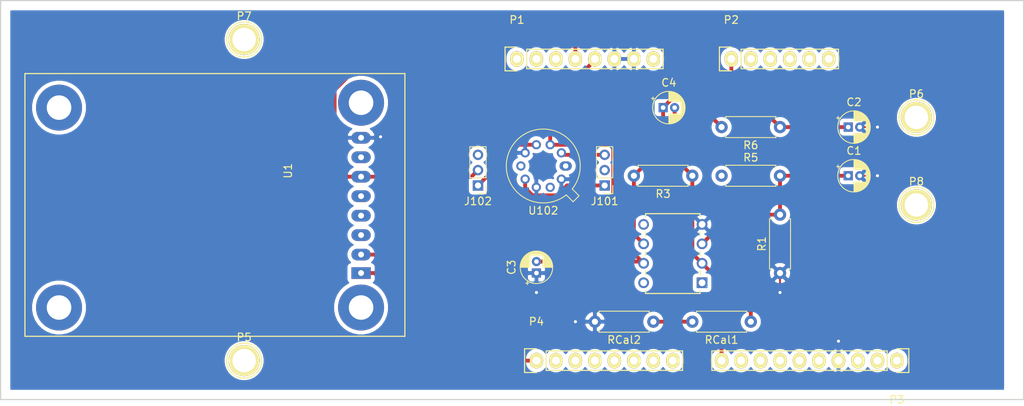
<source format=kicad_pcb>
(kicad_pcb (version 20171130) (host pcbnew "(5.1.5)-3")

  (general
    (thickness 1.6)
    (drawings 4)
    (tracks 77)
    (zones 0)
    (modules 23)
    (nets 54)
  )

  (page A4)
  (layers
    (0 F.Cu signal)
    (31 B.Cu signal)
    (33 F.Adhes user)
    (35 F.Paste user)
    (37 F.SilkS user)
    (38 B.Mask user)
    (39 F.Mask user)
    (40 Dwgs.User user)
    (41 Cmts.User user)
    (42 Eco1.User user)
    (43 Eco2.User user)
    (44 Edge.Cuts user)
    (45 Margin user)
    (46 B.CrtYd user)
    (47 F.CrtYd user)
    (49 F.Fab user)
  )

  (setup
    (last_trace_width 0.25)
    (user_trace_width 0.5)
    (trace_clearance 0.2)
    (zone_clearance 0.508)
    (zone_45_only no)
    (trace_min 0.2)
    (via_size 0.6)
    (via_drill 0.4)
    (via_min_size 0.4)
    (via_min_drill 0.3)
    (uvia_size 0.3)
    (uvia_drill 0.1)
    (uvias_allowed no)
    (uvia_min_size 0.2)
    (uvia_min_drill 0.1)
    (edge_width 0.15)
    (segment_width 0.15)
    (pcb_text_width 0.3)
    (pcb_text_size 1.5 1.5)
    (mod_edge_width 0.15)
    (mod_text_size 1 1)
    (mod_text_width 0.15)
    (pad_size 1.524 1.524)
    (pad_drill 0.762)
    (pad_to_mask_clearance 0)
    (aux_axis_origin 0 0)
    (visible_elements 7FFFFFFF)
    (pcbplotparams
      (layerselection 0x010fc_ffffffff)
      (usegerberextensions false)
      (usegerberattributes false)
      (usegerberadvancedattributes false)
      (creategerberjobfile false)
      (excludeedgelayer true)
      (linewidth 0.100000)
      (plotframeref false)
      (viasonmask false)
      (mode 1)
      (useauxorigin false)
      (hpglpennumber 1)
      (hpglpenspeed 20)
      (hpglpendiameter 15.000000)
      (psnegative false)
      (psa4output false)
      (plotreference true)
      (plotvalue true)
      (plotinvisibletext false)
      (padsonsilk false)
      (subtractmaskfromsilk false)
      (outputformat 1)
      (mirror false)
      (drillshape 1)
      (scaleselection 1)
      (outputdirectory ""))
  )

  (net 0 "")
  (net 1 "Net-(C1-Pad1)")
  (net 2 GND)
  (net 3 /A0)
  (net 4 +5V)
  (net 5 "Net-(C4-Pad2)")
  (net 6 "Net-(C4-Pad1)")
  (net 7 /GazSensorRight_Pin2)
  (net 8 "Net-(J101-Pad2)")
  (net 9 /GazSensorLeft_Pin7)
  (net 10 /GazSensorRight_Pin4)
  (net 11 +3V3)
  (net 12 "Net-(J102-Pad3)")
  (net 13 /Vin)
  (net 14 /Reset)
  (net 15 /IOREF)
  (net 16 "Net-(P1-Pad1)")
  (net 17 /A1)
  (net 18 /A2)
  (net 19 /A3)
  (net 20 "Net-(P2-Pad5)")
  (net 21 "Net-(P2-Pad6)")
  (net 22 "/A5(SCL)")
  (net 23 "/A4(SDA)")
  (net 24 /AREF)
  (net 25 "/13(SCK)")
  (net 26 "/12(MISO)")
  (net 27 "/11(**/MOSI)")
  (net 28 "/10(**/SS)")
  (net 29 "/9(**)")
  (net 30 /8)
  (net 31 /7)
  (net 32 "/6(**)")
  (net 33 "/5(**)")
  (net 34 /4)
  (net 35 "/3(**)")
  (net 36 /2)
  (net 37 "/1(Tx)")
  (net 38 "/0(Rx)")
  (net 39 "Net-(P5-Pad1)")
  (net 40 "Net-(P6-Pad1)")
  (net 41 "Net-(P7-Pad1)")
  (net 42 "Net-(P8-Pad1)")
  (net 43 /GasSensor)
  (net 44 "Net-(RCal1-Pad2)")
  (net 45 "Net-(U1-Pad7)")
  (net 46 "Net-(U1-Pad4)")
  (net 47 "Net-(U1-Pad3)")
  (net 48 "Net-(U2-Pad8)")
  (net 49 "Net-(U2-Pad5)")
  (net 50 "Net-(U2-Pad1)")
  (net 51 "Net-(U102-Pad1)")
  (net 52 "Net-(U102-Pad6)")
  (net 53 /GazSensorLeft_Pin9)

  (net_class Default 这是默认网络类。
    (clearance 0.2)
    (trace_width 0.25)
    (via_dia 0.6)
    (via_drill 0.4)
    (uvia_dia 0.3)
    (uvia_drill 0.1)
    (add_net +3V3)
    (add_net +5V)
    (add_net "/0(Rx)")
    (add_net "/1(Tx)")
    (add_net "/10(**/SS)")
    (add_net "/11(**/MOSI)")
    (add_net "/12(MISO)")
    (add_net "/13(SCK)")
    (add_net /2)
    (add_net "/3(**)")
    (add_net /4)
    (add_net "/5(**)")
    (add_net "/6(**)")
    (add_net /7)
    (add_net /8)
    (add_net "/9(**)")
    (add_net /A0)
    (add_net /A1)
    (add_net /A2)
    (add_net /A3)
    (add_net "/A4(SDA)")
    (add_net "/A5(SCL)")
    (add_net /AREF)
    (add_net /GasSensor)
    (add_net /GazSensorLeft_Pin7)
    (add_net /GazSensorLeft_Pin9)
    (add_net /GazSensorRight_Pin2)
    (add_net /GazSensorRight_Pin4)
    (add_net /IOREF)
    (add_net /Reset)
    (add_net /Vin)
    (add_net GND)
    (add_net "Net-(C1-Pad1)")
    (add_net "Net-(C4-Pad1)")
    (add_net "Net-(C4-Pad2)")
    (add_net "Net-(J101-Pad2)")
    (add_net "Net-(J102-Pad3)")
    (add_net "Net-(P1-Pad1)")
    (add_net "Net-(P2-Pad5)")
    (add_net "Net-(P2-Pad6)")
    (add_net "Net-(P5-Pad1)")
    (add_net "Net-(P6-Pad1)")
    (add_net "Net-(P7-Pad1)")
    (add_net "Net-(P8-Pad1)")
    (add_net "Net-(RCal1-Pad2)")
    (add_net "Net-(U1-Pad3)")
    (add_net "Net-(U1-Pad4)")
    (add_net "Net-(U1-Pad7)")
    (add_net "Net-(U102-Pad1)")
    (add_net "Net-(U102-Pad6)")
    (add_net "Net-(U2-Pad1)")
    (add_net "Net-(U2-Pad5)")
    (add_net "Net-(U2-Pad8)")
  )

  (module Capacitor_THT:CP_Radial_D4.0mm_P1.50mm (layer F.Cu) (tedit 5AE50EF0) (tstamp 5E272EB5)
    (at 231.14 105.41)
    (descr "CP, Radial series, Radial, pin pitch=1.50mm, , diameter=4mm, Electrolytic Capacitor")
    (tags "CP Radial series Radial pin pitch 1.50mm  diameter 4mm Electrolytic Capacitor")
    (path /5DFEEDB2)
    (fp_text reference C1 (at 0.75 -3.25) (layer F.SilkS)
      (effects (font (size 1 1) (thickness 0.15)))
    )
    (fp_text value 100n (at 0.75 3.25) (layer F.Fab)
      (effects (font (size 1 1) (thickness 0.15)))
    )
    (fp_circle (center 0.75 0) (end 2.75 0) (layer F.Fab) (width 0.1))
    (fp_circle (center 0.75 0) (end 2.87 0) (layer F.SilkS) (width 0.12))
    (fp_circle (center 0.75 0) (end 3 0) (layer F.CrtYd) (width 0.05))
    (fp_line (start -0.952554 -0.8675) (end -0.552554 -0.8675) (layer F.Fab) (width 0.1))
    (fp_line (start -0.752554 -1.0675) (end -0.752554 -0.6675) (layer F.Fab) (width 0.1))
    (fp_line (start 0.75 0.84) (end 0.75 2.08) (layer F.SilkS) (width 0.12))
    (fp_line (start 0.75 -2.08) (end 0.75 -0.84) (layer F.SilkS) (width 0.12))
    (fp_line (start 0.79 0.84) (end 0.79 2.08) (layer F.SilkS) (width 0.12))
    (fp_line (start 0.79 -2.08) (end 0.79 -0.84) (layer F.SilkS) (width 0.12))
    (fp_line (start 0.83 0.84) (end 0.83 2.079) (layer F.SilkS) (width 0.12))
    (fp_line (start 0.83 -2.079) (end 0.83 -0.84) (layer F.SilkS) (width 0.12))
    (fp_line (start 0.87 -2.077) (end 0.87 -0.84) (layer F.SilkS) (width 0.12))
    (fp_line (start 0.87 0.84) (end 0.87 2.077) (layer F.SilkS) (width 0.12))
    (fp_line (start 0.91 -2.074) (end 0.91 -0.84) (layer F.SilkS) (width 0.12))
    (fp_line (start 0.91 0.84) (end 0.91 2.074) (layer F.SilkS) (width 0.12))
    (fp_line (start 0.95 -2.071) (end 0.95 -0.84) (layer F.SilkS) (width 0.12))
    (fp_line (start 0.95 0.84) (end 0.95 2.071) (layer F.SilkS) (width 0.12))
    (fp_line (start 0.99 -2.067) (end 0.99 -0.84) (layer F.SilkS) (width 0.12))
    (fp_line (start 0.99 0.84) (end 0.99 2.067) (layer F.SilkS) (width 0.12))
    (fp_line (start 1.03 -2.062) (end 1.03 -0.84) (layer F.SilkS) (width 0.12))
    (fp_line (start 1.03 0.84) (end 1.03 2.062) (layer F.SilkS) (width 0.12))
    (fp_line (start 1.07 -2.056) (end 1.07 -0.84) (layer F.SilkS) (width 0.12))
    (fp_line (start 1.07 0.84) (end 1.07 2.056) (layer F.SilkS) (width 0.12))
    (fp_line (start 1.11 -2.05) (end 1.11 -0.84) (layer F.SilkS) (width 0.12))
    (fp_line (start 1.11 0.84) (end 1.11 2.05) (layer F.SilkS) (width 0.12))
    (fp_line (start 1.15 -2.042) (end 1.15 -0.84) (layer F.SilkS) (width 0.12))
    (fp_line (start 1.15 0.84) (end 1.15 2.042) (layer F.SilkS) (width 0.12))
    (fp_line (start 1.19 -2.034) (end 1.19 -0.84) (layer F.SilkS) (width 0.12))
    (fp_line (start 1.19 0.84) (end 1.19 2.034) (layer F.SilkS) (width 0.12))
    (fp_line (start 1.23 -2.025) (end 1.23 -0.84) (layer F.SilkS) (width 0.12))
    (fp_line (start 1.23 0.84) (end 1.23 2.025) (layer F.SilkS) (width 0.12))
    (fp_line (start 1.27 -2.016) (end 1.27 -0.84) (layer F.SilkS) (width 0.12))
    (fp_line (start 1.27 0.84) (end 1.27 2.016) (layer F.SilkS) (width 0.12))
    (fp_line (start 1.31 -2.005) (end 1.31 -0.84) (layer F.SilkS) (width 0.12))
    (fp_line (start 1.31 0.84) (end 1.31 2.005) (layer F.SilkS) (width 0.12))
    (fp_line (start 1.35 -1.994) (end 1.35 -0.84) (layer F.SilkS) (width 0.12))
    (fp_line (start 1.35 0.84) (end 1.35 1.994) (layer F.SilkS) (width 0.12))
    (fp_line (start 1.39 -1.982) (end 1.39 -0.84) (layer F.SilkS) (width 0.12))
    (fp_line (start 1.39 0.84) (end 1.39 1.982) (layer F.SilkS) (width 0.12))
    (fp_line (start 1.43 -1.968) (end 1.43 -0.84) (layer F.SilkS) (width 0.12))
    (fp_line (start 1.43 0.84) (end 1.43 1.968) (layer F.SilkS) (width 0.12))
    (fp_line (start 1.471 -1.954) (end 1.471 -0.84) (layer F.SilkS) (width 0.12))
    (fp_line (start 1.471 0.84) (end 1.471 1.954) (layer F.SilkS) (width 0.12))
    (fp_line (start 1.511 -1.94) (end 1.511 -0.84) (layer F.SilkS) (width 0.12))
    (fp_line (start 1.511 0.84) (end 1.511 1.94) (layer F.SilkS) (width 0.12))
    (fp_line (start 1.551 -1.924) (end 1.551 -0.84) (layer F.SilkS) (width 0.12))
    (fp_line (start 1.551 0.84) (end 1.551 1.924) (layer F.SilkS) (width 0.12))
    (fp_line (start 1.591 -1.907) (end 1.591 -0.84) (layer F.SilkS) (width 0.12))
    (fp_line (start 1.591 0.84) (end 1.591 1.907) (layer F.SilkS) (width 0.12))
    (fp_line (start 1.631 -1.889) (end 1.631 -0.84) (layer F.SilkS) (width 0.12))
    (fp_line (start 1.631 0.84) (end 1.631 1.889) (layer F.SilkS) (width 0.12))
    (fp_line (start 1.671 -1.87) (end 1.671 -0.84) (layer F.SilkS) (width 0.12))
    (fp_line (start 1.671 0.84) (end 1.671 1.87) (layer F.SilkS) (width 0.12))
    (fp_line (start 1.711 -1.851) (end 1.711 -0.84) (layer F.SilkS) (width 0.12))
    (fp_line (start 1.711 0.84) (end 1.711 1.851) (layer F.SilkS) (width 0.12))
    (fp_line (start 1.751 -1.83) (end 1.751 -0.84) (layer F.SilkS) (width 0.12))
    (fp_line (start 1.751 0.84) (end 1.751 1.83) (layer F.SilkS) (width 0.12))
    (fp_line (start 1.791 -1.808) (end 1.791 -0.84) (layer F.SilkS) (width 0.12))
    (fp_line (start 1.791 0.84) (end 1.791 1.808) (layer F.SilkS) (width 0.12))
    (fp_line (start 1.831 -1.785) (end 1.831 -0.84) (layer F.SilkS) (width 0.12))
    (fp_line (start 1.831 0.84) (end 1.831 1.785) (layer F.SilkS) (width 0.12))
    (fp_line (start 1.871 -1.76) (end 1.871 -0.84) (layer F.SilkS) (width 0.12))
    (fp_line (start 1.871 0.84) (end 1.871 1.76) (layer F.SilkS) (width 0.12))
    (fp_line (start 1.911 -1.735) (end 1.911 -0.84) (layer F.SilkS) (width 0.12))
    (fp_line (start 1.911 0.84) (end 1.911 1.735) (layer F.SilkS) (width 0.12))
    (fp_line (start 1.951 -1.708) (end 1.951 -0.84) (layer F.SilkS) (width 0.12))
    (fp_line (start 1.951 0.84) (end 1.951 1.708) (layer F.SilkS) (width 0.12))
    (fp_line (start 1.991 -1.68) (end 1.991 -0.84) (layer F.SilkS) (width 0.12))
    (fp_line (start 1.991 0.84) (end 1.991 1.68) (layer F.SilkS) (width 0.12))
    (fp_line (start 2.031 -1.65) (end 2.031 -0.84) (layer F.SilkS) (width 0.12))
    (fp_line (start 2.031 0.84) (end 2.031 1.65) (layer F.SilkS) (width 0.12))
    (fp_line (start 2.071 -1.619) (end 2.071 -0.84) (layer F.SilkS) (width 0.12))
    (fp_line (start 2.071 0.84) (end 2.071 1.619) (layer F.SilkS) (width 0.12))
    (fp_line (start 2.111 -1.587) (end 2.111 -0.84) (layer F.SilkS) (width 0.12))
    (fp_line (start 2.111 0.84) (end 2.111 1.587) (layer F.SilkS) (width 0.12))
    (fp_line (start 2.151 -1.552) (end 2.151 -0.84) (layer F.SilkS) (width 0.12))
    (fp_line (start 2.151 0.84) (end 2.151 1.552) (layer F.SilkS) (width 0.12))
    (fp_line (start 2.191 -1.516) (end 2.191 -0.84) (layer F.SilkS) (width 0.12))
    (fp_line (start 2.191 0.84) (end 2.191 1.516) (layer F.SilkS) (width 0.12))
    (fp_line (start 2.231 -1.478) (end 2.231 -0.84) (layer F.SilkS) (width 0.12))
    (fp_line (start 2.231 0.84) (end 2.231 1.478) (layer F.SilkS) (width 0.12))
    (fp_line (start 2.271 -1.438) (end 2.271 -0.84) (layer F.SilkS) (width 0.12))
    (fp_line (start 2.271 0.84) (end 2.271 1.438) (layer F.SilkS) (width 0.12))
    (fp_line (start 2.311 -1.396) (end 2.311 -0.84) (layer F.SilkS) (width 0.12))
    (fp_line (start 2.311 0.84) (end 2.311 1.396) (layer F.SilkS) (width 0.12))
    (fp_line (start 2.351 -1.351) (end 2.351 1.351) (layer F.SilkS) (width 0.12))
    (fp_line (start 2.391 -1.304) (end 2.391 1.304) (layer F.SilkS) (width 0.12))
    (fp_line (start 2.431 -1.254) (end 2.431 1.254) (layer F.SilkS) (width 0.12))
    (fp_line (start 2.471 -1.2) (end 2.471 1.2) (layer F.SilkS) (width 0.12))
    (fp_line (start 2.511 -1.142) (end 2.511 1.142) (layer F.SilkS) (width 0.12))
    (fp_line (start 2.551 -1.08) (end 2.551 1.08) (layer F.SilkS) (width 0.12))
    (fp_line (start 2.591 -1.013) (end 2.591 1.013) (layer F.SilkS) (width 0.12))
    (fp_line (start 2.631 -0.94) (end 2.631 0.94) (layer F.SilkS) (width 0.12))
    (fp_line (start 2.671 -0.859) (end 2.671 0.859) (layer F.SilkS) (width 0.12))
    (fp_line (start 2.711 -0.768) (end 2.711 0.768) (layer F.SilkS) (width 0.12))
    (fp_line (start 2.751 -0.664) (end 2.751 0.664) (layer F.SilkS) (width 0.12))
    (fp_line (start 2.791 -0.537) (end 2.791 0.537) (layer F.SilkS) (width 0.12))
    (fp_line (start 2.831 -0.37) (end 2.831 0.37) (layer F.SilkS) (width 0.12))
    (fp_line (start -1.519801 -1.195) (end -1.119801 -1.195) (layer F.SilkS) (width 0.12))
    (fp_line (start -1.319801 -1.395) (end -1.319801 -0.995) (layer F.SilkS) (width 0.12))
    (fp_text user %R (at 0.75 0) (layer F.Fab)
      (effects (font (size 0.8 0.8) (thickness 0.12)))
    )
    (pad 1 thru_hole rect (at 0 0) (size 1.2 1.2) (drill 0.6) (layers *.Cu *.Mask)
      (net 1 "Net-(C1-Pad1)"))
    (pad 2 thru_hole circle (at 1.5 0) (size 1.2 1.2) (drill 0.6) (layers *.Cu *.Mask)
      (net 2 GND))
    (model ${KISYS3DMOD}/Capacitor_THT.3dshapes/CP_Radial_D4.0mm_P1.50mm.wrl
      (at (xyz 0 0 0))
      (scale (xyz 1 1 1))
      (rotate (xyz 0 0 0))
    )
  )

  (module Capacitor_THT:CP_Radial_D4.0mm_P1.50mm (layer F.Cu) (tedit 5AE50EF0) (tstamp 5E272F20)
    (at 231.14 99.06)
    (descr "CP, Radial series, Radial, pin pitch=1.50mm, , diameter=4mm, Electrolytic Capacitor")
    (tags "CP Radial series Radial pin pitch 1.50mm  diameter 4mm Electrolytic Capacitor")
    (path /5DFEA6F0)
    (fp_text reference C2 (at 0.75 -3.25) (layer F.SilkS)
      (effects (font (size 1 1) (thickness 0.15)))
    )
    (fp_text value 100n (at 0.75 3.25) (layer F.Fab)
      (effects (font (size 1 1) (thickness 0.15)))
    )
    (fp_text user %R (at 0.75 0) (layer F.Fab)
      (effects (font (size 0.8 0.8) (thickness 0.12)))
    )
    (fp_line (start -1.319801 -1.395) (end -1.319801 -0.995) (layer F.SilkS) (width 0.12))
    (fp_line (start -1.519801 -1.195) (end -1.119801 -1.195) (layer F.SilkS) (width 0.12))
    (fp_line (start 2.831 -0.37) (end 2.831 0.37) (layer F.SilkS) (width 0.12))
    (fp_line (start 2.791 -0.537) (end 2.791 0.537) (layer F.SilkS) (width 0.12))
    (fp_line (start 2.751 -0.664) (end 2.751 0.664) (layer F.SilkS) (width 0.12))
    (fp_line (start 2.711 -0.768) (end 2.711 0.768) (layer F.SilkS) (width 0.12))
    (fp_line (start 2.671 -0.859) (end 2.671 0.859) (layer F.SilkS) (width 0.12))
    (fp_line (start 2.631 -0.94) (end 2.631 0.94) (layer F.SilkS) (width 0.12))
    (fp_line (start 2.591 -1.013) (end 2.591 1.013) (layer F.SilkS) (width 0.12))
    (fp_line (start 2.551 -1.08) (end 2.551 1.08) (layer F.SilkS) (width 0.12))
    (fp_line (start 2.511 -1.142) (end 2.511 1.142) (layer F.SilkS) (width 0.12))
    (fp_line (start 2.471 -1.2) (end 2.471 1.2) (layer F.SilkS) (width 0.12))
    (fp_line (start 2.431 -1.254) (end 2.431 1.254) (layer F.SilkS) (width 0.12))
    (fp_line (start 2.391 -1.304) (end 2.391 1.304) (layer F.SilkS) (width 0.12))
    (fp_line (start 2.351 -1.351) (end 2.351 1.351) (layer F.SilkS) (width 0.12))
    (fp_line (start 2.311 0.84) (end 2.311 1.396) (layer F.SilkS) (width 0.12))
    (fp_line (start 2.311 -1.396) (end 2.311 -0.84) (layer F.SilkS) (width 0.12))
    (fp_line (start 2.271 0.84) (end 2.271 1.438) (layer F.SilkS) (width 0.12))
    (fp_line (start 2.271 -1.438) (end 2.271 -0.84) (layer F.SilkS) (width 0.12))
    (fp_line (start 2.231 0.84) (end 2.231 1.478) (layer F.SilkS) (width 0.12))
    (fp_line (start 2.231 -1.478) (end 2.231 -0.84) (layer F.SilkS) (width 0.12))
    (fp_line (start 2.191 0.84) (end 2.191 1.516) (layer F.SilkS) (width 0.12))
    (fp_line (start 2.191 -1.516) (end 2.191 -0.84) (layer F.SilkS) (width 0.12))
    (fp_line (start 2.151 0.84) (end 2.151 1.552) (layer F.SilkS) (width 0.12))
    (fp_line (start 2.151 -1.552) (end 2.151 -0.84) (layer F.SilkS) (width 0.12))
    (fp_line (start 2.111 0.84) (end 2.111 1.587) (layer F.SilkS) (width 0.12))
    (fp_line (start 2.111 -1.587) (end 2.111 -0.84) (layer F.SilkS) (width 0.12))
    (fp_line (start 2.071 0.84) (end 2.071 1.619) (layer F.SilkS) (width 0.12))
    (fp_line (start 2.071 -1.619) (end 2.071 -0.84) (layer F.SilkS) (width 0.12))
    (fp_line (start 2.031 0.84) (end 2.031 1.65) (layer F.SilkS) (width 0.12))
    (fp_line (start 2.031 -1.65) (end 2.031 -0.84) (layer F.SilkS) (width 0.12))
    (fp_line (start 1.991 0.84) (end 1.991 1.68) (layer F.SilkS) (width 0.12))
    (fp_line (start 1.991 -1.68) (end 1.991 -0.84) (layer F.SilkS) (width 0.12))
    (fp_line (start 1.951 0.84) (end 1.951 1.708) (layer F.SilkS) (width 0.12))
    (fp_line (start 1.951 -1.708) (end 1.951 -0.84) (layer F.SilkS) (width 0.12))
    (fp_line (start 1.911 0.84) (end 1.911 1.735) (layer F.SilkS) (width 0.12))
    (fp_line (start 1.911 -1.735) (end 1.911 -0.84) (layer F.SilkS) (width 0.12))
    (fp_line (start 1.871 0.84) (end 1.871 1.76) (layer F.SilkS) (width 0.12))
    (fp_line (start 1.871 -1.76) (end 1.871 -0.84) (layer F.SilkS) (width 0.12))
    (fp_line (start 1.831 0.84) (end 1.831 1.785) (layer F.SilkS) (width 0.12))
    (fp_line (start 1.831 -1.785) (end 1.831 -0.84) (layer F.SilkS) (width 0.12))
    (fp_line (start 1.791 0.84) (end 1.791 1.808) (layer F.SilkS) (width 0.12))
    (fp_line (start 1.791 -1.808) (end 1.791 -0.84) (layer F.SilkS) (width 0.12))
    (fp_line (start 1.751 0.84) (end 1.751 1.83) (layer F.SilkS) (width 0.12))
    (fp_line (start 1.751 -1.83) (end 1.751 -0.84) (layer F.SilkS) (width 0.12))
    (fp_line (start 1.711 0.84) (end 1.711 1.851) (layer F.SilkS) (width 0.12))
    (fp_line (start 1.711 -1.851) (end 1.711 -0.84) (layer F.SilkS) (width 0.12))
    (fp_line (start 1.671 0.84) (end 1.671 1.87) (layer F.SilkS) (width 0.12))
    (fp_line (start 1.671 -1.87) (end 1.671 -0.84) (layer F.SilkS) (width 0.12))
    (fp_line (start 1.631 0.84) (end 1.631 1.889) (layer F.SilkS) (width 0.12))
    (fp_line (start 1.631 -1.889) (end 1.631 -0.84) (layer F.SilkS) (width 0.12))
    (fp_line (start 1.591 0.84) (end 1.591 1.907) (layer F.SilkS) (width 0.12))
    (fp_line (start 1.591 -1.907) (end 1.591 -0.84) (layer F.SilkS) (width 0.12))
    (fp_line (start 1.551 0.84) (end 1.551 1.924) (layer F.SilkS) (width 0.12))
    (fp_line (start 1.551 -1.924) (end 1.551 -0.84) (layer F.SilkS) (width 0.12))
    (fp_line (start 1.511 0.84) (end 1.511 1.94) (layer F.SilkS) (width 0.12))
    (fp_line (start 1.511 -1.94) (end 1.511 -0.84) (layer F.SilkS) (width 0.12))
    (fp_line (start 1.471 0.84) (end 1.471 1.954) (layer F.SilkS) (width 0.12))
    (fp_line (start 1.471 -1.954) (end 1.471 -0.84) (layer F.SilkS) (width 0.12))
    (fp_line (start 1.43 0.84) (end 1.43 1.968) (layer F.SilkS) (width 0.12))
    (fp_line (start 1.43 -1.968) (end 1.43 -0.84) (layer F.SilkS) (width 0.12))
    (fp_line (start 1.39 0.84) (end 1.39 1.982) (layer F.SilkS) (width 0.12))
    (fp_line (start 1.39 -1.982) (end 1.39 -0.84) (layer F.SilkS) (width 0.12))
    (fp_line (start 1.35 0.84) (end 1.35 1.994) (layer F.SilkS) (width 0.12))
    (fp_line (start 1.35 -1.994) (end 1.35 -0.84) (layer F.SilkS) (width 0.12))
    (fp_line (start 1.31 0.84) (end 1.31 2.005) (layer F.SilkS) (width 0.12))
    (fp_line (start 1.31 -2.005) (end 1.31 -0.84) (layer F.SilkS) (width 0.12))
    (fp_line (start 1.27 0.84) (end 1.27 2.016) (layer F.SilkS) (width 0.12))
    (fp_line (start 1.27 -2.016) (end 1.27 -0.84) (layer F.SilkS) (width 0.12))
    (fp_line (start 1.23 0.84) (end 1.23 2.025) (layer F.SilkS) (width 0.12))
    (fp_line (start 1.23 -2.025) (end 1.23 -0.84) (layer F.SilkS) (width 0.12))
    (fp_line (start 1.19 0.84) (end 1.19 2.034) (layer F.SilkS) (width 0.12))
    (fp_line (start 1.19 -2.034) (end 1.19 -0.84) (layer F.SilkS) (width 0.12))
    (fp_line (start 1.15 0.84) (end 1.15 2.042) (layer F.SilkS) (width 0.12))
    (fp_line (start 1.15 -2.042) (end 1.15 -0.84) (layer F.SilkS) (width 0.12))
    (fp_line (start 1.11 0.84) (end 1.11 2.05) (layer F.SilkS) (width 0.12))
    (fp_line (start 1.11 -2.05) (end 1.11 -0.84) (layer F.SilkS) (width 0.12))
    (fp_line (start 1.07 0.84) (end 1.07 2.056) (layer F.SilkS) (width 0.12))
    (fp_line (start 1.07 -2.056) (end 1.07 -0.84) (layer F.SilkS) (width 0.12))
    (fp_line (start 1.03 0.84) (end 1.03 2.062) (layer F.SilkS) (width 0.12))
    (fp_line (start 1.03 -2.062) (end 1.03 -0.84) (layer F.SilkS) (width 0.12))
    (fp_line (start 0.99 0.84) (end 0.99 2.067) (layer F.SilkS) (width 0.12))
    (fp_line (start 0.99 -2.067) (end 0.99 -0.84) (layer F.SilkS) (width 0.12))
    (fp_line (start 0.95 0.84) (end 0.95 2.071) (layer F.SilkS) (width 0.12))
    (fp_line (start 0.95 -2.071) (end 0.95 -0.84) (layer F.SilkS) (width 0.12))
    (fp_line (start 0.91 0.84) (end 0.91 2.074) (layer F.SilkS) (width 0.12))
    (fp_line (start 0.91 -2.074) (end 0.91 -0.84) (layer F.SilkS) (width 0.12))
    (fp_line (start 0.87 0.84) (end 0.87 2.077) (layer F.SilkS) (width 0.12))
    (fp_line (start 0.87 -2.077) (end 0.87 -0.84) (layer F.SilkS) (width 0.12))
    (fp_line (start 0.83 -2.079) (end 0.83 -0.84) (layer F.SilkS) (width 0.12))
    (fp_line (start 0.83 0.84) (end 0.83 2.079) (layer F.SilkS) (width 0.12))
    (fp_line (start 0.79 -2.08) (end 0.79 -0.84) (layer F.SilkS) (width 0.12))
    (fp_line (start 0.79 0.84) (end 0.79 2.08) (layer F.SilkS) (width 0.12))
    (fp_line (start 0.75 -2.08) (end 0.75 -0.84) (layer F.SilkS) (width 0.12))
    (fp_line (start 0.75 0.84) (end 0.75 2.08) (layer F.SilkS) (width 0.12))
    (fp_line (start -0.752554 -1.0675) (end -0.752554 -0.6675) (layer F.Fab) (width 0.1))
    (fp_line (start -0.952554 -0.8675) (end -0.552554 -0.8675) (layer F.Fab) (width 0.1))
    (fp_circle (center 0.75 0) (end 3 0) (layer F.CrtYd) (width 0.05))
    (fp_circle (center 0.75 0) (end 2.87 0) (layer F.SilkS) (width 0.12))
    (fp_circle (center 0.75 0) (end 2.75 0) (layer F.Fab) (width 0.1))
    (pad 2 thru_hole circle (at 1.5 0) (size 1.2 1.2) (drill 0.6) (layers *.Cu *.Mask)
      (net 2 GND))
    (pad 1 thru_hole rect (at 0 0) (size 1.2 1.2) (drill 0.6) (layers *.Cu *.Mask)
      (net 3 /A0))
    (model ${KISYS3DMOD}/Capacitor_THT.3dshapes/CP_Radial_D4.0mm_P1.50mm.wrl
      (at (xyz 0 0 0))
      (scale (xyz 1 1 1))
      (rotate (xyz 0 0 0))
    )
  )

  (module Capacitor_THT:CP_Radial_D4.0mm_P1.50mm (layer F.Cu) (tedit 5AE50EF0) (tstamp 5E272F8B)
    (at 190.5 118.11 90)
    (descr "CP, Radial series, Radial, pin pitch=1.50mm, , diameter=4mm, Electrolytic Capacitor")
    (tags "CP Radial series Radial pin pitch 1.50mm  diameter 4mm Electrolytic Capacitor")
    (path /5DFEBD5B)
    (fp_text reference C3 (at 0.75 -3.25 90) (layer F.SilkS)
      (effects (font (size 1 1) (thickness 0.15)))
    )
    (fp_text value 1u (at 0.75 3.25 90) (layer F.Fab)
      (effects (font (size 1 1) (thickness 0.15)))
    )
    (fp_circle (center 0.75 0) (end 2.75 0) (layer F.Fab) (width 0.1))
    (fp_circle (center 0.75 0) (end 2.87 0) (layer F.SilkS) (width 0.12))
    (fp_circle (center 0.75 0) (end 3 0) (layer F.CrtYd) (width 0.05))
    (fp_line (start -0.952554 -0.8675) (end -0.552554 -0.8675) (layer F.Fab) (width 0.1))
    (fp_line (start -0.752554 -1.0675) (end -0.752554 -0.6675) (layer F.Fab) (width 0.1))
    (fp_line (start 0.75 0.84) (end 0.75 2.08) (layer F.SilkS) (width 0.12))
    (fp_line (start 0.75 -2.08) (end 0.75 -0.84) (layer F.SilkS) (width 0.12))
    (fp_line (start 0.79 0.84) (end 0.79 2.08) (layer F.SilkS) (width 0.12))
    (fp_line (start 0.79 -2.08) (end 0.79 -0.84) (layer F.SilkS) (width 0.12))
    (fp_line (start 0.83 0.84) (end 0.83 2.079) (layer F.SilkS) (width 0.12))
    (fp_line (start 0.83 -2.079) (end 0.83 -0.84) (layer F.SilkS) (width 0.12))
    (fp_line (start 0.87 -2.077) (end 0.87 -0.84) (layer F.SilkS) (width 0.12))
    (fp_line (start 0.87 0.84) (end 0.87 2.077) (layer F.SilkS) (width 0.12))
    (fp_line (start 0.91 -2.074) (end 0.91 -0.84) (layer F.SilkS) (width 0.12))
    (fp_line (start 0.91 0.84) (end 0.91 2.074) (layer F.SilkS) (width 0.12))
    (fp_line (start 0.95 -2.071) (end 0.95 -0.84) (layer F.SilkS) (width 0.12))
    (fp_line (start 0.95 0.84) (end 0.95 2.071) (layer F.SilkS) (width 0.12))
    (fp_line (start 0.99 -2.067) (end 0.99 -0.84) (layer F.SilkS) (width 0.12))
    (fp_line (start 0.99 0.84) (end 0.99 2.067) (layer F.SilkS) (width 0.12))
    (fp_line (start 1.03 -2.062) (end 1.03 -0.84) (layer F.SilkS) (width 0.12))
    (fp_line (start 1.03 0.84) (end 1.03 2.062) (layer F.SilkS) (width 0.12))
    (fp_line (start 1.07 -2.056) (end 1.07 -0.84) (layer F.SilkS) (width 0.12))
    (fp_line (start 1.07 0.84) (end 1.07 2.056) (layer F.SilkS) (width 0.12))
    (fp_line (start 1.11 -2.05) (end 1.11 -0.84) (layer F.SilkS) (width 0.12))
    (fp_line (start 1.11 0.84) (end 1.11 2.05) (layer F.SilkS) (width 0.12))
    (fp_line (start 1.15 -2.042) (end 1.15 -0.84) (layer F.SilkS) (width 0.12))
    (fp_line (start 1.15 0.84) (end 1.15 2.042) (layer F.SilkS) (width 0.12))
    (fp_line (start 1.19 -2.034) (end 1.19 -0.84) (layer F.SilkS) (width 0.12))
    (fp_line (start 1.19 0.84) (end 1.19 2.034) (layer F.SilkS) (width 0.12))
    (fp_line (start 1.23 -2.025) (end 1.23 -0.84) (layer F.SilkS) (width 0.12))
    (fp_line (start 1.23 0.84) (end 1.23 2.025) (layer F.SilkS) (width 0.12))
    (fp_line (start 1.27 -2.016) (end 1.27 -0.84) (layer F.SilkS) (width 0.12))
    (fp_line (start 1.27 0.84) (end 1.27 2.016) (layer F.SilkS) (width 0.12))
    (fp_line (start 1.31 -2.005) (end 1.31 -0.84) (layer F.SilkS) (width 0.12))
    (fp_line (start 1.31 0.84) (end 1.31 2.005) (layer F.SilkS) (width 0.12))
    (fp_line (start 1.35 -1.994) (end 1.35 -0.84) (layer F.SilkS) (width 0.12))
    (fp_line (start 1.35 0.84) (end 1.35 1.994) (layer F.SilkS) (width 0.12))
    (fp_line (start 1.39 -1.982) (end 1.39 -0.84) (layer F.SilkS) (width 0.12))
    (fp_line (start 1.39 0.84) (end 1.39 1.982) (layer F.SilkS) (width 0.12))
    (fp_line (start 1.43 -1.968) (end 1.43 -0.84) (layer F.SilkS) (width 0.12))
    (fp_line (start 1.43 0.84) (end 1.43 1.968) (layer F.SilkS) (width 0.12))
    (fp_line (start 1.471 -1.954) (end 1.471 -0.84) (layer F.SilkS) (width 0.12))
    (fp_line (start 1.471 0.84) (end 1.471 1.954) (layer F.SilkS) (width 0.12))
    (fp_line (start 1.511 -1.94) (end 1.511 -0.84) (layer F.SilkS) (width 0.12))
    (fp_line (start 1.511 0.84) (end 1.511 1.94) (layer F.SilkS) (width 0.12))
    (fp_line (start 1.551 -1.924) (end 1.551 -0.84) (layer F.SilkS) (width 0.12))
    (fp_line (start 1.551 0.84) (end 1.551 1.924) (layer F.SilkS) (width 0.12))
    (fp_line (start 1.591 -1.907) (end 1.591 -0.84) (layer F.SilkS) (width 0.12))
    (fp_line (start 1.591 0.84) (end 1.591 1.907) (layer F.SilkS) (width 0.12))
    (fp_line (start 1.631 -1.889) (end 1.631 -0.84) (layer F.SilkS) (width 0.12))
    (fp_line (start 1.631 0.84) (end 1.631 1.889) (layer F.SilkS) (width 0.12))
    (fp_line (start 1.671 -1.87) (end 1.671 -0.84) (layer F.SilkS) (width 0.12))
    (fp_line (start 1.671 0.84) (end 1.671 1.87) (layer F.SilkS) (width 0.12))
    (fp_line (start 1.711 -1.851) (end 1.711 -0.84) (layer F.SilkS) (width 0.12))
    (fp_line (start 1.711 0.84) (end 1.711 1.851) (layer F.SilkS) (width 0.12))
    (fp_line (start 1.751 -1.83) (end 1.751 -0.84) (layer F.SilkS) (width 0.12))
    (fp_line (start 1.751 0.84) (end 1.751 1.83) (layer F.SilkS) (width 0.12))
    (fp_line (start 1.791 -1.808) (end 1.791 -0.84) (layer F.SilkS) (width 0.12))
    (fp_line (start 1.791 0.84) (end 1.791 1.808) (layer F.SilkS) (width 0.12))
    (fp_line (start 1.831 -1.785) (end 1.831 -0.84) (layer F.SilkS) (width 0.12))
    (fp_line (start 1.831 0.84) (end 1.831 1.785) (layer F.SilkS) (width 0.12))
    (fp_line (start 1.871 -1.76) (end 1.871 -0.84) (layer F.SilkS) (width 0.12))
    (fp_line (start 1.871 0.84) (end 1.871 1.76) (layer F.SilkS) (width 0.12))
    (fp_line (start 1.911 -1.735) (end 1.911 -0.84) (layer F.SilkS) (width 0.12))
    (fp_line (start 1.911 0.84) (end 1.911 1.735) (layer F.SilkS) (width 0.12))
    (fp_line (start 1.951 -1.708) (end 1.951 -0.84) (layer F.SilkS) (width 0.12))
    (fp_line (start 1.951 0.84) (end 1.951 1.708) (layer F.SilkS) (width 0.12))
    (fp_line (start 1.991 -1.68) (end 1.991 -0.84) (layer F.SilkS) (width 0.12))
    (fp_line (start 1.991 0.84) (end 1.991 1.68) (layer F.SilkS) (width 0.12))
    (fp_line (start 2.031 -1.65) (end 2.031 -0.84) (layer F.SilkS) (width 0.12))
    (fp_line (start 2.031 0.84) (end 2.031 1.65) (layer F.SilkS) (width 0.12))
    (fp_line (start 2.071 -1.619) (end 2.071 -0.84) (layer F.SilkS) (width 0.12))
    (fp_line (start 2.071 0.84) (end 2.071 1.619) (layer F.SilkS) (width 0.12))
    (fp_line (start 2.111 -1.587) (end 2.111 -0.84) (layer F.SilkS) (width 0.12))
    (fp_line (start 2.111 0.84) (end 2.111 1.587) (layer F.SilkS) (width 0.12))
    (fp_line (start 2.151 -1.552) (end 2.151 -0.84) (layer F.SilkS) (width 0.12))
    (fp_line (start 2.151 0.84) (end 2.151 1.552) (layer F.SilkS) (width 0.12))
    (fp_line (start 2.191 -1.516) (end 2.191 -0.84) (layer F.SilkS) (width 0.12))
    (fp_line (start 2.191 0.84) (end 2.191 1.516) (layer F.SilkS) (width 0.12))
    (fp_line (start 2.231 -1.478) (end 2.231 -0.84) (layer F.SilkS) (width 0.12))
    (fp_line (start 2.231 0.84) (end 2.231 1.478) (layer F.SilkS) (width 0.12))
    (fp_line (start 2.271 -1.438) (end 2.271 -0.84) (layer F.SilkS) (width 0.12))
    (fp_line (start 2.271 0.84) (end 2.271 1.438) (layer F.SilkS) (width 0.12))
    (fp_line (start 2.311 -1.396) (end 2.311 -0.84) (layer F.SilkS) (width 0.12))
    (fp_line (start 2.311 0.84) (end 2.311 1.396) (layer F.SilkS) (width 0.12))
    (fp_line (start 2.351 -1.351) (end 2.351 1.351) (layer F.SilkS) (width 0.12))
    (fp_line (start 2.391 -1.304) (end 2.391 1.304) (layer F.SilkS) (width 0.12))
    (fp_line (start 2.431 -1.254) (end 2.431 1.254) (layer F.SilkS) (width 0.12))
    (fp_line (start 2.471 -1.2) (end 2.471 1.2) (layer F.SilkS) (width 0.12))
    (fp_line (start 2.511 -1.142) (end 2.511 1.142) (layer F.SilkS) (width 0.12))
    (fp_line (start 2.551 -1.08) (end 2.551 1.08) (layer F.SilkS) (width 0.12))
    (fp_line (start 2.591 -1.013) (end 2.591 1.013) (layer F.SilkS) (width 0.12))
    (fp_line (start 2.631 -0.94) (end 2.631 0.94) (layer F.SilkS) (width 0.12))
    (fp_line (start 2.671 -0.859) (end 2.671 0.859) (layer F.SilkS) (width 0.12))
    (fp_line (start 2.711 -0.768) (end 2.711 0.768) (layer F.SilkS) (width 0.12))
    (fp_line (start 2.751 -0.664) (end 2.751 0.664) (layer F.SilkS) (width 0.12))
    (fp_line (start 2.791 -0.537) (end 2.791 0.537) (layer F.SilkS) (width 0.12))
    (fp_line (start 2.831 -0.37) (end 2.831 0.37) (layer F.SilkS) (width 0.12))
    (fp_line (start -1.519801 -1.195) (end -1.119801 -1.195) (layer F.SilkS) (width 0.12))
    (fp_line (start -1.319801 -1.395) (end -1.319801 -0.995) (layer F.SilkS) (width 0.12))
    (fp_text user %R (at 0.75 0 90) (layer F.Fab)
      (effects (font (size 0.8 0.8) (thickness 0.12)))
    )
    (pad 1 thru_hole rect (at 0 0 90) (size 1.2 1.2) (drill 0.6) (layers *.Cu *.Mask)
      (net 2 GND))
    (pad 2 thru_hole circle (at 1.5 0 90) (size 1.2 1.2) (drill 0.6) (layers *.Cu *.Mask)
      (net 4 +5V))
    (model ${KISYS3DMOD}/Capacitor_THT.3dshapes/CP_Radial_D4.0mm_P1.50mm.wrl
      (at (xyz 0 0 0))
      (scale (xyz 1 1 1))
      (rotate (xyz 0 0 0))
    )
  )

  (module Capacitor_THT:CP_Radial_D4.0mm_P1.50mm (layer F.Cu) (tedit 5AE50EF0) (tstamp 5E272FF6)
    (at 207.01 96.52)
    (descr "CP, Radial series, Radial, pin pitch=1.50mm, , diameter=4mm, Electrolytic Capacitor")
    (tags "CP Radial series Radial pin pitch 1.50mm  diameter 4mm Electrolytic Capacitor")
    (path /5DFEEB29)
    (fp_text reference C4 (at 0.75 -3.25) (layer F.SilkS)
      (effects (font (size 1 1) (thickness 0.15)))
    )
    (fp_text value 1u (at 0.75 3.25) (layer F.Fab)
      (effects (font (size 1 1) (thickness 0.15)))
    )
    (fp_text user %R (at 0.75 0) (layer F.Fab)
      (effects (font (size 0.8 0.8) (thickness 0.12)))
    )
    (fp_line (start -1.319801 -1.395) (end -1.319801 -0.995) (layer F.SilkS) (width 0.12))
    (fp_line (start -1.519801 -1.195) (end -1.119801 -1.195) (layer F.SilkS) (width 0.12))
    (fp_line (start 2.831 -0.37) (end 2.831 0.37) (layer F.SilkS) (width 0.12))
    (fp_line (start 2.791 -0.537) (end 2.791 0.537) (layer F.SilkS) (width 0.12))
    (fp_line (start 2.751 -0.664) (end 2.751 0.664) (layer F.SilkS) (width 0.12))
    (fp_line (start 2.711 -0.768) (end 2.711 0.768) (layer F.SilkS) (width 0.12))
    (fp_line (start 2.671 -0.859) (end 2.671 0.859) (layer F.SilkS) (width 0.12))
    (fp_line (start 2.631 -0.94) (end 2.631 0.94) (layer F.SilkS) (width 0.12))
    (fp_line (start 2.591 -1.013) (end 2.591 1.013) (layer F.SilkS) (width 0.12))
    (fp_line (start 2.551 -1.08) (end 2.551 1.08) (layer F.SilkS) (width 0.12))
    (fp_line (start 2.511 -1.142) (end 2.511 1.142) (layer F.SilkS) (width 0.12))
    (fp_line (start 2.471 -1.2) (end 2.471 1.2) (layer F.SilkS) (width 0.12))
    (fp_line (start 2.431 -1.254) (end 2.431 1.254) (layer F.SilkS) (width 0.12))
    (fp_line (start 2.391 -1.304) (end 2.391 1.304) (layer F.SilkS) (width 0.12))
    (fp_line (start 2.351 -1.351) (end 2.351 1.351) (layer F.SilkS) (width 0.12))
    (fp_line (start 2.311 0.84) (end 2.311 1.396) (layer F.SilkS) (width 0.12))
    (fp_line (start 2.311 -1.396) (end 2.311 -0.84) (layer F.SilkS) (width 0.12))
    (fp_line (start 2.271 0.84) (end 2.271 1.438) (layer F.SilkS) (width 0.12))
    (fp_line (start 2.271 -1.438) (end 2.271 -0.84) (layer F.SilkS) (width 0.12))
    (fp_line (start 2.231 0.84) (end 2.231 1.478) (layer F.SilkS) (width 0.12))
    (fp_line (start 2.231 -1.478) (end 2.231 -0.84) (layer F.SilkS) (width 0.12))
    (fp_line (start 2.191 0.84) (end 2.191 1.516) (layer F.SilkS) (width 0.12))
    (fp_line (start 2.191 -1.516) (end 2.191 -0.84) (layer F.SilkS) (width 0.12))
    (fp_line (start 2.151 0.84) (end 2.151 1.552) (layer F.SilkS) (width 0.12))
    (fp_line (start 2.151 -1.552) (end 2.151 -0.84) (layer F.SilkS) (width 0.12))
    (fp_line (start 2.111 0.84) (end 2.111 1.587) (layer F.SilkS) (width 0.12))
    (fp_line (start 2.111 -1.587) (end 2.111 -0.84) (layer F.SilkS) (width 0.12))
    (fp_line (start 2.071 0.84) (end 2.071 1.619) (layer F.SilkS) (width 0.12))
    (fp_line (start 2.071 -1.619) (end 2.071 -0.84) (layer F.SilkS) (width 0.12))
    (fp_line (start 2.031 0.84) (end 2.031 1.65) (layer F.SilkS) (width 0.12))
    (fp_line (start 2.031 -1.65) (end 2.031 -0.84) (layer F.SilkS) (width 0.12))
    (fp_line (start 1.991 0.84) (end 1.991 1.68) (layer F.SilkS) (width 0.12))
    (fp_line (start 1.991 -1.68) (end 1.991 -0.84) (layer F.SilkS) (width 0.12))
    (fp_line (start 1.951 0.84) (end 1.951 1.708) (layer F.SilkS) (width 0.12))
    (fp_line (start 1.951 -1.708) (end 1.951 -0.84) (layer F.SilkS) (width 0.12))
    (fp_line (start 1.911 0.84) (end 1.911 1.735) (layer F.SilkS) (width 0.12))
    (fp_line (start 1.911 -1.735) (end 1.911 -0.84) (layer F.SilkS) (width 0.12))
    (fp_line (start 1.871 0.84) (end 1.871 1.76) (layer F.SilkS) (width 0.12))
    (fp_line (start 1.871 -1.76) (end 1.871 -0.84) (layer F.SilkS) (width 0.12))
    (fp_line (start 1.831 0.84) (end 1.831 1.785) (layer F.SilkS) (width 0.12))
    (fp_line (start 1.831 -1.785) (end 1.831 -0.84) (layer F.SilkS) (width 0.12))
    (fp_line (start 1.791 0.84) (end 1.791 1.808) (layer F.SilkS) (width 0.12))
    (fp_line (start 1.791 -1.808) (end 1.791 -0.84) (layer F.SilkS) (width 0.12))
    (fp_line (start 1.751 0.84) (end 1.751 1.83) (layer F.SilkS) (width 0.12))
    (fp_line (start 1.751 -1.83) (end 1.751 -0.84) (layer F.SilkS) (width 0.12))
    (fp_line (start 1.711 0.84) (end 1.711 1.851) (layer F.SilkS) (width 0.12))
    (fp_line (start 1.711 -1.851) (end 1.711 -0.84) (layer F.SilkS) (width 0.12))
    (fp_line (start 1.671 0.84) (end 1.671 1.87) (layer F.SilkS) (width 0.12))
    (fp_line (start 1.671 -1.87) (end 1.671 -0.84) (layer F.SilkS) (width 0.12))
    (fp_line (start 1.631 0.84) (end 1.631 1.889) (layer F.SilkS) (width 0.12))
    (fp_line (start 1.631 -1.889) (end 1.631 -0.84) (layer F.SilkS) (width 0.12))
    (fp_line (start 1.591 0.84) (end 1.591 1.907) (layer F.SilkS) (width 0.12))
    (fp_line (start 1.591 -1.907) (end 1.591 -0.84) (layer F.SilkS) (width 0.12))
    (fp_line (start 1.551 0.84) (end 1.551 1.924) (layer F.SilkS) (width 0.12))
    (fp_line (start 1.551 -1.924) (end 1.551 -0.84) (layer F.SilkS) (width 0.12))
    (fp_line (start 1.511 0.84) (end 1.511 1.94) (layer F.SilkS) (width 0.12))
    (fp_line (start 1.511 -1.94) (end 1.511 -0.84) (layer F.SilkS) (width 0.12))
    (fp_line (start 1.471 0.84) (end 1.471 1.954) (layer F.SilkS) (width 0.12))
    (fp_line (start 1.471 -1.954) (end 1.471 -0.84) (layer F.SilkS) (width 0.12))
    (fp_line (start 1.43 0.84) (end 1.43 1.968) (layer F.SilkS) (width 0.12))
    (fp_line (start 1.43 -1.968) (end 1.43 -0.84) (layer F.SilkS) (width 0.12))
    (fp_line (start 1.39 0.84) (end 1.39 1.982) (layer F.SilkS) (width 0.12))
    (fp_line (start 1.39 -1.982) (end 1.39 -0.84) (layer F.SilkS) (width 0.12))
    (fp_line (start 1.35 0.84) (end 1.35 1.994) (layer F.SilkS) (width 0.12))
    (fp_line (start 1.35 -1.994) (end 1.35 -0.84) (layer F.SilkS) (width 0.12))
    (fp_line (start 1.31 0.84) (end 1.31 2.005) (layer F.SilkS) (width 0.12))
    (fp_line (start 1.31 -2.005) (end 1.31 -0.84) (layer F.SilkS) (width 0.12))
    (fp_line (start 1.27 0.84) (end 1.27 2.016) (layer F.SilkS) (width 0.12))
    (fp_line (start 1.27 -2.016) (end 1.27 -0.84) (layer F.SilkS) (width 0.12))
    (fp_line (start 1.23 0.84) (end 1.23 2.025) (layer F.SilkS) (width 0.12))
    (fp_line (start 1.23 -2.025) (end 1.23 -0.84) (layer F.SilkS) (width 0.12))
    (fp_line (start 1.19 0.84) (end 1.19 2.034) (layer F.SilkS) (width 0.12))
    (fp_line (start 1.19 -2.034) (end 1.19 -0.84) (layer F.SilkS) (width 0.12))
    (fp_line (start 1.15 0.84) (end 1.15 2.042) (layer F.SilkS) (width 0.12))
    (fp_line (start 1.15 -2.042) (end 1.15 -0.84) (layer F.SilkS) (width 0.12))
    (fp_line (start 1.11 0.84) (end 1.11 2.05) (layer F.SilkS) (width 0.12))
    (fp_line (start 1.11 -2.05) (end 1.11 -0.84) (layer F.SilkS) (width 0.12))
    (fp_line (start 1.07 0.84) (end 1.07 2.056) (layer F.SilkS) (width 0.12))
    (fp_line (start 1.07 -2.056) (end 1.07 -0.84) (layer F.SilkS) (width 0.12))
    (fp_line (start 1.03 0.84) (end 1.03 2.062) (layer F.SilkS) (width 0.12))
    (fp_line (start 1.03 -2.062) (end 1.03 -0.84) (layer F.SilkS) (width 0.12))
    (fp_line (start 0.99 0.84) (end 0.99 2.067) (layer F.SilkS) (width 0.12))
    (fp_line (start 0.99 -2.067) (end 0.99 -0.84) (layer F.SilkS) (width 0.12))
    (fp_line (start 0.95 0.84) (end 0.95 2.071) (layer F.SilkS) (width 0.12))
    (fp_line (start 0.95 -2.071) (end 0.95 -0.84) (layer F.SilkS) (width 0.12))
    (fp_line (start 0.91 0.84) (end 0.91 2.074) (layer F.SilkS) (width 0.12))
    (fp_line (start 0.91 -2.074) (end 0.91 -0.84) (layer F.SilkS) (width 0.12))
    (fp_line (start 0.87 0.84) (end 0.87 2.077) (layer F.SilkS) (width 0.12))
    (fp_line (start 0.87 -2.077) (end 0.87 -0.84) (layer F.SilkS) (width 0.12))
    (fp_line (start 0.83 -2.079) (end 0.83 -0.84) (layer F.SilkS) (width 0.12))
    (fp_line (start 0.83 0.84) (end 0.83 2.079) (layer F.SilkS) (width 0.12))
    (fp_line (start 0.79 -2.08) (end 0.79 -0.84) (layer F.SilkS) (width 0.12))
    (fp_line (start 0.79 0.84) (end 0.79 2.08) (layer F.SilkS) (width 0.12))
    (fp_line (start 0.75 -2.08) (end 0.75 -0.84) (layer F.SilkS) (width 0.12))
    (fp_line (start 0.75 0.84) (end 0.75 2.08) (layer F.SilkS) (width 0.12))
    (fp_line (start -0.752554 -1.0675) (end -0.752554 -0.6675) (layer F.Fab) (width 0.1))
    (fp_line (start -0.952554 -0.8675) (end -0.552554 -0.8675) (layer F.Fab) (width 0.1))
    (fp_circle (center 0.75 0) (end 3 0) (layer F.CrtYd) (width 0.05))
    (fp_circle (center 0.75 0) (end 2.87 0) (layer F.SilkS) (width 0.12))
    (fp_circle (center 0.75 0) (end 2.75 0) (layer F.Fab) (width 0.1))
    (pad 2 thru_hole circle (at 1.5 0) (size 1.2 1.2) (drill 0.6) (layers *.Cu *.Mask)
      (net 5 "Net-(C4-Pad2)"))
    (pad 1 thru_hole rect (at 0 0) (size 1.2 1.2) (drill 0.6) (layers *.Cu *.Mask)
      (net 6 "Net-(C4-Pad1)"))
    (model ${KISYS3DMOD}/Capacitor_THT.3dshapes/CP_Radial_D4.0mm_P1.50mm.wrl
      (at (xyz 0 0 0))
      (scale (xyz 1 1 1))
      (rotate (xyz 0 0 0))
    )
  )

  (module Connector_PinHeader_2.00mm:PinHeader_1x03_P2.00mm_Vertical (layer F.Cu) (tedit 59FED667) (tstamp 5E27300D)
    (at 199.39 106.68 180)
    (descr "Through hole straight pin header, 1x03, 2.00mm pitch, single row")
    (tags "Through hole pin header THT 1x03 2.00mm single row")
    (path /5E294E71)
    (fp_text reference J101 (at 0 -2.06) (layer F.SilkS)
      (effects (font (size 1 1) (thickness 0.15)))
    )
    (fp_text value Conn_01x03 (at 0 6.06) (layer F.Fab)
      (effects (font (size 1 1) (thickness 0.15)))
    )
    (fp_text user %R (at 0 2 90) (layer F.Fab)
      (effects (font (size 1 1) (thickness 0.15)))
    )
    (fp_line (start 1.5 -1.5) (end -1.5 -1.5) (layer F.CrtYd) (width 0.05))
    (fp_line (start 1.5 5.5) (end 1.5 -1.5) (layer F.CrtYd) (width 0.05))
    (fp_line (start -1.5 5.5) (end 1.5 5.5) (layer F.CrtYd) (width 0.05))
    (fp_line (start -1.5 -1.5) (end -1.5 5.5) (layer F.CrtYd) (width 0.05))
    (fp_line (start -1.06 -1.06) (end 0 -1.06) (layer F.SilkS) (width 0.12))
    (fp_line (start -1.06 0) (end -1.06 -1.06) (layer F.SilkS) (width 0.12))
    (fp_line (start -1.06 1) (end 1.06 1) (layer F.SilkS) (width 0.12))
    (fp_line (start 1.06 1) (end 1.06 5.06) (layer F.SilkS) (width 0.12))
    (fp_line (start -1.06 1) (end -1.06 5.06) (layer F.SilkS) (width 0.12))
    (fp_line (start -1.06 5.06) (end 1.06 5.06) (layer F.SilkS) (width 0.12))
    (fp_line (start -1 -0.5) (end -0.5 -1) (layer F.Fab) (width 0.1))
    (fp_line (start -1 5) (end -1 -0.5) (layer F.Fab) (width 0.1))
    (fp_line (start 1 5) (end -1 5) (layer F.Fab) (width 0.1))
    (fp_line (start 1 -1) (end 1 5) (layer F.Fab) (width 0.1))
    (fp_line (start -0.5 -1) (end 1 -1) (layer F.Fab) (width 0.1))
    (pad 3 thru_hole oval (at 0 4 180) (size 1.35 1.35) (drill 0.8) (layers *.Cu *.Mask)
      (net 7 /GazSensorRight_Pin2))
    (pad 2 thru_hole oval (at 0 2 180) (size 1.35 1.35) (drill 0.8) (layers *.Cu *.Mask)
      (net 8 "Net-(J101-Pad2)"))
    (pad 1 thru_hole rect (at 0 0 180) (size 1.35 1.35) (drill 0.8) (layers *.Cu *.Mask)
      (net 9 /GazSensorLeft_Pin7))
    (model ${KISYS3DMOD}/Connector_PinHeader_2.00mm.3dshapes/PinHeader_1x03_P2.00mm_Vertical.wrl
      (at (xyz 0 0 0))
      (scale (xyz 1 1 1))
      (rotate (xyz 0 0 0))
    )
  )

  (module Connector_PinHeader_2.00mm:PinHeader_1x03_P2.00mm_Vertical (layer F.Cu) (tedit 59FED667) (tstamp 5E273024)
    (at 182.88 106.68 180)
    (descr "Through hole straight pin header, 1x03, 2.00mm pitch, single row")
    (tags "Through hole pin header THT 1x03 2.00mm single row")
    (path /5E24510F)
    (fp_text reference J102 (at 0 -2.06) (layer F.SilkS)
      (effects (font (size 1 1) (thickness 0.15)))
    )
    (fp_text value Conn_01x03 (at 0 6.06) (layer F.Fab)
      (effects (font (size 1 1) (thickness 0.15)))
    )
    (fp_line (start -0.5 -1) (end 1 -1) (layer F.Fab) (width 0.1))
    (fp_line (start 1 -1) (end 1 5) (layer F.Fab) (width 0.1))
    (fp_line (start 1 5) (end -1 5) (layer F.Fab) (width 0.1))
    (fp_line (start -1 5) (end -1 -0.5) (layer F.Fab) (width 0.1))
    (fp_line (start -1 -0.5) (end -0.5 -1) (layer F.Fab) (width 0.1))
    (fp_line (start -1.06 5.06) (end 1.06 5.06) (layer F.SilkS) (width 0.12))
    (fp_line (start -1.06 1) (end -1.06 5.06) (layer F.SilkS) (width 0.12))
    (fp_line (start 1.06 1) (end 1.06 5.06) (layer F.SilkS) (width 0.12))
    (fp_line (start -1.06 1) (end 1.06 1) (layer F.SilkS) (width 0.12))
    (fp_line (start -1.06 0) (end -1.06 -1.06) (layer F.SilkS) (width 0.12))
    (fp_line (start -1.06 -1.06) (end 0 -1.06) (layer F.SilkS) (width 0.12))
    (fp_line (start -1.5 -1.5) (end -1.5 5.5) (layer F.CrtYd) (width 0.05))
    (fp_line (start -1.5 5.5) (end 1.5 5.5) (layer F.CrtYd) (width 0.05))
    (fp_line (start 1.5 5.5) (end 1.5 -1.5) (layer F.CrtYd) (width 0.05))
    (fp_line (start 1.5 -1.5) (end -1.5 -1.5) (layer F.CrtYd) (width 0.05))
    (fp_text user %R (at 0 2 90) (layer F.Fab)
      (effects (font (size 1 1) (thickness 0.15)))
    )
    (pad 1 thru_hole rect (at 0 0 180) (size 1.35 1.35) (drill 0.8) (layers *.Cu *.Mask)
      (net 10 /GazSensorRight_Pin4))
    (pad 2 thru_hole oval (at 0 2 180) (size 1.35 1.35) (drill 0.8) (layers *.Cu *.Mask)
      (net 11 +3V3))
    (pad 3 thru_hole oval (at 0 4 180) (size 1.35 1.35) (drill 0.8) (layers *.Cu *.Mask)
      (net 12 "Net-(J102-Pad3)"))
    (model ${KISYS3DMOD}/Connector_PinHeader_2.00mm.3dshapes/PinHeader_1x03_P2.00mm_Vertical.wrl
      (at (xyz 0 0 0))
      (scale (xyz 1 1 1))
      (rotate (xyz 0 0 0))
    )
  )

  (module Socket_Arduino_Uno:Socket_Strip_Arduino_1x08 (layer F.Cu) (tedit 551AF8B3) (tstamp 5E27303B)
    (at 187.96 90.17)
    (descr "Through hole socket strip")
    (tags "socket strip")
    (path /56D70129)
    (fp_text reference P1 (at 0 -5.1) (layer F.SilkS)
      (effects (font (size 1 1) (thickness 0.15)))
    )
    (fp_text value Power (at 0 -3.1) (layer F.Fab)
      (effects (font (size 1 1) (thickness 0.15)))
    )
    (fp_line (start -1.55 -1.55) (end -1.55 1.55) (layer F.SilkS) (width 0.15))
    (fp_line (start 0 -1.55) (end -1.55 -1.55) (layer F.SilkS) (width 0.15))
    (fp_line (start 1.27 1.27) (end 1.27 -1.27) (layer F.SilkS) (width 0.15))
    (fp_line (start -1.55 1.55) (end 0 1.55) (layer F.SilkS) (width 0.15))
    (fp_line (start 19.05 -1.27) (end 1.27 -1.27) (layer F.SilkS) (width 0.15))
    (fp_line (start 19.05 1.27) (end 19.05 -1.27) (layer F.SilkS) (width 0.15))
    (fp_line (start 1.27 1.27) (end 19.05 1.27) (layer F.SilkS) (width 0.15))
    (fp_line (start -1.75 1.75) (end 19.55 1.75) (layer F.CrtYd) (width 0.05))
    (fp_line (start -1.75 -1.75) (end 19.55 -1.75) (layer F.CrtYd) (width 0.05))
    (fp_line (start 19.55 -1.75) (end 19.55 1.75) (layer F.CrtYd) (width 0.05))
    (fp_line (start -1.75 -1.75) (end -1.75 1.75) (layer F.CrtYd) (width 0.05))
    (pad 8 thru_hole oval (at 17.78 0) (size 1.7272 2.032) (drill 1.016) (layers *.Cu *.Mask F.SilkS)
      (net 13 /Vin))
    (pad 7 thru_hole oval (at 15.24 0) (size 1.7272 2.032) (drill 1.016) (layers *.Cu *.Mask F.SilkS)
      (net 2 GND))
    (pad 6 thru_hole oval (at 12.7 0) (size 1.7272 2.032) (drill 1.016) (layers *.Cu *.Mask F.SilkS)
      (net 2 GND))
    (pad 5 thru_hole oval (at 10.16 0) (size 1.7272 2.032) (drill 1.016) (layers *.Cu *.Mask F.SilkS)
      (net 4 +5V))
    (pad 4 thru_hole oval (at 7.62 0) (size 1.7272 2.032) (drill 1.016) (layers *.Cu *.Mask F.SilkS)
      (net 11 +3V3))
    (pad 3 thru_hole oval (at 5.08 0) (size 1.7272 2.032) (drill 1.016) (layers *.Cu *.Mask F.SilkS)
      (net 14 /Reset))
    (pad 2 thru_hole oval (at 2.54 0) (size 1.7272 2.032) (drill 1.016) (layers *.Cu *.Mask F.SilkS)
      (net 15 /IOREF))
    (pad 1 thru_hole oval (at 0 0) (size 1.7272 2.032) (drill 1.016) (layers *.Cu *.Mask F.SilkS)
      (net 16 "Net-(P1-Pad1)"))
    (model ${KIPRJMOD}/Socket_Arduino_Uno.3dshapes/Socket_header_Arduino_1x08.wrl
      (offset (xyz 8.889999866485596 0 0))
      (scale (xyz 1 1 1))
      (rotate (xyz 0 0 180))
    )
  )

  (module Socket_Arduino_Uno:Socket_Strip_Arduino_1x06 (layer F.Cu) (tedit 551AF7D9) (tstamp 5E273050)
    (at 215.9 90.17)
    (descr "Through hole socket strip")
    (tags "socket strip")
    (path /56D70DD8)
    (fp_text reference P2 (at 0 -5.1) (layer F.SilkS)
      (effects (font (size 1 1) (thickness 0.15)))
    )
    (fp_text value Analog (at 0 -3.1) (layer F.Fab)
      (effects (font (size 1 1) (thickness 0.15)))
    )
    (fp_line (start -1.75 -1.75) (end -1.75 1.75) (layer F.CrtYd) (width 0.05))
    (fp_line (start 14.45 -1.75) (end 14.45 1.75) (layer F.CrtYd) (width 0.05))
    (fp_line (start -1.75 -1.75) (end 14.45 -1.75) (layer F.CrtYd) (width 0.05))
    (fp_line (start -1.75 1.75) (end 14.45 1.75) (layer F.CrtYd) (width 0.05))
    (fp_line (start 1.27 1.27) (end 13.97 1.27) (layer F.SilkS) (width 0.15))
    (fp_line (start 13.97 1.27) (end 13.97 -1.27) (layer F.SilkS) (width 0.15))
    (fp_line (start 13.97 -1.27) (end 1.27 -1.27) (layer F.SilkS) (width 0.15))
    (fp_line (start -1.55 1.55) (end 0 1.55) (layer F.SilkS) (width 0.15))
    (fp_line (start 1.27 1.27) (end 1.27 -1.27) (layer F.SilkS) (width 0.15))
    (fp_line (start 0 -1.55) (end -1.55 -1.55) (layer F.SilkS) (width 0.15))
    (fp_line (start -1.55 -1.55) (end -1.55 1.55) (layer F.SilkS) (width 0.15))
    (pad 1 thru_hole oval (at 0 0) (size 1.7272 2.032) (drill 1.016) (layers *.Cu *.Mask F.SilkS)
      (net 3 /A0))
    (pad 2 thru_hole oval (at 2.54 0) (size 1.7272 2.032) (drill 1.016) (layers *.Cu *.Mask F.SilkS)
      (net 17 /A1))
    (pad 3 thru_hole oval (at 5.08 0) (size 1.7272 2.032) (drill 1.016) (layers *.Cu *.Mask F.SilkS)
      (net 18 /A2))
    (pad 4 thru_hole oval (at 7.62 0) (size 1.7272 2.032) (drill 1.016) (layers *.Cu *.Mask F.SilkS)
      (net 19 /A3))
    (pad 5 thru_hole oval (at 10.16 0) (size 1.7272 2.032) (drill 1.016) (layers *.Cu *.Mask F.SilkS)
      (net 20 "Net-(P2-Pad5)"))
    (pad 6 thru_hole oval (at 12.7 0) (size 1.7272 2.032) (drill 1.016) (layers *.Cu *.Mask F.SilkS)
      (net 21 "Net-(P2-Pad6)"))
    (model ${KIPRJMOD}/Socket_Arduino_Uno.3dshapes/Socket_header_Arduino_1x06.wrl
      (offset (xyz 6.349999904632568 0 0))
      (scale (xyz 1 1 1))
      (rotate (xyz 0 0 180))
    )
  )

  (module Socket_Arduino_Uno:Socket_Strip_Arduino_1x10 (layer F.Cu) (tedit 551AF8D9) (tstamp 5E273069)
    (at 237.49 129.54 180)
    (descr "Through hole socket strip")
    (tags "socket strip")
    (path /56D721E0)
    (fp_text reference P3 (at 0 -5.1) (layer F.SilkS)
      (effects (font (size 1 1) (thickness 0.15)))
    )
    (fp_text value Digital (at 0 -3.1) (layer F.Fab)
      (effects (font (size 1 1) (thickness 0.15)))
    )
    (fp_line (start -1.75 -1.75) (end -1.75 1.75) (layer F.CrtYd) (width 0.05))
    (fp_line (start 24.65 -1.75) (end 24.65 1.75) (layer F.CrtYd) (width 0.05))
    (fp_line (start -1.75 -1.75) (end 24.65 -1.75) (layer F.CrtYd) (width 0.05))
    (fp_line (start -1.75 1.75) (end 24.65 1.75) (layer F.CrtYd) (width 0.05))
    (fp_line (start 1.27 1.27) (end 24.13 1.27) (layer F.SilkS) (width 0.15))
    (fp_line (start 24.13 1.27) (end 24.13 -1.27) (layer F.SilkS) (width 0.15))
    (fp_line (start 24.13 -1.27) (end 1.27 -1.27) (layer F.SilkS) (width 0.15))
    (fp_line (start -1.55 1.55) (end 0 1.55) (layer F.SilkS) (width 0.15))
    (fp_line (start 1.27 1.27) (end 1.27 -1.27) (layer F.SilkS) (width 0.15))
    (fp_line (start 0 -1.55) (end -1.55 -1.55) (layer F.SilkS) (width 0.15))
    (fp_line (start -1.55 -1.55) (end -1.55 1.55) (layer F.SilkS) (width 0.15))
    (pad 1 thru_hole oval (at 0 0 180) (size 1.7272 2.032) (drill 1.016) (layers *.Cu *.Mask F.SilkS)
      (net 22 "/A5(SCL)"))
    (pad 2 thru_hole oval (at 2.54 0 180) (size 1.7272 2.032) (drill 1.016) (layers *.Cu *.Mask F.SilkS)
      (net 23 "/A4(SDA)"))
    (pad 3 thru_hole oval (at 5.08 0 180) (size 1.7272 2.032) (drill 1.016) (layers *.Cu *.Mask F.SilkS)
      (net 24 /AREF))
    (pad 4 thru_hole oval (at 7.62 0 180) (size 1.7272 2.032) (drill 1.016) (layers *.Cu *.Mask F.SilkS)
      (net 2 GND))
    (pad 5 thru_hole oval (at 10.16 0 180) (size 1.7272 2.032) (drill 1.016) (layers *.Cu *.Mask F.SilkS)
      (net 25 "/13(SCK)"))
    (pad 6 thru_hole oval (at 12.7 0 180) (size 1.7272 2.032) (drill 1.016) (layers *.Cu *.Mask F.SilkS)
      (net 26 "/12(MISO)"))
    (pad 7 thru_hole oval (at 15.24 0 180) (size 1.7272 2.032) (drill 1.016) (layers *.Cu *.Mask F.SilkS)
      (net 27 "/11(**/MOSI)"))
    (pad 8 thru_hole oval (at 17.78 0 180) (size 1.7272 2.032) (drill 1.016) (layers *.Cu *.Mask F.SilkS)
      (net 28 "/10(**/SS)"))
    (pad 9 thru_hole oval (at 20.32 0 180) (size 1.7272 2.032) (drill 1.016) (layers *.Cu *.Mask F.SilkS)
      (net 29 "/9(**)"))
    (pad 10 thru_hole oval (at 22.86 0 180) (size 1.7272 2.032) (drill 1.016) (layers *.Cu *.Mask F.SilkS)
      (net 30 /8))
    (model ${KIPRJMOD}/Socket_Arduino_Uno.3dshapes/Socket_header_Arduino_1x10.wrl
      (offset (xyz 11.42999982833862 0 0))
      (scale (xyz 1 1 1))
      (rotate (xyz 0 0 180))
    )
  )

  (module Socket_Arduino_Uno:Socket_Strip_Arduino_1x08 (layer F.Cu) (tedit 551AF8B3) (tstamp 5E273080)
    (at 190.5 129.54)
    (descr "Through hole socket strip")
    (tags "socket strip")
    (path /56D7164F)
    (fp_text reference P4 (at 0 -5.1) (layer F.SilkS)
      (effects (font (size 1 1) (thickness 0.15)))
    )
    (fp_text value Digital (at 0 -3.1) (layer F.Fab)
      (effects (font (size 1 1) (thickness 0.15)))
    )
    (fp_line (start -1.75 -1.75) (end -1.75 1.75) (layer F.CrtYd) (width 0.05))
    (fp_line (start 19.55 -1.75) (end 19.55 1.75) (layer F.CrtYd) (width 0.05))
    (fp_line (start -1.75 -1.75) (end 19.55 -1.75) (layer F.CrtYd) (width 0.05))
    (fp_line (start -1.75 1.75) (end 19.55 1.75) (layer F.CrtYd) (width 0.05))
    (fp_line (start 1.27 1.27) (end 19.05 1.27) (layer F.SilkS) (width 0.15))
    (fp_line (start 19.05 1.27) (end 19.05 -1.27) (layer F.SilkS) (width 0.15))
    (fp_line (start 19.05 -1.27) (end 1.27 -1.27) (layer F.SilkS) (width 0.15))
    (fp_line (start -1.55 1.55) (end 0 1.55) (layer F.SilkS) (width 0.15))
    (fp_line (start 1.27 1.27) (end 1.27 -1.27) (layer F.SilkS) (width 0.15))
    (fp_line (start 0 -1.55) (end -1.55 -1.55) (layer F.SilkS) (width 0.15))
    (fp_line (start -1.55 -1.55) (end -1.55 1.55) (layer F.SilkS) (width 0.15))
    (pad 1 thru_hole oval (at 0 0) (size 1.7272 2.032) (drill 1.016) (layers *.Cu *.Mask F.SilkS)
      (net 31 /7))
    (pad 2 thru_hole oval (at 2.54 0) (size 1.7272 2.032) (drill 1.016) (layers *.Cu *.Mask F.SilkS)
      (net 32 "/6(**)"))
    (pad 3 thru_hole oval (at 5.08 0) (size 1.7272 2.032) (drill 1.016) (layers *.Cu *.Mask F.SilkS)
      (net 33 "/5(**)"))
    (pad 4 thru_hole oval (at 7.62 0) (size 1.7272 2.032) (drill 1.016) (layers *.Cu *.Mask F.SilkS)
      (net 34 /4))
    (pad 5 thru_hole oval (at 10.16 0) (size 1.7272 2.032) (drill 1.016) (layers *.Cu *.Mask F.SilkS)
      (net 35 "/3(**)"))
    (pad 6 thru_hole oval (at 12.7 0) (size 1.7272 2.032) (drill 1.016) (layers *.Cu *.Mask F.SilkS)
      (net 36 /2))
    (pad 7 thru_hole oval (at 15.24 0) (size 1.7272 2.032) (drill 1.016) (layers *.Cu *.Mask F.SilkS)
      (net 37 "/1(Tx)"))
    (pad 8 thru_hole oval (at 17.78 0) (size 1.7272 2.032) (drill 1.016) (layers *.Cu *.Mask F.SilkS)
      (net 38 "/0(Rx)"))
    (model ${KIPRJMOD}/Socket_Arduino_Uno.3dshapes/Socket_header_Arduino_1x08.wrl
      (offset (xyz 8.889999866485596 0 0))
      (scale (xyz 1 1 1))
      (rotate (xyz 0 0 180))
    )
  )

  (module Socket_Arduino_Uno:Arduino_1pin (layer F.Cu) (tedit 0) (tstamp 5E273086)
    (at 152.4 129.54)
    (descr "module 1 pin (ou trou mecanique de percage)")
    (tags DEV)
    (path /56D71177)
    (fp_text reference P5 (at 0 -3.048) (layer F.SilkS)
      (effects (font (size 1 1) (thickness 0.15)))
    )
    (fp_text value CONN_01X01 (at 0 2.794) (layer F.Fab)
      (effects (font (size 1 1) (thickness 0.15)))
    )
    (fp_circle (center 0 0) (end 0 -2.286) (layer F.SilkS) (width 0.15))
    (pad 1 thru_hole circle (at 0 0) (size 4.064 4.064) (drill 3.048) (layers *.Cu *.Mask F.SilkS)
      (net 39 "Net-(P5-Pad1)"))
  )

  (module Socket_Arduino_Uno:Arduino_1pin (layer F.Cu) (tedit 0) (tstamp 5E27308C)
    (at 240.03 97.79)
    (descr "module 1 pin (ou trou mecanique de percage)")
    (tags DEV)
    (path /56D71274)
    (fp_text reference P6 (at 0 -3.048) (layer F.SilkS)
      (effects (font (size 1 1) (thickness 0.15)))
    )
    (fp_text value CONN_01X01 (at 0 2.794) (layer F.Fab)
      (effects (font (size 1 1) (thickness 0.15)))
    )
    (fp_circle (center 0 0) (end 0 -2.286) (layer F.SilkS) (width 0.15))
    (pad 1 thru_hole circle (at 0 0) (size 4.064 4.064) (drill 3.048) (layers *.Cu *.Mask F.SilkS)
      (net 40 "Net-(P6-Pad1)"))
  )

  (module Socket_Arduino_Uno:Arduino_1pin (layer F.Cu) (tedit 0) (tstamp 5E273092)
    (at 152.4 87.63)
    (descr "module 1 pin (ou trou mecanique de percage)")
    (tags DEV)
    (path /56D712A8)
    (fp_text reference P7 (at 0 -3.048) (layer F.SilkS)
      (effects (font (size 1 1) (thickness 0.15)))
    )
    (fp_text value CONN_01X01 (at 0 2.794) (layer F.Fab)
      (effects (font (size 1 1) (thickness 0.15)))
    )
    (fp_circle (center 0 0) (end 0 -2.286) (layer F.SilkS) (width 0.15))
    (pad 1 thru_hole circle (at 0 0) (size 4.064 4.064) (drill 3.048) (layers *.Cu *.Mask F.SilkS)
      (net 41 "Net-(P7-Pad1)"))
  )

  (module Socket_Arduino_Uno:Arduino_1pin (layer F.Cu) (tedit 0) (tstamp 5E273098)
    (at 240.03 109.22)
    (descr "module 1 pin (ou trou mecanique de percage)")
    (tags DEV)
    (path /56D712DB)
    (fp_text reference P8 (at 0 -3.048) (layer F.SilkS)
      (effects (font (size 1 1) (thickness 0.15)))
    )
    (fp_text value CONN_01X01 (at 0 2.794) (layer F.Fab)
      (effects (font (size 1 1) (thickness 0.15)))
    )
    (fp_circle (center 0 0) (end 0 -2.286) (layer F.SilkS) (width 0.15))
    (pad 1 thru_hole circle (at 0 0) (size 4.064 4.064) (drill 3.048) (layers *.Cu *.Mask F.SilkS)
      (net 42 "Net-(P8-Pad1)"))
  )

  (module Resistor_THT:R_Axial_DIN0207_L6.3mm_D2.5mm_P7.62mm_Horizontal (layer F.Cu) (tedit 5AE5139B) (tstamp 5E2730AF)
    (at 222.25 118.11 90)
    (descr "Resistor, Axial_DIN0207 series, Axial, Horizontal, pin pitch=7.62mm, 0.25W = 1/4W, length*diameter=6.3*2.5mm^2, http://cdn-reichelt.de/documents/datenblatt/B400/1_4W%23YAG.pdf")
    (tags "Resistor Axial_DIN0207 series Axial Horizontal pin pitch 7.62mm 0.25W = 1/4W length 6.3mm diameter 2.5mm")
    (path /5DFEEE3A)
    (fp_text reference R1 (at 3.81 -2.37 90) (layer F.SilkS)
      (effects (font (size 1 1) (thickness 0.15)))
    )
    (fp_text value 100k (at 3.81 2.37 90) (layer F.Fab)
      (effects (font (size 1 1) (thickness 0.15)))
    )
    (fp_text user %R (at 3.81 0 90) (layer F.Fab)
      (effects (font (size 1 1) (thickness 0.15)))
    )
    (fp_line (start 8.67 -1.5) (end -1.05 -1.5) (layer F.CrtYd) (width 0.05))
    (fp_line (start 8.67 1.5) (end 8.67 -1.5) (layer F.CrtYd) (width 0.05))
    (fp_line (start -1.05 1.5) (end 8.67 1.5) (layer F.CrtYd) (width 0.05))
    (fp_line (start -1.05 -1.5) (end -1.05 1.5) (layer F.CrtYd) (width 0.05))
    (fp_line (start 7.08 1.37) (end 7.08 1.04) (layer F.SilkS) (width 0.12))
    (fp_line (start 0.54 1.37) (end 7.08 1.37) (layer F.SilkS) (width 0.12))
    (fp_line (start 0.54 1.04) (end 0.54 1.37) (layer F.SilkS) (width 0.12))
    (fp_line (start 7.08 -1.37) (end 7.08 -1.04) (layer F.SilkS) (width 0.12))
    (fp_line (start 0.54 -1.37) (end 7.08 -1.37) (layer F.SilkS) (width 0.12))
    (fp_line (start 0.54 -1.04) (end 0.54 -1.37) (layer F.SilkS) (width 0.12))
    (fp_line (start 7.62 0) (end 6.96 0) (layer F.Fab) (width 0.1))
    (fp_line (start 0 0) (end 0.66 0) (layer F.Fab) (width 0.1))
    (fp_line (start 6.96 -1.25) (end 0.66 -1.25) (layer F.Fab) (width 0.1))
    (fp_line (start 6.96 1.25) (end 6.96 -1.25) (layer F.Fab) (width 0.1))
    (fp_line (start 0.66 1.25) (end 6.96 1.25) (layer F.Fab) (width 0.1))
    (fp_line (start 0.66 -1.25) (end 0.66 1.25) (layer F.Fab) (width 0.1))
    (pad 2 thru_hole oval (at 7.62 0 90) (size 1.6 1.6) (drill 0.8) (layers *.Cu *.Mask)
      (net 1 "Net-(C1-Pad1)"))
    (pad 1 thru_hole circle (at 0 0 90) (size 1.6 1.6) (drill 0.8) (layers *.Cu *.Mask)
      (net 2 GND))
    (model ${KISYS3DMOD}/Resistor_THT.3dshapes/R_Axial_DIN0207_L6.3mm_D2.5mm_P7.62mm_Horizontal.wrl
      (at (xyz 0 0 0))
      (scale (xyz 1 1 1))
      (rotate (xyz 0 0 0))
    )
  )

  (module Resistor_THT:R_Axial_DIN0207_L6.3mm_D2.5mm_P7.62mm_Horizontal (layer F.Cu) (tedit 5AE5139B) (tstamp 5E2730C6)
    (at 210.82 105.41 180)
    (descr "Resistor, Axial_DIN0207 series, Axial, Horizontal, pin pitch=7.62mm, 0.25W = 1/4W, length*diameter=6.3*2.5mm^2, http://cdn-reichelt.de/documents/datenblatt/B400/1_4W%23YAG.pdf")
    (tags "Resistor Axial_DIN0207 series Axial Horizontal pin pitch 7.62mm 0.25W = 1/4W length 6.3mm diameter 2.5mm")
    (path /5DFEBCFB)
    (fp_text reference R3 (at 3.81 -2.37) (layer F.SilkS)
      (effects (font (size 1 1) (thickness 0.15)))
    )
    (fp_text value 100k (at 3.81 2.37) (layer F.Fab)
      (effects (font (size 1 1) (thickness 0.15)))
    )
    (fp_line (start 0.66 -1.25) (end 0.66 1.25) (layer F.Fab) (width 0.1))
    (fp_line (start 0.66 1.25) (end 6.96 1.25) (layer F.Fab) (width 0.1))
    (fp_line (start 6.96 1.25) (end 6.96 -1.25) (layer F.Fab) (width 0.1))
    (fp_line (start 6.96 -1.25) (end 0.66 -1.25) (layer F.Fab) (width 0.1))
    (fp_line (start 0 0) (end 0.66 0) (layer F.Fab) (width 0.1))
    (fp_line (start 7.62 0) (end 6.96 0) (layer F.Fab) (width 0.1))
    (fp_line (start 0.54 -1.04) (end 0.54 -1.37) (layer F.SilkS) (width 0.12))
    (fp_line (start 0.54 -1.37) (end 7.08 -1.37) (layer F.SilkS) (width 0.12))
    (fp_line (start 7.08 -1.37) (end 7.08 -1.04) (layer F.SilkS) (width 0.12))
    (fp_line (start 0.54 1.04) (end 0.54 1.37) (layer F.SilkS) (width 0.12))
    (fp_line (start 0.54 1.37) (end 7.08 1.37) (layer F.SilkS) (width 0.12))
    (fp_line (start 7.08 1.37) (end 7.08 1.04) (layer F.SilkS) (width 0.12))
    (fp_line (start -1.05 -1.5) (end -1.05 1.5) (layer F.CrtYd) (width 0.05))
    (fp_line (start -1.05 1.5) (end 8.67 1.5) (layer F.CrtYd) (width 0.05))
    (fp_line (start 8.67 1.5) (end 8.67 -1.5) (layer F.CrtYd) (width 0.05))
    (fp_line (start 8.67 -1.5) (end -1.05 -1.5) (layer F.CrtYd) (width 0.05))
    (fp_text user %R (at 3.81 0) (layer F.Fab)
      (effects (font (size 1 1) (thickness 0.15)))
    )
    (pad 1 thru_hole circle (at 0 0 180) (size 1.6 1.6) (drill 0.8) (layers *.Cu *.Mask)
      (net 5 "Net-(C4-Pad2)"))
    (pad 2 thru_hole oval (at 7.62 0 180) (size 1.6 1.6) (drill 0.8) (layers *.Cu *.Mask)
      (net 6 "Net-(C4-Pad1)"))
    (model ${KISYS3DMOD}/Resistor_THT.3dshapes/R_Axial_DIN0207_L6.3mm_D2.5mm_P7.62mm_Horizontal.wrl
      (at (xyz 0 0 0))
      (scale (xyz 1 1 1))
      (rotate (xyz 0 0 0))
    )
  )

  (module Resistor_THT:R_Axial_DIN0207_L6.3mm_D2.5mm_P7.62mm_Horizontal (layer F.Cu) (tedit 5AE5139B) (tstamp 5E2730DD)
    (at 214.63 105.41)
    (descr "Resistor, Axial_DIN0207 series, Axial, Horizontal, pin pitch=7.62mm, 0.25W = 1/4W, length*diameter=6.3*2.5mm^2, http://cdn-reichelt.de/documents/datenblatt/B400/1_4W%23YAG.pdf")
    (tags "Resistor Axial_DIN0207 series Axial Horizontal pin pitch 7.62mm 0.25W = 1/4W length 6.3mm diameter 2.5mm")
    (path /5DFEF287)
    (fp_text reference R5 (at 3.81 -2.37) (layer F.SilkS)
      (effects (font (size 1 1) (thickness 0.15)))
    )
    (fp_text value 10k (at 3.81 2.37) (layer F.Fab)
      (effects (font (size 1 1) (thickness 0.15)))
    )
    (fp_line (start 0.66 -1.25) (end 0.66 1.25) (layer F.Fab) (width 0.1))
    (fp_line (start 0.66 1.25) (end 6.96 1.25) (layer F.Fab) (width 0.1))
    (fp_line (start 6.96 1.25) (end 6.96 -1.25) (layer F.Fab) (width 0.1))
    (fp_line (start 6.96 -1.25) (end 0.66 -1.25) (layer F.Fab) (width 0.1))
    (fp_line (start 0 0) (end 0.66 0) (layer F.Fab) (width 0.1))
    (fp_line (start 7.62 0) (end 6.96 0) (layer F.Fab) (width 0.1))
    (fp_line (start 0.54 -1.04) (end 0.54 -1.37) (layer F.SilkS) (width 0.12))
    (fp_line (start 0.54 -1.37) (end 7.08 -1.37) (layer F.SilkS) (width 0.12))
    (fp_line (start 7.08 -1.37) (end 7.08 -1.04) (layer F.SilkS) (width 0.12))
    (fp_line (start 0.54 1.04) (end 0.54 1.37) (layer F.SilkS) (width 0.12))
    (fp_line (start 0.54 1.37) (end 7.08 1.37) (layer F.SilkS) (width 0.12))
    (fp_line (start 7.08 1.37) (end 7.08 1.04) (layer F.SilkS) (width 0.12))
    (fp_line (start -1.05 -1.5) (end -1.05 1.5) (layer F.CrtYd) (width 0.05))
    (fp_line (start -1.05 1.5) (end 8.67 1.5) (layer F.CrtYd) (width 0.05))
    (fp_line (start 8.67 1.5) (end 8.67 -1.5) (layer F.CrtYd) (width 0.05))
    (fp_line (start 8.67 -1.5) (end -1.05 -1.5) (layer F.CrtYd) (width 0.05))
    (fp_text user %R (at 3.81 0) (layer F.Fab)
      (effects (font (size 1 1) (thickness 0.15)))
    )
    (pad 1 thru_hole circle (at 0 0) (size 1.6 1.6) (drill 0.8) (layers *.Cu *.Mask)
      (net 43 /GasSensor))
    (pad 2 thru_hole oval (at 7.62 0) (size 1.6 1.6) (drill 0.8) (layers *.Cu *.Mask)
      (net 1 "Net-(C1-Pad1)"))
    (model ${KISYS3DMOD}/Resistor_THT.3dshapes/R_Axial_DIN0207_L6.3mm_D2.5mm_P7.62mm_Horizontal.wrl
      (at (xyz 0 0 0))
      (scale (xyz 1 1 1))
      (rotate (xyz 0 0 0))
    )
  )

  (module Resistor_THT:R_Axial_DIN0207_L6.3mm_D2.5mm_P7.62mm_Horizontal (layer F.Cu) (tedit 5AE5139B) (tstamp 5E2730F4)
    (at 222.25 99.06 180)
    (descr "Resistor, Axial_DIN0207 series, Axial, Horizontal, pin pitch=7.62mm, 0.25W = 1/4W, length*diameter=6.3*2.5mm^2, http://cdn-reichelt.de/documents/datenblatt/B400/1_4W%23YAG.pdf")
    (tags "Resistor Axial_DIN0207 series Axial Horizontal pin pitch 7.62mm 0.25W = 1/4W length 6.3mm diameter 2.5mm")
    (path /5DFE9CDA)
    (fp_text reference R6 (at 3.81 -2.37) (layer F.SilkS)
      (effects (font (size 1 1) (thickness 0.15)))
    )
    (fp_text value 1k (at 3.81 2.37) (layer F.Fab)
      (effects (font (size 1 1) (thickness 0.15)))
    )
    (fp_text user %R (at 3.81 0) (layer F.Fab)
      (effects (font (size 1 1) (thickness 0.15)))
    )
    (fp_line (start 8.67 -1.5) (end -1.05 -1.5) (layer F.CrtYd) (width 0.05))
    (fp_line (start 8.67 1.5) (end 8.67 -1.5) (layer F.CrtYd) (width 0.05))
    (fp_line (start -1.05 1.5) (end 8.67 1.5) (layer F.CrtYd) (width 0.05))
    (fp_line (start -1.05 -1.5) (end -1.05 1.5) (layer F.CrtYd) (width 0.05))
    (fp_line (start 7.08 1.37) (end 7.08 1.04) (layer F.SilkS) (width 0.12))
    (fp_line (start 0.54 1.37) (end 7.08 1.37) (layer F.SilkS) (width 0.12))
    (fp_line (start 0.54 1.04) (end 0.54 1.37) (layer F.SilkS) (width 0.12))
    (fp_line (start 7.08 -1.37) (end 7.08 -1.04) (layer F.SilkS) (width 0.12))
    (fp_line (start 0.54 -1.37) (end 7.08 -1.37) (layer F.SilkS) (width 0.12))
    (fp_line (start 0.54 -1.04) (end 0.54 -1.37) (layer F.SilkS) (width 0.12))
    (fp_line (start 7.62 0) (end 6.96 0) (layer F.Fab) (width 0.1))
    (fp_line (start 0 0) (end 0.66 0) (layer F.Fab) (width 0.1))
    (fp_line (start 6.96 -1.25) (end 0.66 -1.25) (layer F.Fab) (width 0.1))
    (fp_line (start 6.96 1.25) (end 6.96 -1.25) (layer F.Fab) (width 0.1))
    (fp_line (start 0.66 1.25) (end 6.96 1.25) (layer F.Fab) (width 0.1))
    (fp_line (start 0.66 -1.25) (end 0.66 1.25) (layer F.Fab) (width 0.1))
    (pad 2 thru_hole oval (at 7.62 0 180) (size 1.6 1.6) (drill 0.8) (layers *.Cu *.Mask)
      (net 6 "Net-(C4-Pad1)"))
    (pad 1 thru_hole circle (at 0 0 180) (size 1.6 1.6) (drill 0.8) (layers *.Cu *.Mask)
      (net 3 /A0))
    (model ${KISYS3DMOD}/Resistor_THT.3dshapes/R_Axial_DIN0207_L6.3mm_D2.5mm_P7.62mm_Horizontal.wrl
      (at (xyz 0 0 0))
      (scale (xyz 1 1 1))
      (rotate (xyz 0 0 0))
    )
  )

  (module Resistor_THT:R_Axial_DIN0207_L6.3mm_D2.5mm_P7.62mm_Horizontal (layer F.Cu) (tedit 5AE5139B) (tstamp 5E276A7B)
    (at 218.44 124.46 180)
    (descr "Resistor, Axial_DIN0207 series, Axial, Horizontal, pin pitch=7.62mm, 0.25W = 1/4W, length*diameter=6.3*2.5mm^2, http://cdn-reichelt.de/documents/datenblatt/B400/1_4W%23YAG.pdf")
    (tags "Resistor Axial_DIN0207 series Axial Horizontal pin pitch 7.62mm 0.25W = 1/4W length 6.3mm diameter 2.5mm")
    (path /5DFEECEC)
    (fp_text reference RCal1 (at 3.81 -2.37) (layer F.SilkS)
      (effects (font (size 1 1) (thickness 0.15)))
    )
    (fp_text value R (at 3.81 2.37) (layer F.Fab)
      (effects (font (size 1 1) (thickness 0.15)))
    )
    (fp_text user %R (at 3.81 0) (layer F.Fab)
      (effects (font (size 1 1) (thickness 0.15)))
    )
    (fp_line (start 8.67 -1.5) (end -1.05 -1.5) (layer F.CrtYd) (width 0.05))
    (fp_line (start 8.67 1.5) (end 8.67 -1.5) (layer F.CrtYd) (width 0.05))
    (fp_line (start -1.05 1.5) (end 8.67 1.5) (layer F.CrtYd) (width 0.05))
    (fp_line (start -1.05 -1.5) (end -1.05 1.5) (layer F.CrtYd) (width 0.05))
    (fp_line (start 7.08 1.37) (end 7.08 1.04) (layer F.SilkS) (width 0.12))
    (fp_line (start 0.54 1.37) (end 7.08 1.37) (layer F.SilkS) (width 0.12))
    (fp_line (start 0.54 1.04) (end 0.54 1.37) (layer F.SilkS) (width 0.12))
    (fp_line (start 7.08 -1.37) (end 7.08 -1.04) (layer F.SilkS) (width 0.12))
    (fp_line (start 0.54 -1.37) (end 7.08 -1.37) (layer F.SilkS) (width 0.12))
    (fp_line (start 0.54 -1.04) (end 0.54 -1.37) (layer F.SilkS) (width 0.12))
    (fp_line (start 7.62 0) (end 6.96 0) (layer F.Fab) (width 0.1))
    (fp_line (start 0 0) (end 0.66 0) (layer F.Fab) (width 0.1))
    (fp_line (start 6.96 -1.25) (end 0.66 -1.25) (layer F.Fab) (width 0.1))
    (fp_line (start 6.96 1.25) (end 6.96 -1.25) (layer F.Fab) (width 0.1))
    (fp_line (start 0.66 1.25) (end 6.96 1.25) (layer F.Fab) (width 0.1))
    (fp_line (start 0.66 -1.25) (end 0.66 1.25) (layer F.Fab) (width 0.1))
    (pad 2 thru_hole oval (at 7.62 0 180) (size 1.6 1.6) (drill 0.8) (layers *.Cu *.Mask)
      (net 44 "Net-(RCal1-Pad2)"))
    (pad 1 thru_hole circle (at 0 0 180) (size 1.6 1.6) (drill 0.8) (layers *.Cu *.Mask)
      (net 5 "Net-(C4-Pad2)"))
    (model ${KISYS3DMOD}/Resistor_THT.3dshapes/R_Axial_DIN0207_L6.3mm_D2.5mm_P7.62mm_Horizontal.wrl
      (at (xyz 0 0 0))
      (scale (xyz 1 1 1))
      (rotate (xyz 0 0 0))
    )
  )

  (module Resistor_THT:R_Axial_DIN0207_L6.3mm_D2.5mm_P7.62mm_Horizontal (layer F.Cu) (tedit 5AE5139B) (tstamp 5E273D54)
    (at 205.74 124.46 180)
    (descr "Resistor, Axial_DIN0207 series, Axial, Horizontal, pin pitch=7.62mm, 0.25W = 1/4W, length*diameter=6.3*2.5mm^2, http://cdn-reichelt.de/documents/datenblatt/B400/1_4W%23YAG.pdf")
    (tags "Resistor Axial_DIN0207 series Axial Horizontal pin pitch 7.62mm 0.25W = 1/4W length 6.3mm diameter 2.5mm")
    (path /5E07BF0B)
    (fp_text reference RCal2 (at 3.81 -2.37) (layer F.SilkS)
      (effects (font (size 1 1) (thickness 0.15)))
    )
    (fp_text value R (at 3.81 2.37) (layer F.Fab)
      (effects (font (size 1 1) (thickness 0.15)))
    )
    (fp_line (start 0.66 -1.25) (end 0.66 1.25) (layer F.Fab) (width 0.1))
    (fp_line (start 0.66 1.25) (end 6.96 1.25) (layer F.Fab) (width 0.1))
    (fp_line (start 6.96 1.25) (end 6.96 -1.25) (layer F.Fab) (width 0.1))
    (fp_line (start 6.96 -1.25) (end 0.66 -1.25) (layer F.Fab) (width 0.1))
    (fp_line (start 0 0) (end 0.66 0) (layer F.Fab) (width 0.1))
    (fp_line (start 7.62 0) (end 6.96 0) (layer F.Fab) (width 0.1))
    (fp_line (start 0.54 -1.04) (end 0.54 -1.37) (layer F.SilkS) (width 0.12))
    (fp_line (start 0.54 -1.37) (end 7.08 -1.37) (layer F.SilkS) (width 0.12))
    (fp_line (start 7.08 -1.37) (end 7.08 -1.04) (layer F.SilkS) (width 0.12))
    (fp_line (start 0.54 1.04) (end 0.54 1.37) (layer F.SilkS) (width 0.12))
    (fp_line (start 0.54 1.37) (end 7.08 1.37) (layer F.SilkS) (width 0.12))
    (fp_line (start 7.08 1.37) (end 7.08 1.04) (layer F.SilkS) (width 0.12))
    (fp_line (start -1.05 -1.5) (end -1.05 1.5) (layer F.CrtYd) (width 0.05))
    (fp_line (start -1.05 1.5) (end 8.67 1.5) (layer F.CrtYd) (width 0.05))
    (fp_line (start 8.67 1.5) (end 8.67 -1.5) (layer F.CrtYd) (width 0.05))
    (fp_line (start 8.67 -1.5) (end -1.05 -1.5) (layer F.CrtYd) (width 0.05))
    (fp_text user %R (at 3.81 -0.135001) (layer F.Fab)
      (effects (font (size 1 1) (thickness 0.15)))
    )
    (pad 1 thru_hole circle (at 0 0 180) (size 1.6 1.6) (drill 0.8) (layers *.Cu *.Mask)
      (net 44 "Net-(RCal1-Pad2)"))
    (pad 2 thru_hole oval (at 7.62 0 180) (size 1.6 1.6) (drill 0.8) (layers *.Cu *.Mask)
      (net 2 GND))
    (model ${KISYS3DMOD}/Resistor_THT.3dshapes/R_Axial_DIN0207_L6.3mm_D2.5mm_P7.62mm_Horizontal.wrl
      (at (xyz 0 0 0))
      (scale (xyz 1 1 1))
      (rotate (xyz 0 0 0))
    )
  )

  (module MyComponents:RN2483_Breakout (layer F.Cu) (tedit 5E1A0740) (tstamp 5E273E11)
    (at 167.64 118.11 90)
    (path /5E274A3E)
    (fp_text reference U1 (at 13.335 -9.525 90) (layer F.SilkS)
      (effects (font (size 1 1) (thickness 0.15)))
    )
    (fp_text value RN2483_Breakout (at 10.795 3.175 90) (layer F.Fab)
      (effects (font (size 1 1) (thickness 0.15)))
    )
    (fp_line (start -8.255 -43.815) (end -8.255 5.715) (layer F.SilkS) (width 0.15))
    (fp_line (start 26.035 -43.815) (end -8.255 -43.815) (layer F.SilkS) (width 0.15))
    (fp_line (start 26.035 5.715) (end 26.035 -43.815) (layer F.SilkS) (width 0.15))
    (fp_line (start -8.255 5.715) (end 26.035 5.715) (layer F.SilkS) (width 0.15))
    (pad "" np_thru_hole circle (at 21.59 -39.37 90) (size 6 6) (drill 3.2) (layers *.Cu *.Mask))
    (pad "" np_thru_hole circle (at -4.5 -39.37 90) (size 6 6) (drill 3.2) (layers *.Cu *.Mask))
    (pad "" np_thru_hole circle (at 22.225 0 90) (size 6 6) (drill 3.2) (layers *.Cu *.Mask))
    (pad "" np_thru_hole circle (at -4.5 0 90) (size 6 6) (drill 3.2) (layers *.Cu *.Mask))
    (pad 8 thru_hole oval (at 17.653 0 90) (size 1.524 2.524) (drill 0.762) (layers *.Cu *.Mask)
      (net 2 GND))
    (pad 7 thru_hole oval (at 15.113 0 90) (size 1.524 2.524) (drill 0.762) (layers *.Cu *.Mask)
      (net 45 "Net-(U1-Pad7)"))
    (pad 5 thru_hole oval (at 10.033 0 90) (size 1.524 2.524) (drill 0.762) (layers *.Cu *.Mask))
    (pad 6 thru_hole oval (at 12.573 0 90) (size 1.524 2.524) (drill 0.762) (layers *.Cu *.Mask)
      (net 11 +3V3))
    (pad 4 thru_hole oval (at 7.493 0 90) (size 1.524 2.524) (drill 0.762) (layers *.Cu *.Mask)
      (net 46 "Net-(U1-Pad4)"))
    (pad 3 thru_hole oval (at 4.953 0 90) (size 1.524 2.524) (drill 0.762) (layers *.Cu *.Mask)
      (net 47 "Net-(U1-Pad3)"))
    (pad 2 thru_hole oval (at 2.413 0 90) (size 1.524 2.524) (drill 0.762) (layers *.Cu *.Mask)
      (net 30 /8))
    (pad 1 thru_hole rect (at 0 0 90) (size 1.524 2.524) (drill 0.762) (layers *.Cu *.Mask)
      (net 31 /7))
  )

  (module MyComponents:LTC1050 (layer F.Cu) (tedit 5DFF6354) (tstamp 5E274BF1)
    (at 204.47 111.76 180)
    (path /5E2B7D34)
    (fp_text reference U2 (at 0 0) (layer F.SilkS)
      (effects (font (size 0.787402 0.787402) (thickness 0.015)))
    )
    (fp_text value LTC1050 (at 0 0) (layer F.Fab)
      (effects (font (size 0.787402 0.787402) (thickness 0.015)))
    )
    (fp_text user * (at -7.5692 -6.985) (layer F.Fab)
      (effects (font (size 1 1) (thickness 0.015)))
    )
    (fp_arc (start -3.81 -8.89) (end -4.1148 -8.89) (angle -180) (layer F.Fab) (width 0.1524))
    (fp_line (start -7.239 -8.89) (end -7.239 1.27) (layer F.Fab) (width 0.1524))
    (fp_line (start -4.1148 -8.89) (end -7.239 -8.89) (layer F.Fab) (width 0.1524))
    (fp_line (start -3.5052 -8.89) (end -4.1148 -8.89) (layer F.Fab) (width 0.1524))
    (fp_line (start -0.381 -8.89) (end -3.5052 -8.89) (layer F.Fab) (width 0.1524))
    (fp_line (start -0.381 1.27) (end -0.381 -8.89) (layer F.Fab) (width 0.1524))
    (fp_line (start -7.239 1.27) (end -0.381 1.27) (layer F.Fab) (width 0.1524))
    (fp_line (start 0.4318 -8.0772) (end -0.381 -8.0772) (layer F.Fab) (width 0.1524))
    (fp_line (start 0.4318 -7.1628) (end 0.4318 -8.0772) (layer F.Fab) (width 0.1524))
    (fp_line (start -0.381 -7.1628) (end 0.4318 -7.1628) (layer F.Fab) (width 0.1524))
    (fp_line (start -0.381 -8.0772) (end -0.381 -7.1628) (layer F.Fab) (width 0.1524))
    (fp_line (start 0.4318 -5.5372) (end -0.381 -5.5372) (layer F.Fab) (width 0.1524))
    (fp_line (start 0.4318 -4.6228) (end 0.4318 -5.5372) (layer F.Fab) (width 0.1524))
    (fp_line (start -0.381 -4.6228) (end 0.4318 -4.6228) (layer F.Fab) (width 0.1524))
    (fp_line (start -0.381 -5.5372) (end -0.381 -4.6228) (layer F.Fab) (width 0.1524))
    (fp_line (start 0.4318 -2.9972) (end -0.381 -2.9972) (layer F.Fab) (width 0.1524))
    (fp_line (start 0.4572 -2.0828) (end 0.4318 -2.9972) (layer F.Fab) (width 0.1524))
    (fp_line (start -0.381 -2.0828) (end 0.4572 -2.0828) (layer F.Fab) (width 0.1524))
    (fp_line (start -0.381 -2.9972) (end -0.381 -2.0828) (layer F.Fab) (width 0.1524))
    (fp_line (start 0.4572 -0.4572) (end -0.381 -0.4572) (layer F.Fab) (width 0.1524))
    (fp_line (start 0.4572 0.4318) (end 0.4572 -0.4572) (layer F.Fab) (width 0.1524))
    (fp_line (start -0.381 0.4572) (end 0.4572 0.4318) (layer F.Fab) (width 0.1524))
    (fp_line (start -0.381 -0.4572) (end -0.381 0.4572) (layer F.Fab) (width 0.1524))
    (fp_line (start -8.0772 0.4572) (end -7.239 0.4572) (layer F.Fab) (width 0.1524))
    (fp_line (start -8.0772 -0.4318) (end -8.0772 0.4572) (layer F.Fab) (width 0.1524))
    (fp_line (start -7.239 -0.4572) (end -8.0772 -0.4318) (layer F.Fab) (width 0.1524))
    (fp_line (start -7.239 0.4572) (end -7.239 -0.4572) (layer F.Fab) (width 0.1524))
    (fp_line (start -8.0772 -2.0828) (end -7.239 -2.0828) (layer F.Fab) (width 0.1524))
    (fp_line (start -8.0772 -2.9972) (end -8.0772 -2.0828) (layer F.Fab) (width 0.1524))
    (fp_line (start -7.239 -2.9972) (end -8.0772 -2.9972) (layer F.Fab) (width 0.1524))
    (fp_line (start -7.239 -2.0828) (end -7.239 -2.9972) (layer F.Fab) (width 0.1524))
    (fp_line (start -8.0772 -4.6228) (end -7.239 -4.6228) (layer F.Fab) (width 0.1524))
    (fp_line (start -8.0772 -5.5372) (end -8.0772 -4.6228) (layer F.Fab) (width 0.1524))
    (fp_line (start -7.239 -5.5372) (end -8.0772 -5.5372) (layer F.Fab) (width 0.1524))
    (fp_line (start -7.239 -4.6228) (end -7.239 -5.5372) (layer F.Fab) (width 0.1524))
    (fp_line (start -8.0772 -7.1628) (end -7.239 -7.1628) (layer F.Fab) (width 0.1524))
    (fp_line (start -8.0772 -8.0772) (end -8.0772 -7.1628) (layer F.Fab) (width 0.1524))
    (fp_line (start -7.239 -8.0772) (end -8.0772 -8.0772) (layer F.Fab) (width 0.1524))
    (fp_line (start -7.239 -7.1628) (end -7.239 -8.0772) (layer F.Fab) (width 0.1524))
    (fp_text user * (at -8.2042 -8.4328) (layer F.SilkS)
      (effects (font (size 1 1) (thickness 0.015)))
    )
    (fp_line (start -7.366 -9.017) (end -7.366 -8.6614) (layer F.SilkS) (width 0.1524))
    (fp_line (start -0.254 -9.017) (end -7.366 -9.017) (layer F.SilkS) (width 0.1524))
    (fp_line (start -0.254 1.397) (end -0.254 0.9906) (layer F.SilkS) (width 0.1524))
    (fp_line (start -7.366 1.397) (end -0.254 1.397) (layer F.SilkS) (width 0.1524))
    (fp_line (start -7.366 -6.5786) (end -7.366 -6.0706) (layer F.SilkS) (width 0.1524))
    (fp_line (start -7.366 -4.0894) (end -7.366 -3.5306) (layer F.SilkS) (width 0.1524))
    (fp_line (start -7.366 -1.5494) (end -7.366 -0.9906) (layer F.SilkS) (width 0.1524))
    (fp_line (start -7.366 0.9906) (end -7.366 1.397) (layer F.SilkS) (width 0.1524))
    (fp_line (start -0.254 -0.9906) (end -0.254 -1.5494) (layer F.SilkS) (width 0.1524))
    (fp_line (start -0.254 -3.5306) (end -0.254 -4.0894) (layer F.SilkS) (width 0.1524))
    (fp_line (start -0.254 -6.0706) (end -0.254 -6.6294) (layer F.SilkS) (width 0.1524))
    (fp_line (start -0.254 -8.6106) (end -0.254 -9.017) (layer F.SilkS) (width 0.1524))
    (pad 8 thru_hole circle (at 0 -7.62 180) (size 1.397 1.397) (drill 0.889) (layers *.Cu *.Mask)
      (net 48 "Net-(U2-Pad8)"))
    (pad 7 thru_hole circle (at 0 -5.08 180) (size 1.397 1.397) (drill 0.889) (layers *.Cu *.Mask)
      (net 4 +5V))
    (pad 6 thru_hole circle (at 0 -2.54 180) (size 1.397 1.397) (drill 0.889) (layers *.Cu *.Mask)
      (net 6 "Net-(C4-Pad1)"))
    (pad 5 thru_hole circle (at 0 0 180) (size 1.397 1.397) (drill 0.889) (layers *.Cu *.Mask)
      (net 49 "Net-(U2-Pad5)"))
    (pad 4 thru_hole circle (at -7.62 0 180) (size 1.397 1.397) (drill 0.889) (layers *.Cu *.Mask)
      (net 2 GND))
    (pad 3 thru_hole circle (at -7.62 -2.54 180) (size 1.397 1.397) (drill 0.889) (layers *.Cu *.Mask)
      (net 1 "Net-(C1-Pad1)"))
    (pad 2 thru_hole circle (at -7.62 -5.08 180) (size 1.397 1.397) (drill 0.889) (layers *.Cu *.Mask)
      (net 5 "Net-(C4-Pad2)"))
    (pad 1 thru_hole rect (at -7.62 -7.62 180) (size 1.397 1.397) (drill 0.889) (layers *.Cu *.Mask)
      (net 50 "Net-(U2-Pad1)"))
  )

  (module Package_TO_SOT_THT:TO-5-10_Window (layer F.Cu) (tedit 5A02FF81) (tstamp 5E2731A3)
    (at 194.31 104.14 180)
    (descr "TO-5-10_Window, Window")
    (tags "TO-5-10_Window Window")
    (path /5E273C63)
    (fp_text reference U102 (at 2.92 -5.82) (layer F.SilkS)
      (effects (font (size 1 1) (thickness 0.15)))
    )
    (fp_text value GazSensor (at 2.92 5.82) (layer F.Fab)
      (effects (font (size 1 1) (thickness 0.15)))
    )
    (fp_text user %R (at 2.92 -5.82) (layer F.Fab)
      (effects (font (size 1 1) (thickness 0.15)))
    )
    (fp_line (start -0.085408 -3.61352) (end -0.89151 -4.419621) (layer F.Fab) (width 0.1))
    (fp_line (start -0.89151 -4.419621) (end -1.499621 -3.81151) (layer F.Fab) (width 0.1))
    (fp_line (start -1.499621 -3.81151) (end -0.69352 -3.005408) (layer F.Fab) (width 0.1))
    (fp_line (start 4.244 -2.637) (end 5.557 -1.324) (layer F.Fab) (width 0.1))
    (fp_line (start 3.405 -2.911) (end 5.831 -0.485) (layer F.Fab) (width 0.1))
    (fp_line (start 2.8 -2.948) (end 5.868 0.12) (layer F.Fab) (width 0.1))
    (fp_line (start 2.298 -2.884) (end 5.804 0.622) (layer F.Fab) (width 0.1))
    (fp_line (start 1.862 -2.755) (end 5.675 1.058) (layer F.Fab) (width 0.1))
    (fp_line (start 1.477 -2.574) (end 5.494 1.443) (layer F.Fab) (width 0.1))
    (fp_line (start 1.136 -2.35) (end 5.27 1.784) (layer F.Fab) (width 0.1))
    (fp_line (start 0.834 -2.086) (end 5.006 2.086) (layer F.Fab) (width 0.1))
    (fp_line (start 0.57 -1.784) (end 4.704 2.35) (layer F.Fab) (width 0.1))
    (fp_line (start 0.346 -1.443) (end 4.363 2.574) (layer F.Fab) (width 0.1))
    (fp_line (start 0.165 -1.058) (end 3.978 2.755) (layer F.Fab) (width 0.1))
    (fp_line (start 0.036 -0.622) (end 3.542 2.884) (layer F.Fab) (width 0.1))
    (fp_line (start -0.028 -0.12) (end 3.04 2.948) (layer F.Fab) (width 0.1))
    (fp_line (start 0.009 0.485) (end 2.435 2.911) (layer F.Fab) (width 0.1))
    (fp_line (start 0.283 1.324) (end 1.596 2.637) (layer F.Fab) (width 0.1))
    (fp_line (start -0.077084 -3.774902) (end -0.968039 -4.665856) (layer F.SilkS) (width 0.12))
    (fp_line (start -0.968039 -4.665856) (end -1.745856 -3.888039) (layer F.SilkS) (width 0.12))
    (fp_line (start -1.745856 -3.888039) (end -0.854902 -2.997084) (layer F.SilkS) (width 0.12))
    (fp_line (start -2.04 -4.95) (end -2.04 4.95) (layer F.CrtYd) (width 0.05))
    (fp_line (start -2.04 4.95) (end 7.87 4.95) (layer F.CrtYd) (width 0.05))
    (fp_line (start 7.87 4.95) (end 7.87 -4.95) (layer F.CrtYd) (width 0.05))
    (fp_line (start 7.87 -4.95) (end -2.04 -4.95) (layer F.CrtYd) (width 0.05))
    (fp_circle (center 2.92 0) (end 7.17 0) (layer F.Fab) (width 0.1))
    (fp_circle (center 2.92 0) (end 5.87 0) (layer F.Fab) (width 0.1))
    (fp_arc (start 2.92 0) (end -0.085408 -3.61352) (angle 349.5) (layer F.Fab) (width 0.1))
    (fp_arc (start 2.92 0) (end -0.077084 -3.774902) (angle 346.9) (layer F.SilkS) (width 0.12))
    (pad 1 thru_hole oval (at 0 0 180) (size 1.6 1.2) (drill 0.7) (layers *.Cu *.Mask)
      (net 51 "Net-(U102-Pad1)"))
    (pad 2 thru_hole oval (at 0.55767 1.716333 180) (size 1.2 1.2) (drill 0.7) (layers *.Cu *.Mask)
      (net 7 /GazSensorRight_Pin2))
    (pad 3 thru_hole oval (at 2.01767 2.777085 180) (size 1.2 1.2) (drill 0.7) (layers *.Cu *.Mask)
      (net 4 +5V))
    (pad 4 thru_hole oval (at 3.82233 2.777085 180) (size 1.2 1.2) (drill 0.7) (layers *.Cu *.Mask)
      (net 10 /GazSensorRight_Pin4))
    (pad 5 thru_hole oval (at 5.28233 1.716333 180) (size 1.2 1.2) (drill 0.7) (layers *.Cu *.Mask)
      (net 2 GND))
    (pad 6 thru_hole oval (at 5.84 0 180) (size 1.2 1.2) (drill 0.7) (layers *.Cu *.Mask)
      (net 52 "Net-(U102-Pad6)"))
    (pad 7 thru_hole oval (at 5.28233 -1.716333 180) (size 1.2 1.2) (drill 0.7) (layers *.Cu *.Mask)
      (net 9 /GazSensorLeft_Pin7))
    (pad 8 thru_hole oval (at 3.82233 -2.777085 180) (size 1.2 1.2) (drill 0.7) (layers *.Cu *.Mask)
      (net 2 GND))
    (pad 9 thru_hole oval (at 2.01767 -2.777085 180) (size 1.2 1.2) (drill 0.7) (layers *.Cu *.Mask)
      (net 53 /GazSensorLeft_Pin9))
    (pad 10 thru_hole oval (at 0.55767 -1.716333 180) (size 1.2 1.2) (drill 0.7) (layers *.Cu *.Mask)
      (net 2 GND))
    (model ${KISYS3DMOD}/Package_TO_SOT_THT.3dshapes/TO-5-10_Window.wrl
      (at (xyz 0 0 0))
      (scale (xyz 1 1 1))
      (rotate (xyz 0 0 0))
    )
  )

  (gr_line (start 120.65 134.62) (end 120.65 82.55) (layer Edge.Cuts) (width 0.15) (tstamp 5E273A39))
  (gr_line (start 254 134.62) (end 120.65 134.62) (layer Edge.Cuts) (width 0.15))
  (gr_line (start 254 82.55) (end 254 134.62) (layer Edge.Cuts) (width 0.15))
  (gr_line (start 120.65 82.55) (end 254 82.55) (layer Edge.Cuts) (width 0.15))

  (segment (start 222.25 105.41) (end 231.14 105.41) (width 0.5) (layer F.Cu) (net 1))
  (segment (start 222.25 105.41) (end 222.25 110.49) (width 0.5) (layer F.Cu) (net 1))
  (segment (start 215.9 110.49) (end 212.09 114.3) (width 0.5) (layer F.Cu) (net 1))
  (segment (start 222.25 110.49) (end 215.9 110.49) (width 0.5) (layer F.Cu) (net 1))
  (via (at 170.18 100.33) (size 0.6) (drill 0.4) (layers F.Cu B.Cu) (net 2))
  (via (at 234.95 105.41) (size 0.6) (drill 0.4) (layers F.Cu B.Cu) (net 2))
  (via (at 234.95 99.06) (size 0.6) (drill 0.4) (layers F.Cu B.Cu) (net 2))
  (via (at 190.5 120.65) (size 0.6) (drill 0.4) (layers F.Cu B.Cu) (net 2))
  (via (at 195.58 124.46) (size 0.6) (drill 0.4) (layers F.Cu B.Cu) (net 2))
  (segment (start 229.87 129.3876) (end 229.87 129.54) (width 0.5) (layer F.Cu) (net 2))
  (segment (start 190.5 118.11) (end 190.5 120.65) (width 0.25) (layer F.Cu) (net 2))
  (segment (start 198.12 124.46) (end 195.58 124.46) (width 0.25) (layer F.Cu) (net 2))
  (segment (start 232.64 99.06) (end 234.95 99.06) (width 0.25) (layer F.Cu) (net 2))
  (segment (start 232.64 105.41) (end 234.95 105.41) (width 0.25) (layer F.Cu) (net 2))
  (via (at 222.25 120.65) (size 0.6) (drill 0.4) (layers F.Cu B.Cu) (net 2))
  (via (at 229.87 127) (size 0.6) (drill 0.4) (layers F.Cu B.Cu) (net 2))
  (segment (start 222.25 118.11) (end 222.25 120.65) (width 0.25) (layer F.Cu) (net 2))
  (segment (start 229.87 127) (end 229.87 129.54) (width 0.25) (layer F.Cu) (net 2))
  (segment (start 167.64 100.457) (end 170.053 100.457) (width 0.25) (layer F.Cu) (net 2))
  (segment (start 222.25 99.06) (end 231.14 99.06) (width 0.5) (layer F.Cu) (net 3))
  (segment (start 215.9 92.71) (end 222.25 99.06) (width 0.5) (layer F.Cu) (net 3))
  (segment (start 215.9 90.17) (end 215.9 92.71) (width 0.5) (layer F.Cu) (net 3))
  (segment (start 198.12 90.3224) (end 198.12 90.17) (width 0.5) (layer F.Cu) (net 4))
  (segment (start 196.7564 91.686) (end 198.12 90.3224) (width 0.5) (layer F.Cu) (net 4))
  (segment (start 196.604 91.686) (end 196.7564 91.686) (width 0.5) (layer F.Cu) (net 4))
  (segment (start 192.29233 95.99767) (end 196.604 91.686) (width 0.5) (layer F.Cu) (net 4))
  (segment (start 192.29233 101.362915) (end 192.29233 95.99767) (width 0.5) (layer F.Cu) (net 4))
  (segment (start 204.24 116.61) (end 204.47 116.84) (width 0.5) (layer F.Cu) (net 4))
  (segment (start 190.5 116.61) (end 204.24 116.61) (width 0.5) (layer F.Cu) (net 4))
  (segment (start 203.771501 116.141501) (end 204.47 116.84) (width 0.5) (layer F.Cu) (net 4))
  (segment (start 200.515001 101.834999) (end 200.515001 112.885001) (width 0.5) (layer F.Cu) (net 4))
  (segment (start 200.042917 101.362915) (end 200.515001 101.834999) (width 0.5) (layer F.Cu) (net 4))
  (segment (start 200.515001 112.885001) (end 203.771501 116.141501) (width 0.5) (layer F.Cu) (net 4))
  (segment (start 192.29233 101.362915) (end 200.042917 101.362915) (width 0.5) (layer F.Cu) (net 4))
  (segment (start 208.51 103.1) (end 210.82 105.41) (width 0.5) (layer F.Cu) (net 5))
  (segment (start 208.51 96.52) (end 208.51 103.1) (width 0.5) (layer F.Cu) (net 5))
  (segment (start 210.82 115.57) (end 212.09 116.84) (width 0.5) (layer F.Cu) (net 5))
  (segment (start 210.82 105.41) (end 210.82 115.57) (width 0.5) (layer F.Cu) (net 5))
  (segment (start 218.44 123.19) (end 218.44 124.46) (width 0.5) (layer F.Cu) (net 5))
  (segment (start 212.09 116.84) (end 218.44 123.19) (width 0.5) (layer F.Cu) (net 5))
  (segment (start 207.01 101.6) (end 203.2 105.41) (width 0.5) (layer F.Cu) (net 6))
  (segment (start 207.01 96.52) (end 207.01 101.6) (width 0.5) (layer F.Cu) (net 6))
  (segment (start 211.039999 95.469999) (end 213.830001 98.260001) (width 0.5) (layer F.Cu) (net 6))
  (segment (start 208.060001 95.469999) (end 211.039999 95.469999) (width 0.5) (layer F.Cu) (net 6))
  (segment (start 213.830001 98.260001) (end 214.63 99.06) (width 0.5) (layer F.Cu) (net 6))
  (segment (start 207.01 96.52) (end 208.060001 95.469999) (width 0.5) (layer F.Cu) (net 6))
  (segment (start 203.2 113.03) (end 204.47 114.3) (width 0.5) (layer F.Cu) (net 6))
  (segment (start 203.2 105.41) (end 203.2 113.03) (width 0.5) (layer F.Cu) (net 6))
  (segment (start 194.008663 102.68) (end 193.75233 102.423667) (width 0.5) (layer F.Cu) (net 7))
  (segment (start 199.39 102.68) (end 194.008663 102.68) (width 0.5) (layer F.Cu) (net 7))
  (segment (start 189.02767 106.704861) (end 189.02767 105.856333) (width 0.5) (layer F.Cu) (net 9))
  (segment (start 189.02767 107.011087) (end 189.02767 106.704861) (width 0.5) (layer F.Cu) (net 9))
  (segment (start 193.195579 107.967086) (end 189.983669 107.967086) (width 0.5) (layer F.Cu) (net 9))
  (segment (start 194.482665 106.68) (end 193.195579 107.967086) (width 0.5) (layer F.Cu) (net 9))
  (segment (start 189.983669 107.967086) (end 189.02767 107.011087) (width 0.5) (layer F.Cu) (net 9))
  (segment (start 199.39 106.68) (end 194.482665 106.68) (width 0.5) (layer F.Cu) (net 9))
  (segment (start 188.197085 101.362915) (end 190.48767 101.362915) (width 0.5) (layer F.Cu) (net 10))
  (segment (start 182.88 106.68) (end 188.197085 101.362915) (width 0.5) (layer F.Cu) (net 10))
  (segment (start 195.58 88.654) (end 195.58 90.17) (width 0.5) (layer F.Cu) (net 11))
  (segment (start 194.613999 87.687999) (end 195.58 88.654) (width 0.5) (layer F.Cu) (net 11))
  (segment (start 170.730999 87.687999) (end 194.613999 87.687999) (width 0.5) (layer F.Cu) (net 11))
  (segment (start 164.189999 94.228999) (end 170.730999 87.687999) (width 0.5) (layer F.Cu) (net 11))
  (segment (start 164.189999 103.848999) (end 164.189999 94.228999) (width 0.5) (layer F.Cu) (net 11))
  (segment (start 165.878 105.537) (end 164.189999 103.848999) (width 0.5) (layer F.Cu) (net 11))
  (segment (start 167.64 105.537) (end 165.878 105.537) (width 0.5) (layer F.Cu) (net 11))
  (segment (start 182.023 105.537) (end 182.88 104.68) (width 0.5) (layer F.Cu) (net 11))
  (segment (start 167.64 105.537) (end 182.023 105.537) (width 0.5) (layer F.Cu) (net 11))
  (segment (start 169.402 115.697) (end 180.705 127) (width 0.5) (layer F.Cu) (net 30))
  (segment (start 167.64 115.697) (end 169.402 115.697) (width 0.5) (layer F.Cu) (net 30))
  (segment (start 213.606 127) (end 214.63 128.024) (width 0.5) (layer F.Cu) (net 30))
  (segment (start 214.63 128.024) (end 214.63 129.54) (width 0.5) (layer F.Cu) (net 30))
  (segment (start 180.705 127) (end 213.606 127) (width 0.5) (layer F.Cu) (net 30))
  (segment (start 189.1364 129.54) (end 190.5 129.54) (width 0.5) (layer F.Cu) (net 31))
  (segment (start 180.832 129.54) (end 189.1364 129.54) (width 0.5) (layer F.Cu) (net 31))
  (segment (start 169.402 118.11) (end 180.832 129.54) (width 0.5) (layer F.Cu) (net 31))
  (segment (start 167.64 118.11) (end 169.402 118.11) (width 0.5) (layer F.Cu) (net 31))
  (segment (start 205.74 124.46) (end 210.82 124.46) (width 0.5) (layer F.Cu) (net 44))

  (zone (net 2) (net_name GND) (layer B.Cu) (tstamp 5E273C05) (hatch edge 0.508)
    (connect_pads (clearance 0.508))
    (min_thickness 0.254)
    (fill yes (arc_segments 32) (thermal_gap 0.508) (thermal_bridge_width 0.508))
    (polygon
      (pts
        (xy 251.46 133.35) (xy 121.92 133.35) (xy 121.92 83.82) (xy 251.46 83.82)
      )
    )
    (filled_polygon
      (pts
        (xy 251.333 133.223) (xy 122.047 133.223) (xy 122.047 129.277323) (xy 149.733 129.277323) (xy 149.733 129.802677)
        (xy 149.835492 130.317935) (xy 150.036536 130.803298) (xy 150.328406 131.240113) (xy 150.699887 131.611594) (xy 151.136702 131.903464)
        (xy 151.622065 132.104508) (xy 152.137323 132.207) (xy 152.662677 132.207) (xy 153.177935 132.104508) (xy 153.663298 131.903464)
        (xy 154.100113 131.611594) (xy 154.471594 131.240113) (xy 154.763464 130.803298) (xy 154.964508 130.317935) (xy 155.067 129.802677)
        (xy 155.067 129.313982) (xy 189.0014 129.313982) (xy 189.0014 129.766019) (xy 189.023084 129.986177) (xy 189.108775 130.268664)
        (xy 189.247931 130.529006) (xy 189.435203 130.757197) (xy 189.663395 130.944469) (xy 189.923737 131.083625) (xy 190.206224 131.169316)
        (xy 190.5 131.198251) (xy 190.793777 131.169316) (xy 191.076264 131.083625) (xy 191.336606 130.944469) (xy 191.564797 130.757197)
        (xy 191.752069 130.529006) (xy 191.77 130.495459) (xy 191.787931 130.529006) (xy 191.975203 130.757197) (xy 192.203395 130.944469)
        (xy 192.463737 131.083625) (xy 192.746224 131.169316) (xy 193.04 131.198251) (xy 193.333777 131.169316) (xy 193.616264 131.083625)
        (xy 193.876606 130.944469) (xy 194.104797 130.757197) (xy 194.292069 130.529006) (xy 194.31 130.495459) (xy 194.327931 130.529006)
        (xy 194.515203 130.757197) (xy 194.743395 130.944469) (xy 195.003737 131.083625) (xy 195.286224 131.169316) (xy 195.58 131.198251)
        (xy 195.873777 131.169316) (xy 196.156264 131.083625) (xy 196.416606 130.944469) (xy 196.644797 130.757197) (xy 196.832069 130.529006)
        (xy 196.85 130.495459) (xy 196.867931 130.529006) (xy 197.055203 130.757197) (xy 197.283395 130.944469) (xy 197.543737 131.083625)
        (xy 197.826224 131.169316) (xy 198.12 131.198251) (xy 198.413777 131.169316) (xy 198.696264 131.083625) (xy 198.956606 130.944469)
        (xy 199.184797 130.757197) (xy 199.372069 130.529006) (xy 199.39 130.495459) (xy 199.407931 130.529006) (xy 199.595203 130.757197)
        (xy 199.823395 130.944469) (xy 200.083737 131.083625) (xy 200.366224 131.169316) (xy 200.66 131.198251) (xy 200.953777 131.169316)
        (xy 201.236264 131.083625) (xy 201.496606 130.944469) (xy 201.724797 130.757197) (xy 201.912069 130.529006) (xy 201.93 130.495459)
        (xy 201.947931 130.529006) (xy 202.135203 130.757197) (xy 202.363395 130.944469) (xy 202.623737 131.083625) (xy 202.906224 131.169316)
        (xy 203.2 131.198251) (xy 203.493777 131.169316) (xy 203.776264 131.083625) (xy 204.036606 130.944469) (xy 204.264797 130.757197)
        (xy 204.452069 130.529006) (xy 204.47 130.495459) (xy 204.487931 130.529006) (xy 204.675203 130.757197) (xy 204.903395 130.944469)
        (xy 205.163737 131.083625) (xy 205.446224 131.169316) (xy 205.74 131.198251) (xy 206.033777 131.169316) (xy 206.316264 131.083625)
        (xy 206.576606 130.944469) (xy 206.804797 130.757197) (xy 206.992069 130.529006) (xy 207.01 130.495459) (xy 207.027931 130.529006)
        (xy 207.215203 130.757197) (xy 207.443395 130.944469) (xy 207.703737 131.083625) (xy 207.986224 131.169316) (xy 208.28 131.198251)
        (xy 208.573777 131.169316) (xy 208.856264 131.083625) (xy 209.116606 130.944469) (xy 209.344797 130.757197) (xy 209.532069 130.529006)
        (xy 209.671225 130.268663) (xy 209.756916 129.986176) (xy 209.7786 129.766018) (xy 209.7786 129.313981) (xy 213.1314 129.313981)
        (xy 213.1314 129.766018) (xy 213.153084 129.986176) (xy 213.238775 130.268663) (xy 213.377931 130.529005) (xy 213.565203 130.757197)
        (xy 213.793394 130.944469) (xy 214.053736 131.083625) (xy 214.336223 131.169316) (xy 214.63 131.198251) (xy 214.923776 131.169316)
        (xy 215.206263 131.083625) (xy 215.466605 130.944469) (xy 215.694797 130.757197) (xy 215.882069 130.529006) (xy 215.9 130.495459)
        (xy 215.917931 130.529005) (xy 216.105203 130.757197) (xy 216.333394 130.944469) (xy 216.593736 131.083625) (xy 216.876223 131.169316)
        (xy 217.17 131.198251) (xy 217.463776 131.169316) (xy 217.746263 131.083625) (xy 218.006605 130.944469) (xy 218.234797 130.757197)
        (xy 218.422069 130.529006) (xy 218.44 130.495459) (xy 218.457931 130.529005) (xy 218.645203 130.757197) (xy 218.873394 130.944469)
        (xy 219.133736 131.083625) (xy 219.416223 131.169316) (xy 219.71 131.198251) (xy 220.003776 131.169316) (xy 220.286263 131.083625)
        (xy 220.546605 130.944469) (xy 220.774797 130.757197) (xy 220.962069 130.529006) (xy 220.98 130.495459) (xy 220.997931 130.529005)
        (xy 221.185203 130.757197) (xy 221.413394 130.944469) (xy 221.673736 131.083625) (xy 221.956223 131.169316) (xy 222.25 131.198251)
        (xy 222.543776 131.169316) (xy 222.826263 131.083625) (xy 223.086605 130.944469) (xy 223.314797 130.757197) (xy 223.502069 130.529006)
        (xy 223.52 130.495459) (xy 223.537931 130.529005) (xy 223.725203 130.757197) (xy 223.953394 130.944469) (xy 224.213736 131.083625)
        (xy 224.496223 131.169316) (xy 224.79 131.198251) (xy 225.083776 131.169316) (xy 225.366263 131.083625) (xy 225.626605 130.944469)
        (xy 225.854797 130.757197) (xy 226.042069 130.529006) (xy 226.06 130.495459) (xy 226.077931 130.529005) (xy 226.265203 130.757197)
        (xy 226.493394 130.944469) (xy 226.753736 131.083625) (xy 227.036223 131.169316) (xy 227.33 131.198251) (xy 227.623776 131.169316)
        (xy 227.906263 131.083625) (xy 228.166605 130.944469) (xy 228.394797 130.757197) (xy 228.582069 130.529006) (xy 228.603424 130.489053)
        (xy 228.751514 130.691729) (xy 228.967965 130.890733) (xy 229.219081 131.043686) (xy 229.495211 131.144709) (xy 229.510974 131.147358)
        (xy 229.743 131.026217) (xy 229.743 129.667) (xy 229.723 129.667) (xy 229.723 129.413) (xy 229.743 129.413)
        (xy 229.743 128.053783) (xy 229.997 128.053783) (xy 229.997 129.413) (xy 230.017 129.413) (xy 230.017 129.667)
        (xy 229.997 129.667) (xy 229.997 131.026217) (xy 230.229026 131.147358) (xy 230.244789 131.144709) (xy 230.520919 131.043686)
        (xy 230.772035 130.890733) (xy 230.988486 130.691729) (xy 231.136576 130.489053) (xy 231.157931 130.529005) (xy 231.345203 130.757197)
        (xy 231.573394 130.944469) (xy 231.833736 131.083625) (xy 232.116223 131.169316) (xy 232.41 131.198251) (xy 232.703776 131.169316)
        (xy 232.986263 131.083625) (xy 233.246605 130.944469) (xy 233.474797 130.757197) (xy 233.662069 130.529006) (xy 233.68 130.495459)
        (xy 233.697931 130.529005) (xy 233.885203 130.757197) (xy 234.113394 130.944469) (xy 234.373736 131.083625) (xy 234.656223 131.169316)
        (xy 234.95 131.198251) (xy 235.243776 131.169316) (xy 235.526263 131.083625) (xy 235.786605 130.944469) (xy 236.014797 130.757197)
        (xy 236.202069 130.529006) (xy 236.22 130.495459) (xy 236.237931 130.529005) (xy 236.425203 130.757197) (xy 236.653394 130.944469)
        (xy 236.913736 131.083625) (xy 237.196223 131.169316) (xy 237.49 131.198251) (xy 237.783776 131.169316) (xy 238.066263 131.083625)
        (xy 238.326605 130.944469) (xy 238.554797 130.757197) (xy 238.742069 130.529006) (xy 238.881225 130.268664) (xy 238.966916 129.986177)
        (xy 238.9886 129.766019) (xy 238.9886 129.313982) (xy 238.966916 129.093824) (xy 238.881225 128.811337) (xy 238.742069 128.550994)
        (xy 238.554797 128.322803) (xy 238.326606 128.135531) (xy 238.066264 127.996375) (xy 237.783777 127.910684) (xy 237.49 127.881749)
        (xy 237.196224 127.910684) (xy 236.913737 127.996375) (xy 236.653395 128.135531) (xy 236.425203 128.322803) (xy 236.237931 128.550994)
        (xy 236.22 128.584541) (xy 236.202069 128.550994) (xy 236.014797 128.322803) (xy 235.786606 128.135531) (xy 235.526264 127.996375)
        (xy 235.243777 127.910684) (xy 234.95 127.881749) (xy 234.656224 127.910684) (xy 234.373737 127.996375) (xy 234.113395 128.135531)
        (xy 233.885203 128.322803) (xy 233.697931 128.550994) (xy 233.68 128.584541) (xy 233.662069 128.550994) (xy 233.474797 128.322803)
        (xy 233.246606 128.135531) (xy 232.986264 127.996375) (xy 232.703777 127.910684) (xy 232.41 127.881749) (xy 232.116224 127.910684)
        (xy 231.833737 127.996375) (xy 231.573395 128.135531) (xy 231.345203 128.322803) (xy 231.157931 128.550994) (xy 231.136576 128.590947)
        (xy 230.988486 128.388271) (xy 230.772035 128.189267) (xy 230.520919 128.036314) (xy 230.244789 127.935291) (xy 230.229026 127.932642)
        (xy 229.997 128.053783) (xy 229.743 128.053783) (xy 229.510974 127.932642) (xy 229.495211 127.935291) (xy 229.219081 128.036314)
        (xy 228.967965 128.189267) (xy 228.751514 128.388271) (xy 228.603424 128.590947) (xy 228.582069 128.550994) (xy 228.394797 128.322803)
        (xy 228.166606 128.135531) (xy 227.906264 127.996375) (xy 227.623777 127.910684) (xy 227.33 127.881749) (xy 227.036224 127.910684)
        (xy 226.753737 127.996375) (xy 226.493395 128.135531) (xy 226.265203 128.322803) (xy 226.077931 128.550994) (xy 226.06 128.584541)
        (xy 226.042069 128.550994) (xy 225.854797 128.322803) (xy 225.626606 128.135531) (xy 225.366264 127.996375) (xy 225.083777 127.910684)
        (xy 224.79 127.881749) (xy 224.496224 127.910684) (xy 224.213737 127.996375) (xy 223.953395 128.135531) (xy 223.725203 128.322803)
        (xy 223.537931 128.550994) (xy 223.52 128.584541) (xy 223.502069 128.550994) (xy 223.314797 128.322803) (xy 223.086606 128.135531)
        (xy 222.826264 127.996375) (xy 222.543777 127.910684) (xy 222.25 127.881749) (xy 221.956224 127.910684) (xy 221.673737 127.996375)
        (xy 221.413395 128.135531) (xy 221.185203 128.322803) (xy 220.997931 128.550994) (xy 220.98 128.584541) (xy 220.962069 128.550994)
        (xy 220.774797 128.322803) (xy 220.546606 128.135531) (xy 220.286264 127.996375) (xy 220.003777 127.910684) (xy 219.71 127.881749)
        (xy 219.416224 127.910684) (xy 219.133737 127.996375) (xy 218.873395 128.135531) (xy 218.645203 128.322803) (xy 218.457931 128.550994)
        (xy 218.44 128.584541) (xy 218.422069 128.550994) (xy 218.234797 128.322803) (xy 218.006606 128.135531) (xy 217.746264 127.996375)
        (xy 217.463777 127.910684) (xy 217.17 127.881749) (xy 216.876224 127.910684) (xy 216.593737 127.996375) (xy 216.333395 128.135531)
        (xy 216.105203 128.322803) (xy 215.917931 128.550994) (xy 215.9 128.584541) (xy 215.882069 128.550994) (xy 215.694797 128.322803)
        (xy 215.466606 128.135531) (xy 215.206264 127.996375) (xy 214.923777 127.910684) (xy 214.63 127.881749) (xy 214.336224 127.910684)
        (xy 214.053737 127.996375) (xy 213.793395 128.135531) (xy 213.565203 128.322803) (xy 213.377931 128.550994) (xy 213.238775 128.811336)
        (xy 213.153084 129.093823) (xy 213.1314 129.313981) (xy 209.7786 129.313981) (xy 209.756916 129.093823) (xy 209.671225 128.811336)
        (xy 209.532069 128.550994) (xy 209.344797 128.322803) (xy 209.116605 128.135531) (xy 208.856263 127.996375) (xy 208.573776 127.910684)
        (xy 208.28 127.881749) (xy 207.986223 127.910684) (xy 207.703736 127.996375) (xy 207.443394 128.135531) (xy 207.215203 128.322803)
        (xy 207.027931 128.550995) (xy 207.01 128.584541) (xy 206.992069 128.550994) (xy 206.804797 128.322803) (xy 206.576605 128.135531)
        (xy 206.316263 127.996375) (xy 206.033776 127.910684) (xy 205.74 127.881749) (xy 205.446223 127.910684) (xy 205.163736 127.996375)
        (xy 204.903394 128.135531) (xy 204.675203 128.322803) (xy 204.487931 128.550995) (xy 204.47 128.584541) (xy 204.452069 128.550994)
        (xy 204.264797 128.322803) (xy 204.036605 128.135531) (xy 203.776263 127.996375) (xy 203.493776 127.910684) (xy 203.2 127.881749)
        (xy 202.906223 127.910684) (xy 202.623736 127.996375) (xy 202.363394 128.135531) (xy 202.135203 128.322803) (xy 201.947931 128.550995)
        (xy 201.93 128.584541) (xy 201.912069 128.550994) (xy 201.724797 128.322803) (xy 201.496605 128.135531) (xy 201.236263 127.996375)
        (xy 200.953776 127.910684) (xy 200.66 127.881749) (xy 200.366223 127.910684) (xy 200.083736 127.996375) (xy 199.823394 128.135531)
        (xy 199.595203 128.322803) (xy 199.407931 128.550995) (xy 199.39 128.584541) (xy 199.372069 128.550994) (xy 199.184797 128.322803)
        (xy 198.956605 128.135531) (xy 198.696263 127.996375) (xy 198.413776 127.910684) (xy 198.12 127.881749) (xy 197.826223 127.910684)
        (xy 197.543736 127.996375) (xy 197.283394 128.135531) (xy 197.055203 128.322803) (xy 196.867931 128.550995) (xy 196.85 128.584541)
        (xy 196.832069 128.550994) (xy 196.644797 128.322803) (xy 196.416605 128.135531) (xy 196.156263 127.996375) (xy 195.873776 127.910684)
        (xy 195.58 127.881749) (xy 195.286223 127.910684) (xy 195.003736 127.996375) (xy 194.743394 128.135531) (xy 194.515203 128.322803)
        (xy 194.327931 128.550995) (xy 194.31 128.584541) (xy 194.292069 128.550994) (xy 194.104797 128.322803) (xy 193.876605 128.135531)
        (xy 193.616263 127.996375) (xy 193.333776 127.910684) (xy 193.04 127.881749) (xy 192.746223 127.910684) (xy 192.463736 127.996375)
        (xy 192.203394 128.135531) (xy 191.975203 128.322803) (xy 191.787931 128.550995) (xy 191.77 128.584541) (xy 191.752069 128.550994)
        (xy 191.564797 128.322803) (xy 191.336605 128.135531) (xy 191.076263 127.996375) (xy 190.793776 127.910684) (xy 190.5 127.881749)
        (xy 190.206223 127.910684) (xy 189.923736 127.996375) (xy 189.663394 128.135531) (xy 189.435203 128.322803) (xy 189.247931 128.550995)
        (xy 189.108775 128.811337) (xy 189.023084 129.093824) (xy 189.0014 129.313982) (xy 155.067 129.313982) (xy 155.067 129.277323)
        (xy 154.964508 128.762065) (xy 154.763464 128.276702) (xy 154.471594 127.839887) (xy 154.100113 127.468406) (xy 153.663298 127.176536)
        (xy 153.177935 126.975492) (xy 152.662677 126.873) (xy 152.137323 126.873) (xy 151.622065 126.975492) (xy 151.136702 127.176536)
        (xy 150.699887 127.468406) (xy 150.328406 127.839887) (xy 150.036536 128.276702) (xy 149.835492 128.762065) (xy 149.733 129.277323)
        (xy 122.047 129.277323) (xy 122.047 122.251984) (xy 124.635 122.251984) (xy 124.635 122.968016) (xy 124.774691 123.67029)
        (xy 125.048705 124.331818) (xy 125.446511 124.927177) (xy 125.952823 125.433489) (xy 126.548182 125.831295) (xy 127.20971 126.105309)
        (xy 127.911984 126.245) (xy 128.628016 126.245) (xy 129.33029 126.105309) (xy 129.991818 125.831295) (xy 130.587177 125.433489)
        (xy 131.093489 124.927177) (xy 131.491295 124.331818) (xy 131.765309 123.67029) (xy 131.905 122.968016) (xy 131.905 122.251984)
        (xy 164.005 122.251984) (xy 164.005 122.968016) (xy 164.144691 123.67029) (xy 164.418705 124.331818) (xy 164.816511 124.927177)
        (xy 165.322823 125.433489) (xy 165.918182 125.831295) (xy 166.57971 126.105309) (xy 167.281984 126.245) (xy 167.998016 126.245)
        (xy 168.70029 126.105309) (xy 169.361818 125.831295) (xy 169.957177 125.433489) (xy 170.463489 124.927177) (xy 170.542426 124.809039)
        (xy 196.728096 124.809039) (xy 196.768754 124.943087) (xy 196.888963 125.19742) (xy 197.056481 125.423414) (xy 197.264869 125.612385)
        (xy 197.506119 125.75707) (xy 197.77096 125.851909) (xy 197.993 125.730624) (xy 197.993 124.587) (xy 198.247 124.587)
        (xy 198.247 125.730624) (xy 198.46904 125.851909) (xy 198.733881 125.75707) (xy 198.975131 125.612385) (xy 199.183519 125.423414)
        (xy 199.351037 125.19742) (xy 199.471246 124.943087) (xy 199.511904 124.809039) (xy 199.389915 124.587) (xy 198.247 124.587)
        (xy 197.993 124.587) (xy 196.850085 124.587) (xy 196.728096 124.809039) (xy 170.542426 124.809039) (xy 170.861295 124.331818)
        (xy 170.952777 124.110961) (xy 196.728096 124.110961) (xy 196.850085 124.333) (xy 197.993 124.333) (xy 197.993 123.189376)
        (xy 198.247 123.189376) (xy 198.247 124.333) (xy 199.389915 124.333) (xy 199.39779 124.318665) (xy 204.305 124.318665)
        (xy 204.305 124.601335) (xy 204.360147 124.878574) (xy 204.46832 125.139727) (xy 204.625363 125.374759) (xy 204.825241 125.574637)
        (xy 205.060273 125.73168) (xy 205.321426 125.839853) (xy 205.598665 125.895) (xy 205.881335 125.895) (xy 206.158574 125.839853)
        (xy 206.419727 125.73168) (xy 206.654759 125.574637) (xy 206.854637 125.374759) (xy 207.01168 125.139727) (xy 207.119853 124.878574)
        (xy 207.175 124.601335) (xy 207.175 124.318665) (xy 209.385 124.318665) (xy 209.385 124.601335) (xy 209.440147 124.878574)
        (xy 209.54832 125.139727) (xy 209.705363 125.374759) (xy 209.905241 125.574637) (xy 210.140273 125.73168) (xy 210.401426 125.839853)
        (xy 210.678665 125.895) (xy 210.961335 125.895) (xy 211.238574 125.839853) (xy 211.499727 125.73168) (xy 211.734759 125.574637)
        (xy 211.934637 125.374759) (xy 212.09168 125.139727) (xy 212.199853 124.878574) (xy 212.255 124.601335) (xy 212.255 124.318665)
        (xy 217.005 124.318665) (xy 217.005 124.601335) (xy 217.060147 124.878574) (xy 217.16832 125.139727) (xy 217.325363 125.374759)
        (xy 217.525241 125.574637) (xy 217.760273 125.73168) (xy 218.021426 125.839853) (xy 218.298665 125.895) (xy 218.581335 125.895)
        (xy 218.858574 125.839853) (xy 219.119727 125.73168) (xy 219.354759 125.574637) (xy 219.554637 125.374759) (xy 219.71168 125.139727)
        (xy 219.819853 124.878574) (xy 219.875 124.601335) (xy 219.875 124.318665) (xy 219.819853 124.041426) (xy 219.71168 123.780273)
        (xy 219.554637 123.545241) (xy 219.354759 123.345363) (xy 219.119727 123.18832) (xy 218.858574 123.080147) (xy 218.581335 123.025)
        (xy 218.298665 123.025) (xy 218.021426 123.080147) (xy 217.760273 123.18832) (xy 217.525241 123.345363) (xy 217.325363 123.545241)
        (xy 217.16832 123.780273) (xy 217.060147 124.041426) (xy 217.005 124.318665) (xy 212.255 124.318665) (xy 212.199853 124.041426)
        (xy 212.09168 123.780273) (xy 211.934637 123.545241) (xy 211.734759 123.345363) (xy 211.499727 123.18832) (xy 211.238574 123.080147)
        (xy 210.961335 123.025) (xy 210.678665 123.025) (xy 210.401426 123.080147) (xy 210.140273 123.18832) (xy 209.905241 123.345363)
        (xy 209.705363 123.545241) (xy 209.54832 123.780273) (xy 209.440147 124.041426) (xy 209.385 124.318665) (xy 207.175 124.318665)
        (xy 207.119853 124.041426) (xy 207.01168 123.780273) (xy 206.854637 123.545241) (xy 206.654759 123.345363) (xy 206.419727 123.18832)
        (xy 206.158574 123.080147) (xy 205.881335 123.025) (xy 205.598665 123.025) (xy 205.321426 123.080147) (xy 205.060273 123.18832)
        (xy 204.825241 123.345363) (xy 204.625363 123.545241) (xy 204.46832 123.780273) (xy 204.360147 124.041426) (xy 204.305 124.318665)
        (xy 199.39779 124.318665) (xy 199.511904 124.110961) (xy 199.471246 123.976913) (xy 199.351037 123.72258) (xy 199.183519 123.496586)
        (xy 198.975131 123.307615) (xy 198.733881 123.16293) (xy 198.46904 123.068091) (xy 198.247 123.189376) (xy 197.993 123.189376)
        (xy 197.77096 123.068091) (xy 197.506119 123.16293) (xy 197.264869 123.307615) (xy 197.056481 123.496586) (xy 196.888963 123.72258)
        (xy 196.768754 123.976913) (xy 196.728096 124.110961) (xy 170.952777 124.110961) (xy 171.135309 123.67029) (xy 171.275 122.968016)
        (xy 171.275 122.251984) (xy 171.135309 121.54971) (xy 170.861295 120.888182) (xy 170.463489 120.292823) (xy 169.957177 119.786511)
        (xy 169.361818 119.388705) (xy 169.303023 119.364351) (xy 169.353185 119.323185) (xy 169.432537 119.226494) (xy 169.491502 119.11618)
        (xy 169.527812 118.996482) (xy 169.540072 118.872) (xy 169.540072 118.71) (xy 189.261928 118.71) (xy 189.274188 118.834482)
        (xy 189.310498 118.95418) (xy 189.369463 119.064494) (xy 189.448815 119.161185) (xy 189.545506 119.240537) (xy 189.65582 119.299502)
        (xy 189.775518 119.335812) (xy 189.9 119.348072) (xy 190.21425 119.345) (xy 190.373 119.18625) (xy 190.373 118.237)
        (xy 190.627 118.237) (xy 190.627 119.18625) (xy 190.78575 119.345) (xy 191.1 119.348072) (xy 191.224482 119.335812)
        (xy 191.34418 119.299502) (xy 191.454494 119.240537) (xy 191.551185 119.161185) (xy 191.630537 119.064494) (xy 191.689502 118.95418)
        (xy 191.725812 118.834482) (xy 191.738072 118.71) (xy 191.735 118.39575) (xy 191.57625 118.237) (xy 190.627 118.237)
        (xy 190.373 118.237) (xy 189.42375 118.237) (xy 189.265 118.39575) (xy 189.261928 118.71) (xy 169.540072 118.71)
        (xy 169.540072 117.51) (xy 189.261928 117.51) (xy 189.265 117.82425) (xy 189.42375 117.983) (xy 190.373 117.983)
        (xy 190.373 117.963) (xy 190.627 117.963) (xy 190.627 117.983) (xy 191.57625 117.983) (xy 191.735 117.82425)
        (xy 191.738072 117.51) (xy 191.725812 117.385518) (xy 191.689502 117.26582) (xy 191.630537 117.155506) (xy 191.617419 117.139522)
        (xy 191.68754 116.970236) (xy 191.735 116.731637) (xy 191.735 116.488363) (xy 191.68754 116.249764) (xy 191.594443 116.025008)
        (xy 191.459287 115.822733) (xy 191.287267 115.650713) (xy 191.084992 115.515557) (xy 190.860236 115.42246) (xy 190.621637 115.375)
        (xy 190.378363 115.375) (xy 190.139764 115.42246) (xy 189.915008 115.515557) (xy 189.712733 115.650713) (xy 189.540713 115.822733)
        (xy 189.405557 116.025008) (xy 189.31246 116.249764) (xy 189.265 116.488363) (xy 189.265 116.731637) (xy 189.31246 116.970236)
        (xy 189.382581 117.139522) (xy 189.369463 117.155506) (xy 189.310498 117.26582) (xy 189.274188 117.385518) (xy 189.261928 117.51)
        (xy 169.540072 117.51) (xy 169.540072 117.348) (xy 169.527812 117.223518) (xy 169.491502 117.10382) (xy 169.432537 116.993506)
        (xy 169.353185 116.896815) (xy 169.256494 116.817463) (xy 169.14618 116.758498) (xy 169.074982 116.7369) (xy 169.132608 116.689608)
        (xy 169.307183 116.476887) (xy 169.436904 116.234195) (xy 169.516786 115.97086) (xy 169.543759 115.697) (xy 169.516786 115.42314)
        (xy 169.436904 115.159805) (xy 169.307183 114.917113) (xy 169.132608 114.704392) (xy 168.919887 114.529817) (xy 168.727529 114.427)
        (xy 168.919887 114.324183) (xy 169.132608 114.149608) (xy 169.307183 113.936887) (xy 169.436904 113.694195) (xy 169.516786 113.43086)
        (xy 169.543759 113.157) (xy 169.516786 112.88314) (xy 169.436904 112.619805) (xy 169.307183 112.377113) (xy 169.132608 112.164392)
        (xy 168.919887 111.989817) (xy 168.727529 111.887) (xy 168.919887 111.784183) (xy 169.10939 111.628662) (xy 203.1365 111.628662)
        (xy 203.1365 111.891338) (xy 203.187746 112.148968) (xy 203.288268 112.391649) (xy 203.434203 112.610057) (xy 203.619943 112.795797)
        (xy 203.838351 112.941732) (xy 204.051448 113.03) (xy 203.838351 113.118268) (xy 203.619943 113.264203) (xy 203.434203 113.449943)
        (xy 203.288268 113.668351) (xy 203.187746 113.911032) (xy 203.1365 114.168662) (xy 203.1365 114.431338) (xy 203.187746 114.688968)
        (xy 203.288268 114.931649) (xy 203.434203 115.150057) (xy 203.619943 115.335797) (xy 203.838351 115.481732) (xy 204.051448 115.57)
        (xy 203.838351 115.658268) (xy 203.619943 115.804203) (xy 203.434203 115.989943) (xy 203.288268 116.208351) (xy 203.187746 116.451032)
        (xy 203.1365 116.708662) (xy 203.1365 116.971338) (xy 203.187746 117.228968) (xy 203.288268 117.471649) (xy 203.434203 117.690057)
        (xy 203.619943 117.875797) (xy 203.838351 118.021732) (xy 204.051448 118.11) (xy 203.838351 118.198268) (xy 203.619943 118.344203)
        (xy 203.434203 118.529943) (xy 203.288268 118.748351) (xy 203.187746 118.991032) (xy 203.1365 119.248662) (xy 203.1365 119.511338)
        (xy 203.187746 119.768968) (xy 203.288268 120.011649) (xy 203.434203 120.230057) (xy 203.619943 120.415797) (xy 203.838351 120.561732)
        (xy 204.081032 120.662254) (xy 204.338662 120.7135) (xy 204.601338 120.7135) (xy 204.858968 120.662254) (xy 205.101649 120.561732)
        (xy 205.320057 120.415797) (xy 205.505797 120.230057) (xy 205.651732 120.011649) (xy 205.752254 119.768968) (xy 205.8035 119.511338)
        (xy 205.8035 119.248662) (xy 205.752254 118.991032) (xy 205.651732 118.748351) (xy 205.607064 118.6815) (xy 210.753428 118.6815)
        (xy 210.753428 120.0785) (xy 210.765688 120.202982) (xy 210.801998 120.32268) (xy 210.860963 120.432994) (xy 210.940315 120.529685)
        (xy 211.037006 120.609037) (xy 211.14732 120.668002) (xy 211.267018 120.704312) (xy 211.3915 120.716572) (xy 212.7885 120.716572)
        (xy 212.912982 120.704312) (xy 213.03268 120.668002) (xy 213.142994 120.609037) (xy 213.239685 120.529685) (xy 213.319037 120.432994)
        (xy 213.378002 120.32268) (xy 213.414312 120.202982) (xy 213.426572 120.0785) (xy 213.426572 119.102702) (xy 221.436903 119.102702)
        (xy 221.508486 119.346671) (xy 221.763996 119.467571) (xy 222.038184 119.5363) (xy 222.320512 119.550217) (xy 222.60013 119.508787)
        (xy 222.866292 119.413603) (xy 222.991514 119.346671) (xy 223.063097 119.102702) (xy 222.25 118.289605) (xy 221.436903 119.102702)
        (xy 213.426572 119.102702) (xy 213.426572 118.6815) (xy 213.414312 118.557018) (xy 213.378002 118.43732) (xy 213.319037 118.327006)
        (xy 213.239685 118.230315) (xy 213.179 118.180512) (xy 220.809783 118.180512) (xy 220.851213 118.46013) (xy 220.946397 118.726292)
        (xy 221.013329 118.851514) (xy 221.257298 118.923097) (xy 222.070395 118.11) (xy 222.429605 118.11) (xy 223.242702 118.923097)
        (xy 223.486671 118.851514) (xy 223.607571 118.596004) (xy 223.6763 118.321816) (xy 223.690217 118.039488) (xy 223.648787 117.75987)
        (xy 223.553603 117.493708) (xy 223.486671 117.368486) (xy 223.242702 117.296903) (xy 222.429605 118.11) (xy 222.070395 118.11)
        (xy 221.257298 117.296903) (xy 221.013329 117.368486) (xy 220.892429 117.623996) (xy 220.8237 117.898184) (xy 220.809783 118.180512)
        (xy 213.179 118.180512) (xy 213.142994 118.150963) (xy 213.03268 118.091998) (xy 212.912982 118.055688) (xy 212.7885 118.043428)
        (xy 212.66927 118.043428) (xy 212.721649 118.021732) (xy 212.940057 117.875797) (xy 213.125797 117.690057) (xy 213.271732 117.471649)
        (xy 213.372254 117.228968) (xy 213.394466 117.117298) (xy 221.436903 117.117298) (xy 222.25 117.930395) (xy 223.063097 117.117298)
        (xy 222.991514 116.873329) (xy 222.736004 116.752429) (xy 222.461816 116.6837) (xy 222.179488 116.669783) (xy 221.89987 116.711213)
        (xy 221.633708 116.806397) (xy 221.508486 116.873329) (xy 221.436903 117.117298) (xy 213.394466 117.117298) (xy 213.4235 116.971338)
        (xy 213.4235 116.708662) (xy 213.372254 116.451032) (xy 213.271732 116.208351) (xy 213.125797 115.989943) (xy 212.940057 115.804203)
        (xy 212.721649 115.658268) (xy 212.508552 115.57) (xy 212.721649 115.481732) (xy 212.940057 115.335797) (xy 213.125797 115.150057)
        (xy 213.271732 114.931649) (xy 213.372254 114.688968) (xy 213.4235 114.431338) (xy 213.4235 114.168662) (xy 213.372254 113.911032)
        (xy 213.271732 113.668351) (xy 213.125797 113.449943) (xy 212.940057 113.264203) (xy 212.721649 113.118268) (xy 212.50443 113.028293)
        (xy 212.670842 112.967514) (xy 212.771314 112.913812) (xy 212.830592 112.680197) (xy 212.09 111.939605) (xy 211.349408 112.680197)
        (xy 211.408686 112.913812) (xy 211.646875 113.024559) (xy 211.670622 113.030342) (xy 211.458351 113.118268) (xy 211.239943 113.264203)
        (xy 211.054203 113.449943) (xy 210.908268 113.668351) (xy 210.807746 113.911032) (xy 210.7565 114.168662) (xy 210.7565 114.431338)
        (xy 210.807746 114.688968) (xy 210.908268 114.931649) (xy 211.054203 115.150057) (xy 211.239943 115.335797) (xy 211.458351 115.481732)
        (xy 211.671448 115.57) (xy 211.458351 115.658268) (xy 211.239943 115.804203) (xy 211.054203 115.989943) (xy 210.908268 116.208351)
        (xy 210.807746 116.451032) (xy 210.7565 116.708662) (xy 210.7565 116.971338) (xy 210.807746 117.228968) (xy 210.908268 117.471649)
        (xy 211.054203 117.690057) (xy 211.239943 117.875797) (xy 211.458351 118.021732) (xy 211.51073 118.043428) (xy 211.3915 118.043428)
        (xy 211.267018 118.055688) (xy 211.14732 118.091998) (xy 211.037006 118.150963) (xy 210.940315 118.230315) (xy 210.860963 118.327006)
        (xy 210.801998 118.43732) (xy 210.765688 118.557018) (xy 210.753428 118.6815) (xy 205.607064 118.6815) (xy 205.505797 118.529943)
        (xy 205.320057 118.344203) (xy 205.101649 118.198268) (xy 204.888552 118.11) (xy 205.101649 118.021732) (xy 205.320057 117.875797)
        (xy 205.505797 117.690057) (xy 205.651732 117.471649) (xy 205.752254 117.228968) (xy 205.8035 116.971338) (xy 205.8035 116.708662)
        (xy 205.752254 116.451032) (xy 205.651732 116.208351) (xy 205.505797 115.989943) (xy 205.320057 115.804203) (xy 205.101649 115.658268)
        (xy 204.888552 115.57) (xy 205.101649 115.481732) (xy 205.320057 115.335797) (xy 205.505797 115.150057) (xy 205.651732 114.931649)
        (xy 205.752254 114.688968) (xy 205.8035 114.431338) (xy 205.8035 114.168662) (xy 205.752254 113.911032) (xy 205.651732 113.668351)
        (xy 205.505797 113.449943) (xy 205.320057 113.264203) (xy 205.101649 113.118268) (xy 204.888552 113.03) (xy 205.101649 112.941732)
        (xy 205.320057 112.795797) (xy 205.505797 112.610057) (xy 205.651732 112.391649) (xy 205.752254 112.148968) (xy 205.8035 111.891338)
        (xy 205.8035 111.834533) (xy 210.752124 111.834533) (xy 210.792371 112.094107) (xy 210.882486 112.340842) (xy 210.936188 112.441314)
        (xy 211.169803 112.500592) (xy 211.910395 111.76) (xy 212.269605 111.76) (xy 213.010197 112.500592) (xy 213.243812 112.441314)
        (xy 213.354559 112.203125) (xy 213.416711 111.947907) (xy 213.427876 111.685467) (xy 213.387629 111.425893) (xy 213.297514 111.179158)
        (xy 213.243812 111.078686) (xy 213.010197 111.019408) (xy 212.269605 111.76) (xy 211.910395 111.76) (xy 211.169803 111.019408)
        (xy 210.936188 111.078686) (xy 210.825441 111.316875) (xy 210.763289 111.572093) (xy 210.752124 111.834533) (xy 205.8035 111.834533)
        (xy 205.8035 111.628662) (xy 205.752254 111.371032) (xy 205.651732 111.128351) (xy 205.505797 110.909943) (xy 205.435657 110.839803)
        (xy 211.349408 110.839803) (xy 212.09 111.580395) (xy 212.830592 110.839803) (xy 212.771314 110.606188) (xy 212.533125 110.495441)
        (xy 212.277907 110.433289) (xy 212.015467 110.422124) (xy 211.755893 110.462371) (xy 211.509158 110.552486) (xy 211.408686 110.606188)
        (xy 211.349408 110.839803) (xy 205.435657 110.839803) (xy 205.320057 110.724203) (xy 205.101649 110.578268) (xy 204.858968 110.477746)
        (xy 204.601338 110.4265) (xy 204.338662 110.4265) (xy 204.081032 110.477746) (xy 203.838351 110.578268) (xy 203.619943 110.724203)
        (xy 203.434203 110.909943) (xy 203.288268 111.128351) (xy 203.187746 111.371032) (xy 203.1365 111.628662) (xy 169.10939 111.628662)
        (xy 169.132608 111.609608) (xy 169.307183 111.396887) (xy 169.436904 111.154195) (xy 169.516786 110.89086) (xy 169.543759 110.617)
        (xy 169.517331 110.348665) (xy 220.815 110.348665) (xy 220.815 110.631335) (xy 220.870147 110.908574) (xy 220.97832 111.169727)
        (xy 221.135363 111.404759) (xy 221.335241 111.604637) (xy 221.570273 111.76168) (xy 221.831426 111.869853) (xy 222.108665 111.925)
        (xy 222.391335 111.925) (xy 222.668574 111.869853) (xy 222.929727 111.76168) (xy 223.164759 111.604637) (xy 223.364637 111.404759)
        (xy 223.52168 111.169727) (xy 223.629853 110.908574) (xy 223.685 110.631335) (xy 223.685 110.348665) (xy 223.629853 110.071426)
        (xy 223.52168 109.810273) (xy 223.364637 109.575241) (xy 223.164759 109.375363) (xy 222.929727 109.21832) (xy 222.668574 109.110147)
        (xy 222.391335 109.055) (xy 222.108665 109.055) (xy 221.831426 109.110147) (xy 221.570273 109.21832) (xy 221.335241 109.375363)
        (xy 221.135363 109.575241) (xy 220.97832 109.810273) (xy 220.870147 110.071426) (xy 220.815 110.348665) (xy 169.517331 110.348665)
        (xy 169.516786 110.34314) (xy 169.436904 110.079805) (xy 169.307183 109.837113) (xy 169.132608 109.624392) (xy 168.919887 109.449817)
        (xy 168.727529 109.347) (xy 168.919887 109.244183) (xy 169.132608 109.069608) (xy 169.224757 108.957323) (xy 237.363 108.957323)
        (xy 237.363 109.482677) (xy 237.465492 109.997935) (xy 237.666536 110.483298) (xy 237.958406 110.920113) (xy 238.329887 111.291594)
        (xy 238.766702 111.583464) (xy 239.252065 111.784508) (xy 239.767323 111.887) (xy 240.292677 111.887) (xy 240.807935 111.784508)
        (xy 241.293298 111.583464) (xy 241.730113 111.291594) (xy 242.101594 110.920113) (xy 242.393464 110.483298) (xy 242.594508 109.997935)
        (xy 242.697 109.482677) (xy 242.697 108.957323) (xy 242.594508 108.442065) (xy 242.393464 107.956702) (xy 242.101594 107.519887)
        (xy 241.730113 107.148406) (xy 241.293298 106.856536) (xy 240.807935 106.655492) (xy 240.292677 106.553) (xy 239.767323 106.553)
        (xy 239.252065 106.655492) (xy 238.766702 106.856536) (xy 238.329887 107.148406) (xy 237.958406 107.519887) (xy 237.666536 107.956702)
        (xy 237.465492 108.442065) (xy 237.363 108.957323) (xy 169.224757 108.957323) (xy 169.307183 108.856887) (xy 169.436904 108.614195)
        (xy 169.516786 108.35086) (xy 169.543759 108.077) (xy 169.516786 107.80314) (xy 169.436904 107.539805) (xy 169.307183 107.297113)
        (xy 169.132608 107.084392) (xy 168.919887 106.909817) (xy 168.727529 106.807) (xy 168.919887 106.704183) (xy 169.132608 106.529608)
        (xy 169.307183 106.316887) (xy 169.436904 106.074195) (xy 169.457894 106.005) (xy 181.566928 106.005) (xy 181.566928 107.355)
        (xy 181.579188 107.479482) (xy 181.615498 107.59918) (xy 181.674463 107.709494) (xy 181.753815 107.806185) (xy 181.850506 107.885537)
        (xy 181.96082 107.944502) (xy 182.080518 107.980812) (xy 182.205 107.993072) (xy 183.555 107.993072) (xy 183.679482 107.980812)
        (xy 183.79918 107.944502) (xy 183.909494 107.885537) (xy 184.006185 107.806185) (xy 184.085537 107.709494) (xy 184.144502 107.59918)
        (xy 184.180812 107.479482) (xy 184.193072 107.355) (xy 184.193072 106.005) (xy 184.180812 105.880518) (xy 184.144502 105.76082)
        (xy 184.085537 105.650506) (xy 184.006185 105.553815) (xy 183.919303 105.482513) (xy 184.040907 105.300518) (xy 184.139658 105.062113)
        (xy 184.19 104.809024) (xy 184.19 104.550976) (xy 184.139658 104.297887) (xy 184.040907 104.059482) (xy 184.013433 104.018363)
        (xy 187.235 104.018363) (xy 187.235 104.261637) (xy 187.28246 104.500236) (xy 187.375557 104.724992) (xy 187.510713 104.927267)
        (xy 187.682733 105.099287) (xy 187.885008 105.234443) (xy 187.942084 105.258085) (xy 187.933227 105.271341) (xy 187.84013 105.496097)
        (xy 187.79267 105.734696) (xy 187.79267 105.97797) (xy 187.84013 106.216569) (xy 187.933227 106.441325) (xy 188.068383 106.6436)
        (xy 188.240403 106.81562) (xy 188.442678 106.950776) (xy 188.667434 107.043873) (xy 188.906033 107.091333) (xy 189.149307 107.091333)
        (xy 189.38683 107.044087) (xy 189.418938 107.044087) (xy 189.294208 107.234694) (xy 189.318885 107.316056) (xy 189.419178 107.536409)
        (xy 189.560533 107.732961) (xy 189.737517 107.89816) (xy 189.943329 108.025657) (xy 190.17006 108.110552) (xy 190.36067 107.986794)
        (xy 190.36067 107.044085) (xy 190.34067 107.044085) (xy 190.34067 106.790085) (xy 190.36067 106.790085) (xy 190.36067 105.847376)
        (xy 190.26267 105.783747) (xy 190.26267 105.734696) (xy 190.21521 105.496097) (xy 190.122113 105.271341) (xy 189.986957 105.069066)
        (xy 189.814937 104.897046) (xy 189.612662 104.76189) (xy 189.555586 104.738248) (xy 189.564443 104.724992) (xy 189.65754 104.500236)
        (xy 189.705 104.261637) (xy 189.705 104.018363) (xy 189.65754 103.779764) (xy 189.564443 103.555008) (xy 189.553788 103.539062)
        (xy 189.572011 103.532239) (xy 189.777823 103.404742) (xy 189.954807 103.239543) (xy 190.096162 103.042991) (xy 190.196455 102.822638)
        (xy 190.221132 102.741276) (xy 190.096402 102.550669) (xy 190.12851 102.550669) (xy 190.366033 102.597915) (xy 190.609307 102.597915)
        (xy 190.847906 102.550455) (xy 191.072662 102.457358) (xy 191.274937 102.322202) (xy 191.39 102.207139) (xy 191.505063 102.322202)
        (xy 191.707338 102.457358) (xy 191.932094 102.550455) (xy 192.170693 102.597915) (xy 192.413967 102.597915) (xy 192.523463 102.576135)
        (xy 192.56479 102.783903) (xy 192.657887 103.008659) (xy 192.793043 103.210934) (xy 192.965063 103.382954) (xy 193.075025 103.456429)
        (xy 192.963489 103.665099) (xy 192.89287 103.897898) (xy 192.869025 104.14) (xy 192.89287 104.382102) (xy 192.963489 104.614901)
        (xy 193.077659 104.828498) (xy 193.002177 104.875258) (xy 192.825193 105.040457) (xy 192.683838 105.237009) (xy 192.583545 105.457362)
        (xy 192.558868 105.538724) (xy 192.683598 105.729331) (xy 192.65149 105.729331) (xy 192.413967 105.682085) (xy 192.170693 105.682085)
        (xy 191.932094 105.729545) (xy 191.707338 105.822642) (xy 191.505063 105.957798) (xy 191.387314 106.075547) (xy 191.237823 105.93601)
        (xy 191.032011 105.808513) (xy 190.80528 105.723618) (xy 190.61467 105.847376) (xy 190.61467 106.790085) (xy 190.63467 106.790085)
        (xy 190.63467 107.044085) (xy 190.61467 107.044085) (xy 190.61467 107.986794) (xy 190.80528 108.110552) (xy 191.032011 108.025657)
        (xy 191.237823 107.89816) (xy 191.387314 107.758623) (xy 191.505063 107.876372) (xy 191.707338 108.011528) (xy 191.932094 108.104625)
        (xy 192.170693 108.152085) (xy 192.413967 108.152085) (xy 192.652566 108.104625) (xy 192.877322 108.011528) (xy 193.079597 107.876372)
        (xy 193.251617 107.704352) (xy 193.386773 107.502077) (xy 193.47987 107.277321) (xy 193.52733 107.038722) (xy 193.52733 106.989671)
        (xy 193.62533 106.926042) (xy 193.62533 105.983333) (xy 193.87933 105.983333) (xy 193.87933 106.926042) (xy 194.06994 107.0498)
        (xy 194.296671 106.964905) (xy 194.502483 106.837408) (xy 194.679467 106.672209) (xy 194.820822 106.475657) (xy 194.921115 106.255304)
        (xy 194.945792 106.173942) (xy 194.83524 106.005) (xy 198.076928 106.005) (xy 198.076928 107.355) (xy 198.089188 107.479482)
        (xy 198.125498 107.59918) (xy 198.184463 107.709494) (xy 198.263815 107.806185) (xy 198.360506 107.885537) (xy 198.47082 107.944502)
        (xy 198.590518 107.980812) (xy 198.715 107.993072) (xy 200.065 107.993072) (xy 200.189482 107.980812) (xy 200.30918 107.944502)
        (xy 200.419494 107.885537) (xy 200.516185 107.806185) (xy 200.595537 107.709494) (xy 200.654502 107.59918) (xy 200.690812 107.479482)
        (xy 200.703072 107.355) (xy 200.703072 106.005) (xy 200.690812 105.880518) (xy 200.654502 105.76082) (xy 200.595537 105.650506)
        (xy 200.516185 105.553815) (xy 200.429303 105.482513) (xy 200.550907 105.300518) (xy 200.564101 105.268665) (xy 201.765 105.268665)
        (xy 201.765 105.551335) (xy 201.820147 105.828574) (xy 201.92832 106.089727) (xy 202.085363 106.324759) (xy 202.285241 106.524637)
        (xy 202.520273 106.68168) (xy 202.781426 106.789853) (xy 203.058665 106.845) (xy 203.341335 106.845) (xy 203.618574 106.789853)
        (xy 203.879727 106.68168) (xy 204.114759 106.524637) (xy 204.314637 106.324759) (xy 204.47168 106.089727) (xy 204.579853 105.828574)
        (xy 204.635 105.551335) (xy 204.635 105.268665) (xy 209.385 105.268665) (xy 209.385 105.551335) (xy 209.440147 105.828574)
        (xy 209.54832 106.089727) (xy 209.705363 106.324759) (xy 209.905241 106.524637) (xy 210.140273 106.68168) (xy 210.401426 106.789853)
        (xy 210.678665 106.845) (xy 210.961335 106.845) (xy 211.238574 106.789853) (xy 211.499727 106.68168) (xy 211.734759 106.524637)
        (xy 211.934637 106.324759) (xy 212.09168 106.089727) (xy 212.199853 105.828574) (xy 212.255 105.551335) (xy 212.255 105.268665)
        (xy 213.195 105.268665) (xy 213.195 105.551335) (xy 213.250147 105.828574) (xy 213.35832 106.089727) (xy 213.515363 106.324759)
        (xy 213.715241 106.524637) (xy 213.950273 106.68168) (xy 214.211426 106.789853) (xy 214.488665 106.845) (xy 214.771335 106.845)
        (xy 215.048574 106.789853) (xy 215.309727 106.68168) (xy 215.544759 106.524637) (xy 215.744637 106.324759) (xy 215.90168 106.089727)
        (xy 216.009853 105.828574) (xy 216.065 105.551335) (xy 216.065 105.268665) (xy 220.815 105.268665) (xy 220.815 105.551335)
        (xy 220.870147 105.828574) (xy 220.97832 106.089727) (xy 221.135363 106.324759) (xy 221.335241 106.524637) (xy 221.570273 106.68168)
        (xy 221.831426 106.789853) (xy 222.108665 106.845) (xy 222.391335 106.845) (xy 222.668574 106.789853) (xy 222.929727 106.68168)
        (xy 223.164759 106.524637) (xy 223.364637 106.324759) (xy 223.52168 106.089727) (xy 223.629853 105.828574) (xy 223.685 105.551335)
        (xy 223.685 105.268665) (xy 223.629853 104.991426) (xy 223.554704 104.81) (xy 229.901928 104.81) (xy 229.901928 106.01)
        (xy 229.914188 106.134482) (xy 229.950498 106.25418) (xy 230.009463 106.364494) (xy 230.088815 106.461185) (xy 230.185506 106.540537)
        (xy 230.29582 106.599502) (xy 230.415518 106.635812) (xy 230.54 106.648072) (xy 231.74 106.648072) (xy 231.864482 106.635812)
        (xy 231.98418 106.599502) (xy 232.094494 106.540537) (xy 232.111681 106.526432) (xy 232.238516 106.584237) (xy 232.475313 106.64)
        (xy 232.718438 106.648495) (xy 232.958549 106.609395) (xy 233.186418 106.524202) (xy 233.262852 106.483348) (xy 233.310159 106.259764)
        (xy 232.64 105.589605) (xy 232.625858 105.603748) (xy 232.446253 105.424143) (xy 232.460395 105.41) (xy 232.819605 105.41)
        (xy 233.489764 106.080159) (xy 233.713348 106.032852) (xy 233.814237 105.811484) (xy 233.87 105.574687) (xy 233.878495 105.331562)
        (xy 233.839395 105.091451) (xy 233.754202 104.863582) (xy 233.713348 104.787148) (xy 233.489764 104.739841) (xy 232.819605 105.41)
        (xy 232.460395 105.41) (xy 232.446253 105.395858) (xy 232.625858 105.216253) (xy 232.64 105.230395) (xy 233.310159 104.560236)
        (xy 233.262852 104.336652) (xy 233.041484 104.235763) (xy 232.804687 104.18) (xy 232.561562 104.171505) (xy 232.321451 104.210605)
        (xy 232.107883 104.290451) (xy 232.094494 104.279463) (xy 231.98418 104.220498) (xy 231.864482 104.184188) (xy 231.74 104.171928)
        (xy 230.54 104.171928) (xy 230.415518 104.184188) (xy 230.29582 104.220498) (xy 230.185506 104.279463) (xy 230.088815 104.358815)
        (xy 230.009463 104.455506) (xy 229.950498 104.56582) (xy 229.914188 104.685518) (xy 229.901928 104.81) (xy 223.554704 104.81)
        (xy 223.52168 104.730273) (xy 223.364637 104.495241) (xy 223.164759 104.295363) (xy 222.929727 104.13832) (xy 222.668574 104.030147)
        (xy 222.391335 103.975) (xy 222.108665 103.975) (xy 221.831426 104.030147) (xy 221.570273 104.13832) (xy 221.335241 104.295363)
        (xy 221.135363 104.495241) (xy 220.97832 104.730273) (xy 220.870147 104.991426) (xy 220.815 105.268665) (xy 216.065 105.268665)
        (xy 216.009853 104.991426) (xy 215.90168 104.730273) (xy 215.744637 104.495241) (xy 215.544759 104.295363) (xy 215.309727 104.13832)
        (xy 215.048574 104.030147) (xy 214.771335 103.975) (xy 214.488665 103.975) (xy 214.211426 104.030147) (xy 213.950273 104.13832)
        (xy 213.715241 104.295363) (xy 213.515363 104.495241) (xy 213.35832 104.730273) (xy 213.250147 104.991426) (xy 213.195 105.268665)
        (xy 212.255 105.268665) (xy 212.199853 104.991426) (xy 212.09168 104.730273) (xy 211.934637 104.495241) (xy 211.734759 104.295363)
        (xy 211.499727 104.13832) (xy 211.238574 104.030147) (xy 210.961335 103.975) (xy 210.678665 103.975) (xy 210.401426 104.030147)
        (xy 210.140273 104.13832) (xy 209.905241 104.295363) (xy 209.705363 104.495241) (xy 209.54832 104.730273) (xy 209.440147 104.991426)
        (xy 209.385 105.268665) (xy 204.635 105.268665) (xy 204.579853 104.991426) (xy 204.47168 104.730273) (xy 204.314637 104.495241)
        (xy 204.114759 104.295363) (xy 203.879727 104.13832) (xy 203.618574 104.030147) (xy 203.341335 103.975) (xy 203.058665 103.975)
        (xy 202.781426 104.030147) (xy 202.520273 104.13832) (xy 202.285241 104.295363) (xy 202.085363 104.495241) (xy 201.92832 104.730273)
        (xy 201.820147 104.991426) (xy 201.765 105.268665) (xy 200.564101 105.268665) (xy 200.649658 105.062113) (xy 200.7 104.809024)
        (xy 200.7 104.550976) (xy 200.649658 104.297887) (xy 200.550907 104.059482) (xy 200.407544 103.844923) (xy 200.242621 103.68)
        (xy 200.407544 103.515077) (xy 200.550907 103.300518) (xy 200.649658 103.062113) (xy 200.7 102.809024) (xy 200.7 102.550976)
        (xy 200.649658 102.297887) (xy 200.550907 102.059482) (xy 200.407544 101.844923) (xy 200.225077 101.662456) (xy 200.010518 101.519093)
        (xy 199.772113 101.420342) (xy 199.519024 101.37) (xy 199.260976 101.37) (xy 199.007887 101.420342) (xy 198.769482 101.519093)
        (xy 198.554923 101.662456) (xy 198.372456 101.844923) (xy 198.229093 102.059482) (xy 198.130342 102.297887) (xy 198.08 102.550976)
        (xy 198.08 102.809024) (xy 198.130342 103.062113) (xy 198.229093 103.300518) (xy 198.372456 103.515077) (xy 198.537379 103.68)
        (xy 198.372456 103.844923) (xy 198.229093 104.059482) (xy 198.130342 104.297887) (xy 198.08 104.550976) (xy 198.08 104.809024)
        (xy 198.130342 105.062113) (xy 198.229093 105.300518) (xy 198.350697 105.482513) (xy 198.263815 105.553815) (xy 198.184463 105.650506)
        (xy 198.125498 105.76082) (xy 198.089188 105.880518) (xy 198.076928 106.005) (xy 194.83524 106.005) (xy 194.821061 105.983333)
        (xy 193.87933 105.983333) (xy 193.62533 105.983333) (xy 193.60533 105.983333) (xy 193.60533 105.729333) (xy 193.62533 105.729333)
        (xy 193.62533 105.709333) (xy 193.87933 105.709333) (xy 193.87933 105.729333) (xy 194.821061 105.729333) (xy 194.945792 105.538724)
        (xy 194.921115 105.457362) (xy 194.860525 105.32424) (xy 194.984901 105.286511) (xy 195.199449 105.171833) (xy 195.387502 105.017502)
        (xy 195.541833 104.829449) (xy 195.656511 104.614901) (xy 195.72713 104.382102) (xy 195.750975 104.14) (xy 195.72713 103.897898)
        (xy 195.656511 103.665099) (xy 195.541833 103.450551) (xy 195.387502 103.262498) (xy 195.199449 103.108167) (xy 194.984901 102.993489)
        (xy 194.867774 102.957959) (xy 194.93987 102.783903) (xy 194.98733 102.545304) (xy 194.98733 102.30203) (xy 194.93987 102.063431)
        (xy 194.846773 101.838675) (xy 194.711617 101.6364) (xy 194.539597 101.46438) (xy 194.337322 101.329224) (xy 194.112566 101.236127)
        (xy 193.873967 101.188667) (xy 193.630693 101.188667) (xy 193.521197 101.210447) (xy 193.47987 101.002679) (xy 193.386773 100.777923)
        (xy 193.251617 100.575648) (xy 193.079597 100.403628) (xy 192.877322 100.268472) (xy 192.652566 100.175375) (xy 192.413967 100.127915)
        (xy 192.170693 100.127915) (xy 191.932094 100.175375) (xy 191.707338 100.268472) (xy 191.505063 100.403628) (xy 191.39 100.518691)
        (xy 191.274937 100.403628) (xy 191.072662 100.268472) (xy 190.847906 100.175375) (xy 190.609307 100.127915) (xy 190.366033 100.127915)
        (xy 190.127434 100.175375) (xy 189.902678 100.268472) (xy 189.700403 100.403628) (xy 189.528383 100.575648) (xy 189.393227 100.777923)
        (xy 189.30013 101.002679) (xy 189.25267 101.241278) (xy 189.25267 101.290329) (xy 189.15467 101.353958) (xy 189.15467 102.296667)
        (xy 189.17467 102.296667) (xy 189.17467 102.550667) (xy 189.15467 102.550667) (xy 189.15467 102.570667) (xy 188.90067 102.570667)
        (xy 188.90067 102.550667) (xy 187.958939 102.550667) (xy 187.834208 102.741276) (xy 187.858885 102.822638) (xy 187.948396 103.019301)
        (xy 187.885008 103.045557) (xy 187.682733 103.180713) (xy 187.510713 103.352733) (xy 187.375557 103.555008) (xy 187.28246 103.779764)
        (xy 187.235 104.018363) (xy 184.013433 104.018363) (xy 183.897544 103.844923) (xy 183.732621 103.68) (xy 183.897544 103.515077)
        (xy 184.040907 103.300518) (xy 184.139658 103.062113) (xy 184.19 102.809024) (xy 184.19 102.550976) (xy 184.139658 102.297887)
        (xy 184.0602 102.106058) (xy 187.834208 102.106058) (xy 187.958939 102.296667) (xy 188.90067 102.296667) (xy 188.90067 101.353958)
        (xy 188.71006 101.2302) (xy 188.483329 101.315095) (xy 188.277517 101.442592) (xy 188.100533 101.607791) (xy 187.959178 101.804343)
        (xy 187.858885 102.024696) (xy 187.834208 102.106058) (xy 184.0602 102.106058) (xy 184.040907 102.059482) (xy 183.897544 101.844923)
        (xy 183.715077 101.662456) (xy 183.500518 101.519093) (xy 183.262113 101.420342) (xy 183.009024 101.37) (xy 182.750976 101.37)
        (xy 182.497887 101.420342) (xy 182.259482 101.519093) (xy 182.044923 101.662456) (xy 181.862456 101.844923) (xy 181.719093 102.059482)
        (xy 181.620342 102.297887) (xy 181.57 102.550976) (xy 181.57 102.809024) (xy 181.620342 103.062113) (xy 181.719093 103.300518)
        (xy 181.862456 103.515077) (xy 182.027379 103.68) (xy 181.862456 103.844923) (xy 181.719093 104.059482) (xy 181.620342 104.297887)
        (xy 181.57 104.550976) (xy 181.57 104.809024) (xy 181.620342 105.062113) (xy 181.719093 105.300518) (xy 181.840697 105.482513)
        (xy 181.753815 105.553815) (xy 181.674463 105.650506) (xy 181.615498 105.76082) (xy 181.579188 105.880518) (xy 181.566928 106.005)
        (xy 169.457894 106.005) (xy 169.516786 105.81086) (xy 169.543759 105.537) (xy 169.516786 105.26314) (xy 169.436904 104.999805)
        (xy 169.307183 104.757113) (xy 169.132608 104.544392) (xy 168.919887 104.369817) (xy 168.727529 104.267) (xy 168.919887 104.164183)
        (xy 169.132608 103.989608) (xy 169.307183 103.776887) (xy 169.436904 103.534195) (xy 169.516786 103.27086) (xy 169.543759 102.997)
        (xy 169.516786 102.72314) (xy 169.436904 102.459805) (xy 169.307183 102.217113) (xy 169.132608 102.004392) (xy 168.919887 101.829817)
        (xy 168.725587 101.725962) (xy 168.791942 101.699059) (xy 169.021729 101.548006) (xy 169.217632 101.355026) (xy 169.372122 101.127535)
        (xy 169.479262 100.874276) (xy 169.49422 100.80007) (xy 169.37172 100.584) (xy 167.767 100.584) (xy 167.767 100.604)
        (xy 167.513 100.604) (xy 167.513 100.584) (xy 165.90828 100.584) (xy 165.78578 100.80007) (xy 165.800738 100.874276)
        (xy 165.907878 101.127535) (xy 166.062368 101.355026) (xy 166.258271 101.548006) (xy 166.488058 101.699059) (xy 166.554413 101.725962)
        (xy 166.360113 101.829817) (xy 166.147392 102.004392) (xy 165.972817 102.217113) (xy 165.843096 102.459805) (xy 165.763214 102.72314)
        (xy 165.736241 102.997) (xy 165.763214 103.27086) (xy 165.843096 103.534195) (xy 165.972817 103.776887) (xy 166.147392 103.989608)
        (xy 166.360113 104.164183) (xy 166.552471 104.267) (xy 166.360113 104.369817) (xy 166.147392 104.544392) (xy 165.972817 104.757113)
        (xy 165.843096 104.999805) (xy 165.763214 105.26314) (xy 165.736241 105.537) (xy 165.763214 105.81086) (xy 165.843096 106.074195)
        (xy 165.972817 106.316887) (xy 166.147392 106.529608) (xy 166.360113 106.704183) (xy 166.552471 106.807) (xy 166.360113 106.909817)
        (xy 166.147392 107.084392) (xy 165.972817 107.297113) (xy 165.843096 107.539805) (xy 165.763214 107.80314) (xy 165.736241 108.077)
        (xy 165.763214 108.35086) (xy 165.843096 108.614195) (xy 165.972817 108.856887) (xy 166.147392 109.069608) (xy 166.360113 109.244183)
        (xy 166.552471 109.347) (xy 166.360113 109.449817) (xy 166.147392 109.624392) (xy 165.972817 109.837113) (xy 165.843096 110.079805)
        (xy 165.763214 110.34314) (xy 165.736241 110.617) (xy 165.763214 110.89086) (xy 165.843096 111.154195) (xy 165.972817 111.396887)
        (xy 166.147392 111.609608) (xy 166.360113 111.784183) (xy 166.552471 111.887) (xy 166.360113 111.989817) (xy 166.147392 112.164392)
        (xy 165.972817 112.377113) (xy 165.843096 112.619805) (xy 165.763214 112.88314) (xy 165.736241 113.157) (xy 165.763214 113.43086)
        (xy 165.843096 113.694195) (xy 165.972817 113.936887) (xy 166.147392 114.149608) (xy 166.360113 114.324183) (xy 166.552471 114.427)
        (xy 166.360113 114.529817) (xy 166.147392 114.704392) (xy 165.972817 114.917113) (xy 165.843096 115.159805) (xy 165.763214 115.42314)
        (xy 165.736241 115.697) (xy 165.763214 115.97086) (xy 165.843096 116.234195) (xy 165.972817 116.476887) (xy 166.147392 116.689608)
        (xy 166.205018 116.7369) (xy 166.13382 116.758498) (xy 166.023506 116.817463) (xy 165.926815 116.896815) (xy 165.847463 116.993506)
        (xy 165.788498 117.10382) (xy 165.752188 117.223518) (xy 165.739928 117.348) (xy 165.739928 118.872) (xy 165.752188 118.996482)
        (xy 165.788498 119.11618) (xy 165.847463 119.226494) (xy 165.926815 119.323185) (xy 165.976977 119.364351) (xy 165.918182 119.388705)
        (xy 165.322823 119.786511) (xy 164.816511 120.292823) (xy 164.418705 120.888182) (xy 164.144691 121.54971) (xy 164.005 122.251984)
        (xy 131.905 122.251984) (xy 131.765309 121.54971) (xy 131.491295 120.888182) (xy 131.093489 120.292823) (xy 130.587177 119.786511)
        (xy 129.991818 119.388705) (xy 129.33029 119.114691) (xy 128.628016 118.975) (xy 127.911984 118.975) (xy 127.20971 119.114691)
        (xy 126.548182 119.388705) (xy 125.952823 119.786511) (xy 125.446511 120.292823) (xy 125.048705 120.888182) (xy 124.774691 121.54971)
        (xy 124.635 122.251984) (xy 122.047 122.251984) (xy 122.047 96.161984) (xy 124.635 96.161984) (xy 124.635 96.878016)
        (xy 124.774691 97.58029) (xy 125.048705 98.241818) (xy 125.446511 98.837177) (xy 125.952823 99.343489) (xy 126.548182 99.741295)
        (xy 127.20971 100.015309) (xy 127.911984 100.155) (xy 128.628016 100.155) (xy 129.33029 100.015309) (xy 129.991818 99.741295)
        (xy 130.587177 99.343489) (xy 131.093489 98.837177) (xy 131.491295 98.241818) (xy 131.765309 97.58029) (xy 131.905 96.878016)
        (xy 131.905 96.161984) (xy 131.778691 95.526984) (xy 164.005 95.526984) (xy 164.005 96.243016) (xy 164.144691 96.94529)
        (xy 164.418705 97.606818) (xy 164.816511 98.202177) (xy 165.322823 98.708489) (xy 165.918182 99.106295) (xy 166.369163 99.293098)
        (xy 166.258271 99.365994) (xy 166.062368 99.558974) (xy 165.907878 99.786465) (xy 165.800738 100.039724) (xy 165.78578 100.11393)
        (xy 165.90828 100.33) (xy 167.513 100.33) (xy 167.513 100.31) (xy 167.767 100.31) (xy 167.767 100.33)
        (xy 169.37172 100.33) (xy 169.49422 100.11393) (xy 169.479262 100.039724) (xy 169.372122 99.786465) (xy 169.217632 99.558974)
        (xy 169.021729 99.365994) (xy 168.910837 99.293098) (xy 169.361818 99.106295) (xy 169.642626 98.918665) (xy 213.195 98.918665)
        (xy 213.195 99.201335) (xy 213.250147 99.478574) (xy 213.35832 99.739727) (xy 213.515363 99.974759) (xy 213.715241 100.174637)
        (xy 213.950273 100.33168) (xy 214.211426 100.439853) (xy 214.488665 100.495) (xy 214.771335 100.495) (xy 215.048574 100.439853)
        (xy 215.309727 100.33168) (xy 215.544759 100.174637) (xy 215.744637 99.974759) (xy 215.90168 99.739727) (xy 216.009853 99.478574)
        (xy 216.065 99.201335) (xy 216.065 98.918665) (xy 220.815 98.918665) (xy 220.815 99.201335) (xy 220.870147 99.478574)
        (xy 220.97832 99.739727) (xy 221.135363 99.974759) (xy 221.335241 100.174637) (xy 221.570273 100.33168) (xy 221.831426 100.439853)
        (xy 222.108665 100.495) (xy 222.391335 100.495) (xy 222.668574 100.439853) (xy 222.929727 100.33168) (xy 223.164759 100.174637)
        (xy 223.364637 99.974759) (xy 223.52168 99.739727) (xy 223.629853 99.478574) (xy 223.685 99.201335) (xy 223.685 98.918665)
        (xy 223.629853 98.641426) (xy 223.554704 98.46) (xy 229.901928 98.46) (xy 229.901928 99.66) (xy 229.914188 99.784482)
        (xy 229.950498 99.90418) (xy 230.009463 100.014494) (xy 230.088815 100.111185) (xy 230.185506 100.190537) (xy 230.29582 100.249502)
        (xy 230.415518 100.285812) (xy 230.54 100.298072) (xy 231.74 100.298072) (xy 231.864482 100.285812) (xy 231.98418 100.249502)
        (xy 232.094494 100.190537) (xy 232.111681 100.176432) (xy 232.238516 100.234237) (xy 232.475313 100.29) (xy 232.718438 100.298495)
        (xy 232.958549 100.259395) (xy 233.186418 100.174202) (xy 233.262852 100.133348) (xy 233.310159 99.909764) (xy 232.64 99.239605)
        (xy 232.625858 99.253748) (xy 232.446253 99.074143) (xy 232.460395 99.06) (xy 232.819605 99.06) (xy 233.489764 99.730159)
        (xy 233.713348 99.682852) (xy 233.814237 99.461484) (xy 233.87 99.224687) (xy 233.878495 98.981562) (xy 233.839395 98.741451)
        (xy 233.754202 98.513582) (xy 233.713348 98.437148) (xy 233.489764 98.389841) (xy 232.819605 99.06) (xy 232.460395 99.06)
        (xy 232.446253 99.045858) (xy 232.625858 98.866253) (xy 232.64 98.880395) (xy 233.310159 98.210236) (xy 233.262852 97.986652)
        (xy 233.041484 97.885763) (xy 232.804687 97.83) (xy 232.561562 97.821505) (xy 232.321451 97.860605) (xy 232.107883 97.940451)
        (xy 232.094494 97.929463) (xy 231.98418 97.870498) (xy 231.864482 97.834188) (xy 231.74 97.821928) (xy 230.54 97.821928)
        (xy 230.415518 97.834188) (xy 230.29582 97.870498) (xy 230.185506 97.929463) (xy 230.088815 98.008815) (xy 230.009463 98.105506)
        (xy 229.950498 98.21582) (xy 229.914188 98.335518) (xy 229.901928 98.46) (xy 223.554704 98.46) (xy 223.52168 98.380273)
        (xy 223.364637 98.145241) (xy 223.164759 97.945363) (xy 222.929727 97.78832) (xy 222.668574 97.680147) (xy 222.391335 97.625)
        (xy 222.108665 97.625) (xy 221.831426 97.680147) (xy 221.570273 97.78832) (xy 221.335241 97.945363) (xy 221.135363 98.145241)
        (xy 220.97832 98.380273) (xy 220.870147 98.641426) (xy 220.815 98.918665) (xy 216.065 98.918665) (xy 216.009853 98.641426)
        (xy 215.90168 98.380273) (xy 215.744637 98.145241) (xy 215.544759 97.945363) (xy 215.309727 97.78832) (xy 215.048574 97.680147)
        (xy 214.771335 97.625) (xy 214.488665 97.625) (xy 214.211426 97.680147) (xy 213.950273 97.78832) (xy 213.715241 97.945363)
        (xy 213.515363 98.145241) (xy 213.35832 98.380273) (xy 213.250147 98.641426) (xy 213.195 98.918665) (xy 169.642626 98.918665)
        (xy 169.957177 98.708489) (xy 170.463489 98.202177) (xy 170.861295 97.606818) (xy 171.135309 96.94529) (xy 171.275 96.243016)
        (xy 171.275 95.92) (xy 205.771928 95.92) (xy 205.771928 97.12) (xy 205.784188 97.244482) (xy 205.820498 97.36418)
        (xy 205.879463 97.474494) (xy 205.958815 97.571185) (xy 206.055506 97.650537) (xy 206.16582 97.709502) (xy 206.285518 97.745812)
        (xy 206.41 97.758072) (xy 207.61 97.758072) (xy 207.734482 97.745812) (xy 207.85418 97.709502) (xy 207.964494 97.650537)
        (xy 207.980478 97.637419) (xy 208.149764 97.70754) (xy 208.388363 97.755) (xy 208.631637 97.755) (xy 208.870236 97.70754)
        (xy 209.094992 97.614443) (xy 209.225376 97.527323) (xy 237.363 97.527323) (xy 237.363 98.052677) (xy 237.465492 98.567935)
        (xy 237.666536 99.053298) (xy 237.958406 99.490113) (xy 238.329887 99.861594) (xy 238.766702 100.153464) (xy 239.252065 100.354508)
        (xy 239.767323 100.457) (xy 240.292677 100.457) (xy 240.807935 100.354508) (xy 241.293298 100.153464) (xy 241.730113 99.861594)
        (xy 242.101594 99.490113) (xy 242.393464 99.053298) (xy 242.594508 98.567935) (xy 242.697 98.052677) (xy 242.697 97.527323)
        (xy 242.594508 97.012065) (xy 242.393464 96.526702) (xy 242.101594 96.089887) (xy 241.730113 95.718406) (xy 241.293298 95.426536)
        (xy 240.807935 95.225492) (xy 240.292677 95.123) (xy 239.767323 95.123) (xy 239.252065 95.225492) (xy 238.766702 95.426536)
        (xy 238.329887 95.718406) (xy 237.958406 96.089887) (xy 237.666536 96.526702) (xy 237.465492 97.012065) (xy 237.363 97.527323)
        (xy 209.225376 97.527323) (xy 209.297267 97.479287) (xy 209.469287 97.307267) (xy 209.604443 97.104992) (xy 209.69754 96.880236)
        (xy 209.745 96.641637) (xy 209.745 96.398363) (xy 209.69754 96.159764) (xy 209.604443 95.935008) (xy 209.469287 95.732733)
        (xy 209.297267 95.560713) (xy 209.094992 95.425557) (xy 208.870236 95.33246) (xy 208.631637 95.285) (xy 208.388363 95.285)
        (xy 208.149764 95.33246) (xy 207.980478 95.402581) (xy 207.964494 95.389463) (xy 207.85418 95.330498) (xy 207.734482 95.294188)
        (xy 207.61 95.281928) (xy 206.41 95.281928) (xy 206.285518 95.294188) (xy 206.16582 95.330498) (xy 206.055506 95.389463)
        (xy 205.958815 95.468815) (xy 205.879463 95.565506) (xy 205.820498 95.67582) (xy 205.784188 95.795518) (xy 205.771928 95.92)
        (xy 171.275 95.92) (xy 171.275 95.526984) (xy 171.135309 94.82471) (xy 170.861295 94.163182) (xy 170.463489 93.567823)
        (xy 169.957177 93.061511) (xy 169.361818 92.663705) (xy 168.70029 92.389691) (xy 167.998016 92.25) (xy 167.281984 92.25)
        (xy 166.57971 92.389691) (xy 165.918182 92.663705) (xy 165.322823 93.061511) (xy 164.816511 93.567823) (xy 164.418705 94.163182)
        (xy 164.144691 94.82471) (xy 164.005 95.526984) (xy 131.778691 95.526984) (xy 131.765309 95.45971) (xy 131.491295 94.798182)
        (xy 131.093489 94.202823) (xy 130.587177 93.696511) (xy 129.991818 93.298705) (xy 129.33029 93.024691) (xy 128.628016 92.885)
        (xy 127.911984 92.885) (xy 127.20971 93.024691) (xy 126.548182 93.298705) (xy 125.952823 93.696511) (xy 125.446511 94.202823)
        (xy 125.048705 94.798182) (xy 124.774691 95.45971) (xy 124.635 96.161984) (xy 122.047 96.161984) (xy 122.047 87.367323)
        (xy 149.733 87.367323) (xy 149.733 87.892677) (xy 149.835492 88.407935) (xy 150.036536 88.893298) (xy 150.328406 89.330113)
        (xy 150.699887 89.701594) (xy 151.136702 89.993464) (xy 151.622065 90.194508) (xy 152.137323 90.297) (xy 152.662677 90.297)
        (xy 153.177935 90.194508) (xy 153.663298 89.993464) (xy 153.737353 89.943982) (xy 186.4614 89.943982) (xy 186.4614 90.396019)
        (xy 186.483084 90.616177) (xy 186.568775 90.898664) (xy 186.707931 91.159006) (xy 186.895203 91.387197) (xy 187.123395 91.574469)
        (xy 187.383737 91.713625) (xy 187.666224 91.799316) (xy 187.96 91.828251) (xy 188.253777 91.799316) (xy 188.536264 91.713625)
        (xy 188.796606 91.574469) (xy 189.024797 91.387197) (xy 189.212069 91.159006) (xy 189.23 91.125459) (xy 189.247931 91.159006)
        (xy 189.435203 91.387197) (xy 189.663395 91.574469) (xy 189.923737 91.713625) (xy 190.206224 91.799316) (xy 190.5 91.828251)
        (xy 190.793777 91.799316) (xy 191.076264 91.713625) (xy 191.336606 91.574469) (xy 191.564797 91.387197) (xy 191.752069 91.159006)
        (xy 191.77 91.125459) (xy 191.787931 91.159006) (xy 191.975203 91.387197) (xy 192.203395 91.574469) (xy 192.463737 91.713625)
        (xy 192.746224 91.799316) (xy 193.04 91.828251) (xy 193.333777 91.799316) (xy 193.616264 91.713625) (xy 193.876606 91.574469)
        (xy 194.104797 91.387197) (xy 194.292069 91.159006) (xy 194.31 91.125459) (xy 194.327931 91.159006) (xy 194.515203 91.387197)
        (xy 194.743395 91.574469) (xy 195.003737 91.713625) (xy 195.286224 91.799316) (xy 195.58 91.828251) (xy 195.873777 91.799316)
        (xy 196.156264 91.713625) (xy 196.416606 91.574469) (xy 196.644797 91.387197) (xy 196.832069 91.159006) (xy 196.85 91.125459)
        (xy 196.867931 91.159006) (xy 197.055203 91.387197) (xy 197.283395 91.574469) (xy 197.543737 91.713625) (xy 197.826224 91.799316)
        (xy 198.12 91.828251) (xy 198.413777 91.799316) (xy 198.696264 91.713625) (xy 198.956606 91.574469) (xy 199.184797 91.387197)
        (xy 199.372069 91.159006) (xy 199.393424 91.119053) (xy 199.541514 91.321729) (xy 199.757965 91.520733) (xy 200.009081 91.673686)
        (xy 200.285211 91.774709) (xy 200.300974 91.777358) (xy 200.533 91.656217) (xy 200.533 90.297) (xy 200.787 90.297)
        (xy 200.787 91.656217) (xy 201.019026 91.777358) (xy 201.034789 91.774709) (xy 201.310919 91.673686) (xy 201.562035 91.520733)
        (xy 201.778486 91.321729) (xy 201.93 91.114367) (xy 202.081514 91.321729) (xy 202.297965 91.520733) (xy 202.549081 91.673686)
        (xy 202.825211 91.774709) (xy 202.840974 91.777358) (xy 203.073 91.656217) (xy 203.073 90.297) (xy 200.787 90.297)
        (xy 200.533 90.297) (xy 200.513 90.297) (xy 200.513 90.043) (xy 200.533 90.043) (xy 200.533 88.683783)
        (xy 200.787 88.683783) (xy 200.787 90.043) (xy 203.073 90.043) (xy 203.073 88.683783) (xy 203.327 88.683783)
        (xy 203.327 90.043) (xy 203.347 90.043) (xy 203.347 90.297) (xy 203.327 90.297) (xy 203.327 91.656217)
        (xy 203.559026 91.777358) (xy 203.574789 91.774709) (xy 203.850919 91.673686) (xy 204.102035 91.520733) (xy 204.318486 91.321729)
        (xy 204.466576 91.119053) (xy 204.487931 91.159006) (xy 204.675203 91.387197) (xy 204.903395 91.574469) (xy 205.163737 91.713625)
        (xy 205.446224 91.799316) (xy 205.74 91.828251) (xy 206.033777 91.799316) (xy 206.316264 91.713625) (xy 206.576606 91.574469)
        (xy 206.804797 91.387197) (xy 206.992069 91.159006) (xy 207.131225 90.898663) (xy 207.216916 90.616176) (xy 207.2386 90.396018)
        (xy 207.2386 89.943982) (xy 214.4014 89.943982) (xy 214.4014 90.396019) (xy 214.423084 90.616177) (xy 214.508775 90.898664)
        (xy 214.647931 91.159006) (xy 214.835203 91.387197) (xy 215.063395 91.574469) (xy 215.323737 91.713625) (xy 215.606224 91.799316)
        (xy 215.9 91.828251) (xy 216.193777 91.799316) (xy 216.476264 91.713625) (xy 216.736606 91.574469) (xy 216.964797 91.387197)
        (xy 217.152069 91.159006) (xy 217.17 91.125459) (xy 217.187931 91.159006) (xy 217.375203 91.387197) (xy 217.603395 91.574469)
        (xy 217.863737 91.713625) (xy 218.146224 91.799316) (xy 218.44 91.828251) (xy 218.733777 91.799316) (xy 219.016264 91.713625)
        (xy 219.276606 91.574469) (xy 219.504797 91.387197) (xy 219.692069 91.159006) (xy 219.71 91.125459) (xy 219.727931 91.159006)
        (xy 219.915203 91.387197) (xy 220.143395 91.574469) (xy 220.403737 91.713625) (xy 220.686224 91.799316) (xy 220.98 91.828251)
        (xy 221.273777 91.799316) (xy 221.556264 91.713625) (xy 221.816606 91.574469) (xy 222.044797 91.387197) (xy 222.232069 91.159006)
        (xy 222.25 91.125459) (xy 222.267931 91.159006) (xy 222.455203 91.387197) (xy 222.683395 91.574469) (xy 222.943737 91.713625)
        (xy 223.226224 91.799316) (xy 223.52 91.828251) (xy 223.813777 91.799316) (xy 224.096264 91.713625) (xy 224.356606 91.574469)
        (xy 224.584797 91.387197) (xy 224.772069 91.159006) (xy 224.79 91.125459) (xy 224.807931 91.159006) (xy 224.995203 91.387197)
        (xy 225.223395 91.574469) (xy 225.483737 91.713625) (xy 225.766224 91.799316) (xy 226.06 91.828251) (xy 226.353777 91.799316)
        (xy 226.636264 91.713625) (xy 226.896606 91.574469) (xy 227.124797 91.387197) (xy 227.312069 91.159006) (xy 227.33 91.125459)
        (xy 227.347931 91.159006) (xy 227.535203 91.387197) (xy 227.763395 91.574469) (xy 228.023737 91.713625) (xy 228.306224 91.799316)
        (xy 228.6 91.828251) (xy 228.893777 91.799316) (xy 229.176264 91.713625) (xy 229.436606 91.574469) (xy 229.664797 91.387197)
        (xy 229.852069 91.159006) (xy 229.991225 90.898663) (xy 230.076916 90.616176) (xy 230.0986 90.396018) (xy 230.0986 89.943981)
        (xy 230.076916 89.723823) (xy 229.991225 89.441336) (xy 229.852069 89.180994) (xy 229.664797 88.952803) (xy 229.436605 88.765531)
        (xy 229.176263 88.626375) (xy 228.893776 88.540684) (xy 228.6 88.511749) (xy 228.306223 88.540684) (xy 228.023736 88.626375)
        (xy 227.763394 88.765531) (xy 227.535203 88.952803) (xy 227.347931 89.180995) (xy 227.33 89.214541) (xy 227.312069 89.180994)
        (xy 227.124797 88.952803) (xy 226.896605 88.765531) (xy 226.636263 88.626375) (xy 226.353776 88.540684) (xy 226.06 88.511749)
        (xy 225.766223 88.540684) (xy 225.483736 88.626375) (xy 225.223394 88.765531) (xy 224.995203 88.952803) (xy 224.807931 89.180995)
        (xy 224.79 89.214541) (xy 224.772069 89.180994) (xy 224.584797 88.952803) (xy 224.356605 88.765531) (xy 224.096263 88.626375)
        (xy 223.813776 88.540684) (xy 223.52 88.511749) (xy 223.226223 88.540684) (xy 222.943736 88.626375) (xy 222.683394 88.765531)
        (xy 222.455203 88.952803) (xy 222.267931 89.180995) (xy 222.25 89.214541) (xy 222.232069 89.180994) (xy 222.044797 88.952803)
        (xy 221.816605 88.765531) (xy 221.556263 88.626375) (xy 221.273776 88.540684) (xy 220.98 88.511749) (xy 220.686223 88.540684)
        (xy 220.403736 88.626375) (xy 220.143394 88.765531) (xy 219.915203 88.952803) (xy 219.727931 89.180995) (xy 219.71 89.214541)
        (xy 219.692069 89.180994) (xy 219.504797 88.952803) (xy 219.276605 88.765531) (xy 219.016263 88.626375) (xy 218.733776 88.540684)
        (xy 218.44 88.511749) (xy 218.146223 88.540684) (xy 217.863736 88.626375) (xy 217.603394 88.765531) (xy 217.375203 88.952803)
        (xy 217.187931 89.180995) (xy 217.17 89.214541) (xy 217.152069 89.180994) (xy 216.964797 88.952803) (xy 216.736605 88.765531)
        (xy 216.476263 88.626375) (xy 216.193776 88.540684) (xy 215.9 88.511749) (xy 215.606223 88.540684) (xy 215.323736 88.626375)
        (xy 215.063394 88.765531) (xy 214.835203 88.952803) (xy 214.647931 89.180995) (xy 214.508775 89.441337) (xy 214.423084 89.723824)
        (xy 214.4014 89.943982) (xy 207.2386 89.943982) (xy 207.2386 89.943981) (xy 207.216916 89.723823) (xy 207.131225 89.441336)
        (xy 206.992069 89.180994) (xy 206.804797 88.952803) (xy 206.576605 88.765531) (xy 206.316263 88.626375) (xy 206.033776 88.540684)
        (xy 205.74 88.511749) (xy 205.446223 88.540684) (xy 205.163736 88.626375) (xy 204.903394 88.765531) (xy 204.675203 88.952803)
        (xy 204.487931 89.180995) (xy 204.466576 89.220947) (xy 204.318486 89.018271) (xy 204.102035 88.819267) (xy 203.850919 88.666314)
        (xy 203.574789 88.565291) (xy 203.559026 88.562642) (xy 203.327 88.683783) (xy 203.073 88.683783) (xy 202.840974 88.562642)
        (xy 202.825211 88.565291) (xy 202.549081 88.666314) (xy 202.297965 88.819267) (xy 202.081514 89.018271) (xy 201.93 89.225633)
        (xy 201.778486 89.018271) (xy 201.562035 88.819267) (xy 201.310919 88.666314) (xy 201.034789 88.565291) (xy 201.019026 88.562642)
        (xy 200.787 88.683783) (xy 200.533 88.683783) (xy 200.300974 88.562642) (xy 200.285211 88.565291) (xy 200.009081 88.666314)
        (xy 199.757965 88.819267) (xy 199.541514 89.018271) (xy 199.393424 89.220947) (xy 199.372069 89.180994) (xy 199.184797 88.952803)
        (xy 198.956605 88.765531) (xy 198.696263 88.626375) (xy 198.413776 88.540684) (xy 198.12 88.511749) (xy 197.826223 88.540684)
        (xy 197.543736 88.626375) (xy 197.283394 88.765531) (xy 197.055203 88.952803) (xy 196.867931 89.180995) (xy 196.85 89.214541)
        (xy 196.832069 89.180994) (xy 196.644797 88.952803) (xy 196.416605 88.765531) (xy 196.156263 88.626375) (xy 195.873776 88.540684)
        (xy 195.58 88.511749) (xy 195.286223 88.540684) (xy 195.003736 88.626375) (xy 194.743394 88.765531) (xy 194.515203 88.952803)
        (xy 194.327931 89.180995) (xy 194.31 89.214541) (xy 194.292069 89.180994) (xy 194.104797 88.952803) (xy 193.876605 88.765531)
        (xy 193.616263 88.626375) (xy 193.333776 88.540684) (xy 193.04 88.511749) (xy 192.746223 88.540684) (xy 192.463736 88.626375)
        (xy 192.203394 88.765531) (xy 191.975203 88.952803) (xy 191.787931 89.180995) (xy 191.77 89.214541) (xy 191.752069 89.180994)
        (xy 191.564797 88.952803) (xy 191.336605 88.765531) (xy 191.076263 88.626375) (xy 190.793776 88.540684) (xy 190.5 88.511749)
        (xy 190.206223 88.540684) (xy 189.923736 88.626375) (xy 189.663394 88.765531) (xy 189.435203 88.952803) (xy 189.247931 89.180995)
        (xy 189.23 89.214541) (xy 189.212069 89.180994) (xy 189.024797 88.952803) (xy 188.796605 88.765531) (xy 188.536263 88.626375)
        (xy 188.253776 88.540684) (xy 187.96 88.511749) (xy 187.666223 88.540684) (xy 187.383736 88.626375) (xy 187.123394 88.765531)
        (xy 186.895203 88.952803) (xy 186.707931 89.180995) (xy 186.568775 89.441337) (xy 186.483084 89.723824) (xy 186.4614 89.943982)
        (xy 153.737353 89.943982) (xy 154.100113 89.701594) (xy 154.471594 89.330113) (xy 154.763464 88.893298) (xy 154.964508 88.407935)
        (xy 155.067 87.892677) (xy 155.067 87.367323) (xy 154.964508 86.852065) (xy 154.763464 86.366702) (xy 154.471594 85.929887)
        (xy 154.100113 85.558406) (xy 153.663298 85.266536) (xy 153.177935 85.065492) (xy 152.662677 84.963) (xy 152.137323 84.963)
        (xy 151.622065 85.065492) (xy 151.136702 85.266536) (xy 150.699887 85.558406) (xy 150.328406 85.929887) (xy 150.036536 86.366702)
        (xy 149.835492 86.852065) (xy 149.733 87.367323) (xy 122.047 87.367323) (xy 122.047 83.947) (xy 251.333 83.947)
      )
    )
  )
)

</source>
